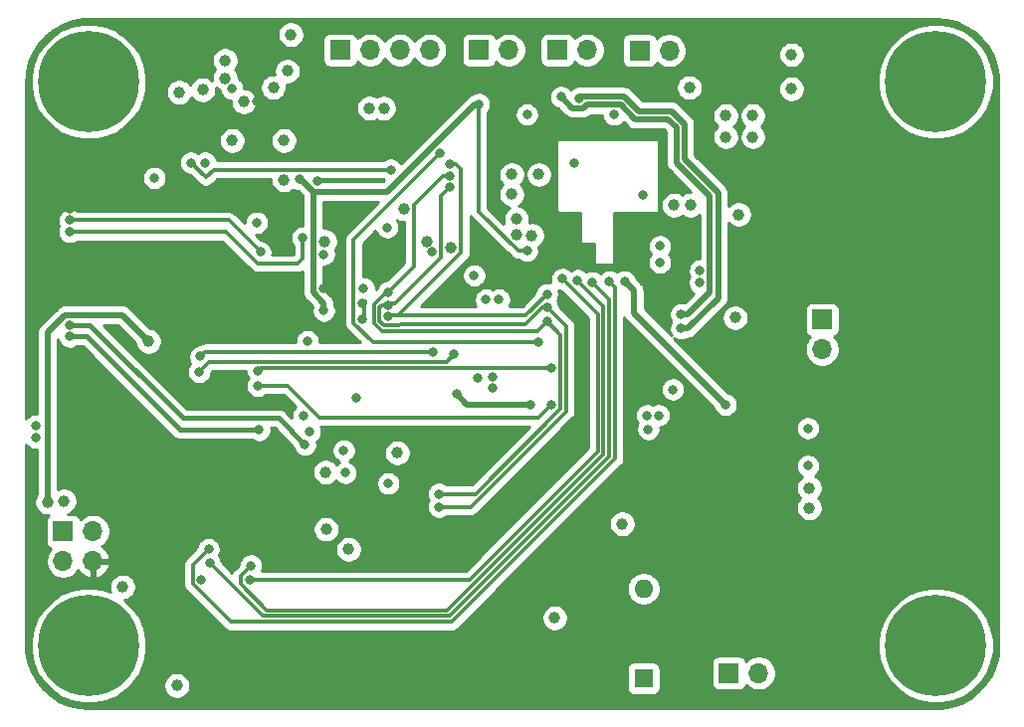
<source format=gbr>
G04 #@! TF.GenerationSoftware,KiCad,Pcbnew,(5.1.6)-1*
G04 #@! TF.CreationDate,2020-06-29T22:16:51+02:00*
G04 #@! TF.ProjectId,SensorArray,53656e73-6f72-4417-9272-61792e6b6963,rev?*
G04 #@! TF.SameCoordinates,Original*
G04 #@! TF.FileFunction,Copper,L4,Bot*
G04 #@! TF.FilePolarity,Positive*
%FSLAX46Y46*%
G04 Gerber Fmt 4.6, Leading zero omitted, Abs format (unit mm)*
G04 Created by KiCad (PCBNEW (5.1.6)-1) date 2020-06-29 22:16:51*
%MOMM*%
%LPD*%
G01*
G04 APERTURE LIST*
G04 #@! TA.AperFunction,ComponentPad*
%ADD10C,0.900000*%
G04 #@! TD*
G04 #@! TA.AperFunction,ComponentPad*
%ADD11C,8.600000*%
G04 #@! TD*
G04 #@! TA.AperFunction,ComponentPad*
%ADD12R,1.700000X1.700000*%
G04 #@! TD*
G04 #@! TA.AperFunction,ComponentPad*
%ADD13O,1.700000X1.700000*%
G04 #@! TD*
G04 #@! TA.AperFunction,ComponentPad*
%ADD14R,1.600000X1.600000*%
G04 #@! TD*
G04 #@! TA.AperFunction,ComponentPad*
%ADD15O,1.600000X1.600000*%
G04 #@! TD*
G04 #@! TA.AperFunction,ViaPad*
%ADD16C,1.000000*%
G04 #@! TD*
G04 #@! TA.AperFunction,ViaPad*
%ADD17C,0.800000*%
G04 #@! TD*
G04 #@! TA.AperFunction,Conductor*
%ADD18C,0.500000*%
G04 #@! TD*
G04 #@! TA.AperFunction,Conductor*
%ADD19C,0.300000*%
G04 #@! TD*
G04 #@! TA.AperFunction,Conductor*
%ADD20C,0.400000*%
G04 #@! TD*
G04 #@! TA.AperFunction,Conductor*
%ADD21C,0.254000*%
G04 #@! TD*
G04 APERTURE END LIST*
D10*
X28280419Y-23719581D03*
X26000000Y-22775000D03*
X23719581Y-23719581D03*
X22775000Y-26000000D03*
X23719581Y-28280419D03*
X26000000Y-29225000D03*
X28280419Y-28280419D03*
X29225000Y-26000000D03*
D11*
X26000000Y-26000000D03*
X98075000Y-26000000D03*
D10*
X101300000Y-26000000D03*
X100355419Y-28280419D03*
X98075000Y-29225000D03*
X95794581Y-28280419D03*
X94850000Y-26000000D03*
X95794581Y-23719581D03*
X98075000Y-22775000D03*
X100355419Y-23719581D03*
X100355419Y-71719581D03*
X98075000Y-70775000D03*
X95794581Y-71719581D03*
X94850000Y-74000000D03*
X95794581Y-76280419D03*
X98075000Y-77225000D03*
X100355419Y-76280419D03*
X101300000Y-74000000D03*
D11*
X98075000Y-74000000D03*
X26000000Y-74000000D03*
D10*
X29225000Y-74000000D03*
X28280419Y-76280419D03*
X26000000Y-77225000D03*
X23719581Y-76280419D03*
X22775000Y-74000000D03*
X23719581Y-71719581D03*
X26000000Y-70775000D03*
X28280419Y-71719581D03*
D12*
X80475000Y-76350000D03*
D13*
X83015000Y-76350000D03*
D12*
X65875000Y-23300000D03*
D13*
X68415000Y-23300000D03*
X88400000Y-48790000D03*
D12*
X88400000Y-46250000D03*
X47400000Y-23300000D03*
D13*
X49940000Y-23300000D03*
X52480000Y-23300000D03*
X55020000Y-23300000D03*
D12*
X72860000Y-23350000D03*
D13*
X75400000Y-23350000D03*
X26365000Y-66825000D03*
X23825000Y-66825000D03*
X26365000Y-64285000D03*
D12*
X23825000Y-64285000D03*
D14*
X73200000Y-76800000D03*
D15*
X73200000Y-69180000D03*
D12*
X59200000Y-23300000D03*
D13*
X61740000Y-23300000D03*
D16*
X46100000Y-39600000D03*
X62400000Y-37700000D03*
X62400000Y-39000000D03*
X63700000Y-39100000D03*
X52250000Y-57600000D03*
D17*
X46000000Y-40700000D03*
D16*
X43200000Y-22000000D03*
X42900000Y-25100000D03*
X41700000Y-26500000D03*
D17*
X49400000Y-43600000D03*
D16*
X42600000Y-34350010D03*
D17*
X73150000Y-35650000D03*
X67350000Y-32900000D03*
D16*
X33700000Y-26900000D03*
X42600000Y-31000000D03*
X52800000Y-36800000D03*
D17*
X58800000Y-42500000D03*
X35600000Y-68400000D03*
D16*
X46200000Y-64100000D03*
X48100000Y-65800000D03*
D17*
X44800000Y-55800000D03*
X51500000Y-60200000D03*
X74600000Y-40000000D03*
X78000000Y-43100000D03*
X75700000Y-52200000D03*
X73600000Y-55600000D03*
X87200000Y-58700000D03*
X87200000Y-55500000D03*
X51400000Y-38400000D03*
X59100000Y-51200000D03*
X31599996Y-34200000D03*
X44600000Y-48100000D03*
D16*
X33500000Y-77400000D03*
X81000000Y-46100000D03*
X64300000Y-33900000D03*
X62000000Y-33900000D03*
X62000000Y-35600000D03*
D17*
X44300000Y-54400000D03*
D16*
X46150000Y-59250000D03*
D17*
X47850000Y-59300000D03*
X47700000Y-57400000D03*
X48750000Y-52900000D03*
X40300000Y-38000000D03*
D16*
X49900000Y-28250000D03*
X65650000Y-71650000D03*
X71400000Y-63650000D03*
D17*
X55200000Y-40500000D03*
D16*
X54750000Y-39650000D03*
X56850000Y-40150000D03*
D17*
X59800000Y-44550000D03*
X60900000Y-44550000D03*
X60400000Y-52050000D03*
D16*
X51100000Y-28250000D03*
D17*
X35900000Y-32900000D03*
D16*
X38200000Y-31000000D03*
X87300000Y-60600000D03*
X87300000Y-62300000D03*
X75800000Y-36500000D03*
X77200000Y-36500000D03*
X82500000Y-28900000D03*
X80200000Y-28900000D03*
X81300000Y-37300000D03*
X80200000Y-30700000D03*
X82500000Y-30700000D03*
X85800000Y-23700000D03*
X77100000Y-26500000D03*
X85800000Y-26600000D03*
D17*
X63300000Y-28800000D03*
X78000000Y-42100000D03*
X74600000Y-41400000D03*
X70700000Y-28800000D03*
X73500000Y-54400000D03*
X74500000Y-54400000D03*
X60400000Y-51150010D03*
X21500000Y-55300000D03*
D16*
X23900000Y-61700000D03*
X39200000Y-27700000D03*
D17*
X38200000Y-26600000D03*
D16*
X37600000Y-25700000D03*
X35700000Y-26700000D03*
D17*
X21500000Y-56300000D03*
D16*
X28900000Y-69000000D03*
X37600000Y-24200000D03*
X81000000Y-50900000D03*
D17*
X49300000Y-46200000D03*
D16*
X54500000Y-65700000D03*
D17*
X33300000Y-36000000D03*
X44500000Y-31400000D03*
X45500000Y-34500000D03*
X46700000Y-30000000D03*
X40600000Y-36000000D03*
D16*
X49800000Y-41600000D03*
D17*
X49300000Y-44900000D03*
X46000000Y-43600000D03*
X67500000Y-38900000D03*
X67500000Y-37800000D03*
X40300000Y-27700000D03*
X44500000Y-24100000D03*
X24400000Y-36800000D03*
D16*
X28800000Y-66900000D03*
D17*
X24400000Y-56800000D03*
D16*
X33500000Y-72600000D03*
D17*
X55600000Y-55800000D03*
X57300000Y-52600000D03*
X63600000Y-53500000D03*
X43900000Y-34300000D03*
X46000000Y-45500000D03*
X59200000Y-27900000D03*
X63300000Y-40400000D03*
X71600000Y-43000000D03*
X80200000Y-53500000D03*
X76400000Y-47000000D03*
X67700000Y-27400000D03*
X76400000Y-45800000D03*
X66200000Y-27300000D03*
X65000000Y-44100000D03*
X51500000Y-46000000D03*
X56700000Y-33000000D03*
X65000000Y-45200000D03*
X51500000Y-45000000D03*
X56700000Y-35000000D03*
X55800000Y-62200000D03*
X65000000Y-46400000D03*
X51500000Y-43900000D03*
X56700000Y-34000000D03*
X55800000Y-61100000D03*
X24400000Y-47700000D03*
X40500000Y-55650000D03*
X24400000Y-46700000D03*
X44400000Y-56900000D03*
X24400000Y-38800000D03*
X44200000Y-39300000D03*
X40600000Y-40500000D03*
X24400000Y-37800000D03*
D16*
X31100000Y-48100000D03*
X22500000Y-61800000D03*
D17*
X51700000Y-33500000D03*
X34700000Y-32900000D03*
X70300000Y-43000000D03*
X36200000Y-65800000D03*
X36300000Y-67000000D03*
X68834346Y-43073671D03*
X39800000Y-67200000D03*
X67600000Y-42900000D03*
X39700000Y-68400000D03*
X66306104Y-42789565D03*
X35500000Y-49400000D03*
X55300000Y-49000000D03*
X57100000Y-49200000D03*
X35400000Y-50700000D03*
X65400000Y-50400000D03*
X40400000Y-50600000D03*
X65400000Y-53500000D03*
X40400000Y-51900000D03*
X64300000Y-48200000D03*
X55900000Y-32100000D03*
D18*
X58200000Y-53500000D02*
X63600000Y-53500000D01*
X57300000Y-52600000D02*
X58200000Y-53500000D01*
X44041998Y-34300000D02*
X45091999Y-35350001D01*
X43900000Y-34300000D02*
X44041998Y-34300000D01*
X46000000Y-44858002D02*
X46000000Y-45500000D01*
X45091999Y-43950001D02*
X46000000Y-44858002D01*
X45091999Y-35350001D02*
X45091999Y-43950001D01*
D19*
X62541998Y-40400000D02*
X59200000Y-37058002D01*
X63300000Y-40400000D02*
X62541998Y-40400000D01*
D18*
X58841998Y-27900000D02*
X59200000Y-27900000D01*
X51391997Y-35350001D02*
X58841998Y-27900000D01*
X45091999Y-35350001D02*
X51391997Y-35350001D01*
D19*
X59200000Y-37058002D02*
X59200000Y-27900000D01*
D18*
X72400032Y-45700032D02*
X72400032Y-43800032D01*
X72400032Y-43800032D02*
X71600000Y-43000000D01*
X80200000Y-53500000D02*
X72400032Y-45700032D01*
X71539952Y-27249989D02*
X67850011Y-27249989D01*
X76700010Y-29610047D02*
X75589953Y-28499990D01*
X75589953Y-28499990D02*
X72789952Y-28499990D01*
X76400000Y-47000000D02*
X76965685Y-47000000D01*
X76965685Y-47000000D02*
X79550011Y-44415674D01*
X67850011Y-27249989D02*
X67700000Y-27400000D01*
X79550011Y-44415674D02*
X79550011Y-35460049D01*
X79550011Y-35460049D02*
X76700010Y-32610048D01*
X72789952Y-28499990D02*
X71539952Y-27249989D01*
X76700010Y-32610048D02*
X76700010Y-29610047D01*
X76400000Y-45800000D02*
X76965685Y-45800000D01*
X78850001Y-43915684D02*
X78850001Y-35750001D01*
X76965685Y-45800000D02*
X78850001Y-43915684D01*
X78850001Y-35750001D02*
X76000000Y-32900000D01*
X76000000Y-32900000D02*
X76000000Y-29900000D01*
X76000000Y-29900000D02*
X75300000Y-29200000D01*
X75300000Y-29200000D02*
X72500000Y-29200000D01*
X67150001Y-28250001D02*
X66200000Y-27300000D01*
X68408003Y-27949999D02*
X68108001Y-28250001D01*
X71249999Y-27949999D02*
X68408003Y-27949999D01*
X68108001Y-28250001D02*
X67150001Y-28250001D01*
X72500000Y-29200000D02*
X71249999Y-27949999D01*
D19*
X57265685Y-33000000D02*
X56700000Y-33000000D01*
X57700001Y-40558001D02*
X57700001Y-33434316D01*
X52358002Y-45900000D02*
X57700001Y-40558001D01*
X57700001Y-33434316D02*
X57265685Y-33000000D01*
X51500000Y-45900000D02*
X52358002Y-45900000D01*
X63200000Y-45900000D02*
X65000000Y-44100000D01*
X51500000Y-45900000D02*
X63200000Y-45900000D01*
X52065685Y-44900000D02*
X55999999Y-40965686D01*
X55999999Y-35700001D02*
X56700000Y-35000000D01*
X55999999Y-40965686D02*
X55999999Y-35700001D01*
X51500000Y-44900000D02*
X52065685Y-44900000D01*
X64607120Y-45200000D02*
X65000000Y-45200000D01*
X63157119Y-46650001D02*
X64607120Y-45200000D01*
X50934315Y-45000000D02*
X51500000Y-45000000D01*
X50749999Y-45184316D02*
X50934315Y-45000000D01*
X50749999Y-46360001D02*
X50749999Y-45184316D01*
X52450001Y-46750001D02*
X51139999Y-46750001D01*
X51139999Y-46750001D02*
X50749999Y-46360001D01*
X52550001Y-46650001D02*
X52450001Y-46750001D01*
X63157119Y-46650001D02*
X52550001Y-46650001D01*
X66650011Y-46850011D02*
X65000000Y-45200000D01*
X66650011Y-54067111D02*
X66650011Y-46850011D01*
X58517122Y-62200000D02*
X66650011Y-54067111D01*
X55800000Y-62200000D02*
X58517122Y-62200000D01*
X56134315Y-34000000D02*
X56700000Y-34000000D01*
X53650001Y-41749999D02*
X53650001Y-36484314D01*
X53650001Y-36484314D02*
X56134315Y-34000000D01*
X51500000Y-43900000D02*
X53650001Y-41749999D01*
X50249989Y-44977206D02*
X51327195Y-43900000D01*
X50249989Y-46567111D02*
X50249989Y-44977206D01*
X51327195Y-43900000D02*
X51500000Y-43900000D01*
X50932889Y-47250011D02*
X50249989Y-46567111D01*
X64149989Y-47250011D02*
X50932889Y-47250011D01*
X65000000Y-46400000D02*
X64149989Y-47250011D01*
X66150001Y-47550001D02*
X65000000Y-46400000D01*
X58910002Y-61100000D02*
X66150001Y-53860001D01*
X66150001Y-53860001D02*
X66150001Y-47550001D01*
X55800000Y-61100000D02*
X58910002Y-61100000D01*
D20*
X24400000Y-47700000D02*
X25800000Y-47700000D01*
X33750000Y-55650000D02*
X40500000Y-55650000D01*
X25800000Y-47700000D02*
X33750000Y-55650000D01*
X42150000Y-54650000D02*
X44400000Y-56900000D01*
X34000000Y-54650000D02*
X42150000Y-54650000D01*
X24400000Y-46700000D02*
X26050000Y-46700000D01*
X26050000Y-46700000D02*
X34000000Y-54650000D01*
D19*
X24400000Y-38800000D02*
X37700000Y-38800000D01*
X37700000Y-38800000D02*
X40400000Y-41500000D01*
X40400000Y-41500000D02*
X43800000Y-41500000D01*
X43800000Y-41500000D02*
X44200000Y-41100000D01*
X44200000Y-41100000D02*
X44200000Y-39300000D01*
X37900000Y-37800000D02*
X40600000Y-40500000D01*
X24400000Y-37800000D02*
X37900000Y-37800000D01*
D18*
X23991999Y-45849999D02*
X22500000Y-47341998D01*
X31100000Y-48100000D02*
X28849999Y-45849999D01*
X22500000Y-47341998D02*
X22500000Y-61800000D01*
X28849999Y-45849999D02*
X23991999Y-45849999D01*
D19*
X35960001Y-34160001D02*
X34700000Y-32900000D01*
X36620002Y-33500000D02*
X35960001Y-34160001D01*
X51700000Y-33500000D02*
X36620002Y-33500000D01*
X34849999Y-67150001D02*
X34849999Y-68760001D01*
X56914214Y-72000030D02*
X70800021Y-58114221D01*
X70800021Y-43500021D02*
X70300000Y-43000000D01*
X38090028Y-72000030D02*
X56914214Y-72000030D01*
X36200000Y-65800000D02*
X34849999Y-67150001D01*
X34849999Y-68760001D02*
X38090028Y-72000030D01*
X70800021Y-58114221D02*
X70800021Y-43500021D01*
X70300011Y-57907111D02*
X70300011Y-44539336D01*
X36300000Y-67000000D02*
X40800020Y-71500020D01*
X56707102Y-71500020D02*
X70300011Y-57907111D01*
X70300011Y-44539336D02*
X68834346Y-43073671D01*
X40800020Y-71500020D02*
X56707102Y-71500020D01*
X69800000Y-45100000D02*
X67600000Y-42900000D01*
X69800000Y-57700000D02*
X69800000Y-45100000D01*
X41190008Y-71000010D02*
X56499990Y-71000010D01*
X38949999Y-68760001D02*
X41190008Y-71000010D01*
X39800000Y-67200000D02*
X38949999Y-68050001D01*
X38949999Y-68050001D02*
X38949999Y-68760001D01*
X56499990Y-71000010D02*
X69800000Y-57700000D01*
X69300000Y-45783461D02*
X66306104Y-42789565D01*
X69300000Y-57492880D02*
X69300000Y-45783461D01*
X39700000Y-68400000D02*
X58392880Y-68400000D01*
X58392880Y-68400000D02*
X69300000Y-57492880D01*
X35500000Y-49400000D02*
X35900000Y-49000000D01*
X35900000Y-49000000D02*
X55300000Y-49000000D01*
X36250001Y-49849999D02*
X35400000Y-50700000D01*
X57100000Y-49200000D02*
X56450001Y-49849999D01*
X56450001Y-49849999D02*
X36250001Y-49849999D01*
X65400000Y-50400000D02*
X40600000Y-50400000D01*
X40600000Y-50400000D02*
X40400000Y-50600000D01*
X45610002Y-54600000D02*
X42910002Y-51900000D01*
X65400000Y-53500000D02*
X64300000Y-54600000D01*
X42910002Y-51900000D02*
X40400000Y-51900000D01*
X64300000Y-54600000D02*
X45610002Y-54600000D01*
X50189998Y-48200000D02*
X64300000Y-48200000D01*
X48549999Y-39450001D02*
X48549999Y-46560001D01*
X48549999Y-46560001D02*
X50189998Y-48200000D01*
X55900000Y-32100000D02*
X48549999Y-39450001D01*
D21*
G36*
X98946797Y-20733902D02*
G01*
X99795182Y-20947001D01*
X100597371Y-21295803D01*
X101331818Y-21770938D01*
X101978798Y-22359646D01*
X102520946Y-23046125D01*
X102943692Y-23811928D01*
X103235684Y-24636491D01*
X103391116Y-25509076D01*
X103415000Y-26015547D01*
X103415001Y-73972899D01*
X103341098Y-74871802D01*
X103127999Y-75720180D01*
X102779197Y-76522371D01*
X102304062Y-77256818D01*
X101715354Y-77903799D01*
X101028875Y-78445946D01*
X100263076Y-78868691D01*
X99438514Y-79160683D01*
X98565925Y-79316116D01*
X98059453Y-79340000D01*
X26027089Y-79340000D01*
X25128198Y-79266098D01*
X24279820Y-79052999D01*
X23477629Y-78704197D01*
X22743182Y-78229062D01*
X22096201Y-77640354D01*
X21554054Y-76953875D01*
X21131309Y-76188076D01*
X20839317Y-75363514D01*
X20683884Y-74490925D01*
X20660000Y-73984453D01*
X20660000Y-73513945D01*
X21065000Y-73513945D01*
X21065000Y-74486055D01*
X21254650Y-75439486D01*
X21626660Y-76337599D01*
X22166735Y-77145879D01*
X22854121Y-77833265D01*
X23662401Y-78373340D01*
X24560514Y-78745350D01*
X25513945Y-78935000D01*
X26486055Y-78935000D01*
X27439486Y-78745350D01*
X28337599Y-78373340D01*
X29145879Y-77833265D01*
X29690932Y-77288212D01*
X32365000Y-77288212D01*
X32365000Y-77511788D01*
X32408617Y-77731067D01*
X32494176Y-77937624D01*
X32618388Y-78123520D01*
X32776480Y-78281612D01*
X32962376Y-78405824D01*
X33168933Y-78491383D01*
X33388212Y-78535000D01*
X33611788Y-78535000D01*
X33831067Y-78491383D01*
X34037624Y-78405824D01*
X34223520Y-78281612D01*
X34381612Y-78123520D01*
X34505824Y-77937624D01*
X34591383Y-77731067D01*
X34635000Y-77511788D01*
X34635000Y-77288212D01*
X34591383Y-77068933D01*
X34505824Y-76862376D01*
X34381612Y-76676480D01*
X34223520Y-76518388D01*
X34037624Y-76394176D01*
X33831067Y-76308617D01*
X33611788Y-76265000D01*
X33388212Y-76265000D01*
X33168933Y-76308617D01*
X32962376Y-76394176D01*
X32776480Y-76518388D01*
X32618388Y-76676480D01*
X32494176Y-76862376D01*
X32408617Y-77068933D01*
X32365000Y-77288212D01*
X29690932Y-77288212D01*
X29833265Y-77145879D01*
X30373340Y-76337599D01*
X30513177Y-76000000D01*
X71761928Y-76000000D01*
X71761928Y-77600000D01*
X71774188Y-77724482D01*
X71810498Y-77844180D01*
X71869463Y-77954494D01*
X71948815Y-78051185D01*
X72045506Y-78130537D01*
X72155820Y-78189502D01*
X72275518Y-78225812D01*
X72400000Y-78238072D01*
X74000000Y-78238072D01*
X74124482Y-78225812D01*
X74244180Y-78189502D01*
X74354494Y-78130537D01*
X74451185Y-78051185D01*
X74530537Y-77954494D01*
X74589502Y-77844180D01*
X74625812Y-77724482D01*
X74638072Y-77600000D01*
X74638072Y-76000000D01*
X74625812Y-75875518D01*
X74589502Y-75755820D01*
X74530537Y-75645506D01*
X74451185Y-75548815D01*
X74391704Y-75500000D01*
X78986928Y-75500000D01*
X78986928Y-77200000D01*
X78999188Y-77324482D01*
X79035498Y-77444180D01*
X79094463Y-77554494D01*
X79173815Y-77651185D01*
X79270506Y-77730537D01*
X79380820Y-77789502D01*
X79500518Y-77825812D01*
X79625000Y-77838072D01*
X81325000Y-77838072D01*
X81449482Y-77825812D01*
X81569180Y-77789502D01*
X81679494Y-77730537D01*
X81776185Y-77651185D01*
X81855537Y-77554494D01*
X81914502Y-77444180D01*
X81936513Y-77371620D01*
X82068368Y-77503475D01*
X82311589Y-77665990D01*
X82581842Y-77777932D01*
X82868740Y-77835000D01*
X83161260Y-77835000D01*
X83448158Y-77777932D01*
X83718411Y-77665990D01*
X83961632Y-77503475D01*
X84168475Y-77296632D01*
X84330990Y-77053411D01*
X84442932Y-76783158D01*
X84500000Y-76496260D01*
X84500000Y-76203740D01*
X84442932Y-75916842D01*
X84330990Y-75646589D01*
X84168475Y-75403368D01*
X83961632Y-75196525D01*
X83718411Y-75034010D01*
X83448158Y-74922068D01*
X83161260Y-74865000D01*
X82868740Y-74865000D01*
X82581842Y-74922068D01*
X82311589Y-75034010D01*
X82068368Y-75196525D01*
X81936513Y-75328380D01*
X81914502Y-75255820D01*
X81855537Y-75145506D01*
X81776185Y-75048815D01*
X81679494Y-74969463D01*
X81569180Y-74910498D01*
X81449482Y-74874188D01*
X81325000Y-74861928D01*
X79625000Y-74861928D01*
X79500518Y-74874188D01*
X79380820Y-74910498D01*
X79270506Y-74969463D01*
X79173815Y-75048815D01*
X79094463Y-75145506D01*
X79035498Y-75255820D01*
X78999188Y-75375518D01*
X78986928Y-75500000D01*
X74391704Y-75500000D01*
X74354494Y-75469463D01*
X74244180Y-75410498D01*
X74124482Y-75374188D01*
X74000000Y-75361928D01*
X72400000Y-75361928D01*
X72275518Y-75374188D01*
X72155820Y-75410498D01*
X72045506Y-75469463D01*
X71948815Y-75548815D01*
X71869463Y-75645506D01*
X71810498Y-75755820D01*
X71774188Y-75875518D01*
X71761928Y-76000000D01*
X30513177Y-76000000D01*
X30745350Y-75439486D01*
X30935000Y-74486055D01*
X30935000Y-73513945D01*
X93140000Y-73513945D01*
X93140000Y-74486055D01*
X93329650Y-75439486D01*
X93701660Y-76337599D01*
X94241735Y-77145879D01*
X94929121Y-77833265D01*
X95737401Y-78373340D01*
X96635514Y-78745350D01*
X97588945Y-78935000D01*
X98561055Y-78935000D01*
X99514486Y-78745350D01*
X100412599Y-78373340D01*
X101220879Y-77833265D01*
X101908265Y-77145879D01*
X102448340Y-76337599D01*
X102820350Y-75439486D01*
X103010000Y-74486055D01*
X103010000Y-73513945D01*
X102820350Y-72560514D01*
X102448340Y-71662401D01*
X101908265Y-70854121D01*
X101220879Y-70166735D01*
X100412599Y-69626660D01*
X99514486Y-69254650D01*
X98561055Y-69065000D01*
X97588945Y-69065000D01*
X96635514Y-69254650D01*
X95737401Y-69626660D01*
X94929121Y-70166735D01*
X94241735Y-70854121D01*
X93701660Y-71662401D01*
X93329650Y-72560514D01*
X93140000Y-73513945D01*
X30935000Y-73513945D01*
X30745350Y-72560514D01*
X30373340Y-71662401D01*
X29833265Y-70854121D01*
X29145879Y-70166735D01*
X29078519Y-70121726D01*
X29231067Y-70091383D01*
X29437624Y-70005824D01*
X29623520Y-69881612D01*
X29781612Y-69723520D01*
X29905824Y-69537624D01*
X29991383Y-69331067D01*
X30035000Y-69111788D01*
X30035000Y-68888212D01*
X29991383Y-68668933D01*
X29905824Y-68462376D01*
X29781612Y-68276480D01*
X29623520Y-68118388D01*
X29437624Y-67994176D01*
X29231067Y-67908617D01*
X29011788Y-67865000D01*
X28788212Y-67865000D01*
X28568933Y-67908617D01*
X28362376Y-67994176D01*
X28176480Y-68118388D01*
X28018388Y-68276480D01*
X27894176Y-68462376D01*
X27808617Y-68668933D01*
X27765000Y-68888212D01*
X27765000Y-69111788D01*
X27808617Y-69331067D01*
X27846858Y-69423389D01*
X27439486Y-69254650D01*
X26486055Y-69065000D01*
X25513945Y-69065000D01*
X24560514Y-69254650D01*
X23662401Y-69626660D01*
X22854121Y-70166735D01*
X22166735Y-70854121D01*
X21626660Y-71662401D01*
X21254650Y-72560514D01*
X21065000Y-73513945D01*
X20660000Y-73513945D01*
X20660000Y-56905802D01*
X20696063Y-56959774D01*
X20840226Y-57103937D01*
X21009744Y-57217205D01*
X21198102Y-57295226D01*
X21398061Y-57335000D01*
X21601939Y-57335000D01*
X21615001Y-57332402D01*
X21615001Y-61081549D01*
X21494176Y-61262376D01*
X21408617Y-61468933D01*
X21365000Y-61688212D01*
X21365000Y-61911788D01*
X21408617Y-62131067D01*
X21494176Y-62337624D01*
X21618388Y-62523520D01*
X21776480Y-62681612D01*
X21962376Y-62805824D01*
X22168933Y-62891383D01*
X22388212Y-62935000D01*
X22583296Y-62935000D01*
X22523815Y-62983815D01*
X22444463Y-63080506D01*
X22385498Y-63190820D01*
X22349188Y-63310518D01*
X22336928Y-63435000D01*
X22336928Y-65135000D01*
X22349188Y-65259482D01*
X22385498Y-65379180D01*
X22444463Y-65489494D01*
X22523815Y-65586185D01*
X22620506Y-65665537D01*
X22730820Y-65724502D01*
X22803380Y-65746513D01*
X22671525Y-65878368D01*
X22509010Y-66121589D01*
X22397068Y-66391842D01*
X22340000Y-66678740D01*
X22340000Y-66971260D01*
X22397068Y-67258158D01*
X22509010Y-67528411D01*
X22671525Y-67771632D01*
X22878368Y-67978475D01*
X23121589Y-68140990D01*
X23391842Y-68252932D01*
X23678740Y-68310000D01*
X23971260Y-68310000D01*
X24258158Y-68252932D01*
X24528411Y-68140990D01*
X24771632Y-67978475D01*
X24978475Y-67771632D01*
X25096100Y-67595594D01*
X25267412Y-67825269D01*
X25483645Y-68020178D01*
X25733748Y-68169157D01*
X26008109Y-68266481D01*
X26238000Y-68145814D01*
X26238000Y-66952000D01*
X26492000Y-66952000D01*
X26492000Y-68145814D01*
X26721891Y-68266481D01*
X26996252Y-68169157D01*
X27246355Y-68020178D01*
X27462588Y-67825269D01*
X27636641Y-67591920D01*
X27761825Y-67329099D01*
X27806476Y-67181890D01*
X27685155Y-66952000D01*
X26492000Y-66952000D01*
X26238000Y-66952000D01*
X26218000Y-66952000D01*
X26218000Y-66698000D01*
X26238000Y-66698000D01*
X26238000Y-66678000D01*
X26492000Y-66678000D01*
X26492000Y-66698000D01*
X27685155Y-66698000D01*
X27806476Y-66468110D01*
X27761825Y-66320901D01*
X27636641Y-66058080D01*
X27462588Y-65824731D01*
X27246355Y-65629822D01*
X27129466Y-65560195D01*
X27311632Y-65438475D01*
X27518475Y-65231632D01*
X27680990Y-64988411D01*
X27792932Y-64718158D01*
X27850000Y-64431260D01*
X27850000Y-64138740D01*
X27820058Y-63988212D01*
X45065000Y-63988212D01*
X45065000Y-64211788D01*
X45108617Y-64431067D01*
X45194176Y-64637624D01*
X45318388Y-64823520D01*
X45476480Y-64981612D01*
X45662376Y-65105824D01*
X45868933Y-65191383D01*
X46088212Y-65235000D01*
X46311788Y-65235000D01*
X46531067Y-65191383D01*
X46737624Y-65105824D01*
X46923520Y-64981612D01*
X47081612Y-64823520D01*
X47205824Y-64637624D01*
X47291383Y-64431067D01*
X47335000Y-64211788D01*
X47335000Y-63988212D01*
X47291383Y-63768933D01*
X47205824Y-63562376D01*
X47081612Y-63376480D01*
X46923520Y-63218388D01*
X46737624Y-63094176D01*
X46531067Y-63008617D01*
X46311788Y-62965000D01*
X46088212Y-62965000D01*
X45868933Y-63008617D01*
X45662376Y-63094176D01*
X45476480Y-63218388D01*
X45318388Y-63376480D01*
X45194176Y-63562376D01*
X45108617Y-63768933D01*
X45065000Y-63988212D01*
X27820058Y-63988212D01*
X27792932Y-63851842D01*
X27680990Y-63581589D01*
X27518475Y-63338368D01*
X27311632Y-63131525D01*
X27068411Y-62969010D01*
X26798158Y-62857068D01*
X26511260Y-62800000D01*
X26218740Y-62800000D01*
X25931842Y-62857068D01*
X25661589Y-62969010D01*
X25418368Y-63131525D01*
X25286513Y-63263380D01*
X25264502Y-63190820D01*
X25205537Y-63080506D01*
X25126185Y-62983815D01*
X25029494Y-62904463D01*
X24919180Y-62845498D01*
X24799482Y-62809188D01*
X24675000Y-62796928D01*
X24203190Y-62796928D01*
X24231067Y-62791383D01*
X24437624Y-62705824D01*
X24623520Y-62581612D01*
X24781612Y-62423520D01*
X24905824Y-62237624D01*
X24991383Y-62031067D01*
X25035000Y-61811788D01*
X25035000Y-61588212D01*
X24991383Y-61368933D01*
X24905824Y-61162376D01*
X24781612Y-60976480D01*
X24623520Y-60818388D01*
X24437624Y-60694176D01*
X24231067Y-60608617D01*
X24011788Y-60565000D01*
X23788212Y-60565000D01*
X23568933Y-60608617D01*
X23385000Y-60684805D01*
X23385000Y-59138212D01*
X45015000Y-59138212D01*
X45015000Y-59361788D01*
X45058617Y-59581067D01*
X45144176Y-59787624D01*
X45268388Y-59973520D01*
X45426480Y-60131612D01*
X45612376Y-60255824D01*
X45818933Y-60341383D01*
X46038212Y-60385000D01*
X46261788Y-60385000D01*
X46481067Y-60341383D01*
X46687624Y-60255824D01*
X46873520Y-60131612D01*
X47031612Y-59973520D01*
X47043430Y-59955833D01*
X47046063Y-59959774D01*
X47190226Y-60103937D01*
X47359744Y-60217205D01*
X47548102Y-60295226D01*
X47748061Y-60335000D01*
X47951939Y-60335000D01*
X48151898Y-60295226D01*
X48340256Y-60217205D01*
X48509774Y-60103937D01*
X48515650Y-60098061D01*
X50465000Y-60098061D01*
X50465000Y-60301939D01*
X50504774Y-60501898D01*
X50582795Y-60690256D01*
X50696063Y-60859774D01*
X50840226Y-61003937D01*
X51009744Y-61117205D01*
X51198102Y-61195226D01*
X51398061Y-61235000D01*
X51601939Y-61235000D01*
X51801898Y-61195226D01*
X51990256Y-61117205D01*
X52159774Y-61003937D01*
X52303937Y-60859774D01*
X52417205Y-60690256D01*
X52495226Y-60501898D01*
X52535000Y-60301939D01*
X52535000Y-60098061D01*
X52495226Y-59898102D01*
X52417205Y-59709744D01*
X52303937Y-59540226D01*
X52159774Y-59396063D01*
X51990256Y-59282795D01*
X51801898Y-59204774D01*
X51601939Y-59165000D01*
X51398061Y-59165000D01*
X51198102Y-59204774D01*
X51009744Y-59282795D01*
X50840226Y-59396063D01*
X50696063Y-59540226D01*
X50582795Y-59709744D01*
X50504774Y-59898102D01*
X50465000Y-60098061D01*
X48515650Y-60098061D01*
X48653937Y-59959774D01*
X48767205Y-59790256D01*
X48845226Y-59601898D01*
X48885000Y-59401939D01*
X48885000Y-59198061D01*
X48845226Y-58998102D01*
X48767205Y-58809744D01*
X48653937Y-58640226D01*
X48509774Y-58496063D01*
X48340256Y-58382795D01*
X48186082Y-58318934D01*
X48190256Y-58317205D01*
X48359774Y-58203937D01*
X48503937Y-58059774D01*
X48617205Y-57890256D01*
X48695226Y-57701898D01*
X48735000Y-57501939D01*
X48735000Y-57488212D01*
X51115000Y-57488212D01*
X51115000Y-57711788D01*
X51158617Y-57931067D01*
X51244176Y-58137624D01*
X51368388Y-58323520D01*
X51526480Y-58481612D01*
X51712376Y-58605824D01*
X51918933Y-58691383D01*
X52138212Y-58735000D01*
X52361788Y-58735000D01*
X52581067Y-58691383D01*
X52787624Y-58605824D01*
X52973520Y-58481612D01*
X53131612Y-58323520D01*
X53255824Y-58137624D01*
X53341383Y-57931067D01*
X53385000Y-57711788D01*
X53385000Y-57488212D01*
X53341383Y-57268933D01*
X53255824Y-57062376D01*
X53131612Y-56876480D01*
X52973520Y-56718388D01*
X52787624Y-56594176D01*
X52581067Y-56508617D01*
X52361788Y-56465000D01*
X52138212Y-56465000D01*
X51918933Y-56508617D01*
X51712376Y-56594176D01*
X51526480Y-56718388D01*
X51368388Y-56876480D01*
X51244176Y-57062376D01*
X51158617Y-57268933D01*
X51115000Y-57488212D01*
X48735000Y-57488212D01*
X48735000Y-57298061D01*
X48695226Y-57098102D01*
X48617205Y-56909744D01*
X48503937Y-56740226D01*
X48359774Y-56596063D01*
X48190256Y-56482795D01*
X48001898Y-56404774D01*
X47801939Y-56365000D01*
X47598061Y-56365000D01*
X47398102Y-56404774D01*
X47209744Y-56482795D01*
X47040226Y-56596063D01*
X46896063Y-56740226D01*
X46782795Y-56909744D01*
X46704774Y-57098102D01*
X46665000Y-57298061D01*
X46665000Y-57501939D01*
X46704774Y-57701898D01*
X46782795Y-57890256D01*
X46896063Y-58059774D01*
X47040226Y-58203937D01*
X47209744Y-58317205D01*
X47363918Y-58381066D01*
X47359744Y-58382795D01*
X47190226Y-58496063D01*
X47082961Y-58603328D01*
X47031612Y-58526480D01*
X46873520Y-58368388D01*
X46687624Y-58244176D01*
X46481067Y-58158617D01*
X46261788Y-58115000D01*
X46038212Y-58115000D01*
X45818933Y-58158617D01*
X45612376Y-58244176D01*
X45426480Y-58368388D01*
X45268388Y-58526480D01*
X45144176Y-58712376D01*
X45058617Y-58918933D01*
X45015000Y-59138212D01*
X23385000Y-59138212D01*
X23385000Y-47902487D01*
X23404774Y-48001898D01*
X23482795Y-48190256D01*
X23596063Y-48359774D01*
X23740226Y-48503937D01*
X23909744Y-48617205D01*
X24098102Y-48695226D01*
X24298061Y-48735000D01*
X24501939Y-48735000D01*
X24701898Y-48695226D01*
X24890256Y-48617205D01*
X25013285Y-48535000D01*
X25454133Y-48535000D01*
X33130563Y-56211432D01*
X33156709Y-56243291D01*
X33188568Y-56269437D01*
X33188570Y-56269439D01*
X33237719Y-56309774D01*
X33283854Y-56347636D01*
X33428913Y-56425172D01*
X33586311Y-56472918D01*
X33686594Y-56482795D01*
X33750000Y-56489040D01*
X33791018Y-56485000D01*
X39886715Y-56485000D01*
X40009744Y-56567205D01*
X40198102Y-56645226D01*
X40398061Y-56685000D01*
X40601939Y-56685000D01*
X40801898Y-56645226D01*
X40990256Y-56567205D01*
X41159774Y-56453937D01*
X41303937Y-56309774D01*
X41417205Y-56140256D01*
X41495226Y-55951898D01*
X41535000Y-55751939D01*
X41535000Y-55548061D01*
X41522456Y-55485000D01*
X41804133Y-55485000D01*
X43375908Y-57056776D01*
X43404774Y-57201898D01*
X43482795Y-57390256D01*
X43596063Y-57559774D01*
X43740226Y-57703937D01*
X43909744Y-57817205D01*
X44098102Y-57895226D01*
X44298061Y-57935000D01*
X44501939Y-57935000D01*
X44701898Y-57895226D01*
X44890256Y-57817205D01*
X45059774Y-57703937D01*
X45203937Y-57559774D01*
X45317205Y-57390256D01*
X45395226Y-57201898D01*
X45435000Y-57001939D01*
X45435000Y-56798061D01*
X45403823Y-56641322D01*
X45459774Y-56603937D01*
X45603937Y-56459774D01*
X45717205Y-56290256D01*
X45795226Y-56101898D01*
X45835000Y-55901939D01*
X45835000Y-55698061D01*
X45795226Y-55498102D01*
X45748377Y-55385000D01*
X63514845Y-55385000D01*
X58584845Y-60315000D01*
X56478711Y-60315000D01*
X56459774Y-60296063D01*
X56290256Y-60182795D01*
X56101898Y-60104774D01*
X55901939Y-60065000D01*
X55698061Y-60065000D01*
X55498102Y-60104774D01*
X55309744Y-60182795D01*
X55140226Y-60296063D01*
X54996063Y-60440226D01*
X54882795Y-60609744D01*
X54804774Y-60798102D01*
X54765000Y-60998061D01*
X54765000Y-61201939D01*
X54804774Y-61401898D01*
X54882795Y-61590256D01*
X54922715Y-61650000D01*
X54882795Y-61709744D01*
X54804774Y-61898102D01*
X54765000Y-62098061D01*
X54765000Y-62301939D01*
X54804774Y-62501898D01*
X54882795Y-62690256D01*
X54996063Y-62859774D01*
X55140226Y-63003937D01*
X55309744Y-63117205D01*
X55498102Y-63195226D01*
X55698061Y-63235000D01*
X55901939Y-63235000D01*
X56101898Y-63195226D01*
X56290256Y-63117205D01*
X56459774Y-63003937D01*
X56478711Y-62985000D01*
X58478569Y-62985000D01*
X58517122Y-62988797D01*
X58555675Y-62985000D01*
X58555683Y-62985000D01*
X58671009Y-62973641D01*
X58818982Y-62928754D01*
X58955355Y-62855862D01*
X59074886Y-62757764D01*
X59099469Y-62727810D01*
X67177828Y-54649452D01*
X67207775Y-54624875D01*
X67237419Y-54588755D01*
X67256914Y-54565000D01*
X67305873Y-54505344D01*
X67378765Y-54368971D01*
X67390916Y-54328914D01*
X67423653Y-54220998D01*
X67432731Y-54128817D01*
X67435011Y-54105672D01*
X67435011Y-54105667D01*
X67438808Y-54067111D01*
X67435011Y-54028556D01*
X67435011Y-46888566D01*
X67438808Y-46850011D01*
X67435011Y-46811455D01*
X67435011Y-46811450D01*
X67428959Y-46750000D01*
X67423653Y-46696124D01*
X67378765Y-46548151D01*
X67371736Y-46535000D01*
X67305873Y-46411778D01*
X67247151Y-46340226D01*
X67232356Y-46322198D01*
X67232353Y-46322195D01*
X67207775Y-46292247D01*
X67177827Y-46267669D01*
X66035000Y-45124843D01*
X66035000Y-45098061D01*
X65995226Y-44898102D01*
X65917205Y-44709744D01*
X65877285Y-44650000D01*
X65917205Y-44590256D01*
X65995226Y-44401898D01*
X66035000Y-44201939D01*
X66035000Y-43998061D01*
X65995226Y-43798102D01*
X65986711Y-43777544D01*
X66004206Y-43784791D01*
X66204165Y-43824565D01*
X66230947Y-43824565D01*
X68515001Y-46108620D01*
X68515000Y-57167722D01*
X58067723Y-67615000D01*
X40748377Y-67615000D01*
X40795226Y-67501898D01*
X40835000Y-67301939D01*
X40835000Y-67098061D01*
X40795226Y-66898102D01*
X40717205Y-66709744D01*
X40603937Y-66540226D01*
X40459774Y-66396063D01*
X40290256Y-66282795D01*
X40101898Y-66204774D01*
X39901939Y-66165000D01*
X39698061Y-66165000D01*
X39498102Y-66204774D01*
X39309744Y-66282795D01*
X39140226Y-66396063D01*
X38996063Y-66540226D01*
X38882795Y-66709744D01*
X38804774Y-66898102D01*
X38765000Y-67098061D01*
X38765000Y-67124843D01*
X38422189Y-67467654D01*
X38392235Y-67492237D01*
X38294137Y-67611769D01*
X38221245Y-67748142D01*
X38206595Y-67796437D01*
X37335000Y-66924843D01*
X37335000Y-66898061D01*
X37295226Y-66698102D01*
X37217205Y-66509744D01*
X37103937Y-66340226D01*
X37091875Y-66328164D01*
X37117205Y-66290256D01*
X37195226Y-66101898D01*
X37235000Y-65901939D01*
X37235000Y-65698061D01*
X37233041Y-65688212D01*
X46965000Y-65688212D01*
X46965000Y-65911788D01*
X47008617Y-66131067D01*
X47094176Y-66337624D01*
X47218388Y-66523520D01*
X47376480Y-66681612D01*
X47562376Y-66805824D01*
X47768933Y-66891383D01*
X47988212Y-66935000D01*
X48211788Y-66935000D01*
X48431067Y-66891383D01*
X48637624Y-66805824D01*
X48823520Y-66681612D01*
X48981612Y-66523520D01*
X49105824Y-66337624D01*
X49191383Y-66131067D01*
X49235000Y-65911788D01*
X49235000Y-65688212D01*
X49191383Y-65468933D01*
X49105824Y-65262376D01*
X48981612Y-65076480D01*
X48823520Y-64918388D01*
X48637624Y-64794176D01*
X48431067Y-64708617D01*
X48211788Y-64665000D01*
X47988212Y-64665000D01*
X47768933Y-64708617D01*
X47562376Y-64794176D01*
X47376480Y-64918388D01*
X47218388Y-65076480D01*
X47094176Y-65262376D01*
X47008617Y-65468933D01*
X46965000Y-65688212D01*
X37233041Y-65688212D01*
X37195226Y-65498102D01*
X37117205Y-65309744D01*
X37003937Y-65140226D01*
X36859774Y-64996063D01*
X36690256Y-64882795D01*
X36501898Y-64804774D01*
X36301939Y-64765000D01*
X36098061Y-64765000D01*
X35898102Y-64804774D01*
X35709744Y-64882795D01*
X35540226Y-64996063D01*
X35396063Y-65140226D01*
X35282795Y-65309744D01*
X35204774Y-65498102D01*
X35165000Y-65698061D01*
X35165000Y-65724843D01*
X34322189Y-66567654D01*
X34292235Y-66592237D01*
X34194137Y-66711769D01*
X34121245Y-66848142D01*
X34076358Y-66996115D01*
X34064999Y-67111441D01*
X34064999Y-67111448D01*
X34061202Y-67150001D01*
X34064999Y-67188554D01*
X34065000Y-68721439D01*
X34061202Y-68760001D01*
X34076358Y-68913887D01*
X34121245Y-69061860D01*
X34147932Y-69111788D01*
X34194138Y-69198234D01*
X34234689Y-69247645D01*
X34267654Y-69287813D01*
X34267658Y-69287817D01*
X34292236Y-69317765D01*
X34322184Y-69342343D01*
X37507686Y-72527846D01*
X37532264Y-72557794D01*
X37562212Y-72582372D01*
X37562215Y-72582375D01*
X37591587Y-72606480D01*
X37651795Y-72655892D01*
X37788168Y-72728784D01*
X37936141Y-72773672D01*
X38011054Y-72781050D01*
X38051467Y-72785030D01*
X38051472Y-72785030D01*
X38090028Y-72788827D01*
X38128583Y-72785030D01*
X56875659Y-72785030D01*
X56914214Y-72788827D01*
X56952767Y-72785030D01*
X56952775Y-72785030D01*
X57068101Y-72773671D01*
X57216074Y-72728784D01*
X57352447Y-72655892D01*
X57471978Y-72557794D01*
X57496561Y-72527840D01*
X58486188Y-71538212D01*
X64515000Y-71538212D01*
X64515000Y-71761788D01*
X64558617Y-71981067D01*
X64644176Y-72187624D01*
X64768388Y-72373520D01*
X64926480Y-72531612D01*
X65112376Y-72655824D01*
X65318933Y-72741383D01*
X65538212Y-72785000D01*
X65761788Y-72785000D01*
X65981067Y-72741383D01*
X66187624Y-72655824D01*
X66373520Y-72531612D01*
X66531612Y-72373520D01*
X66655824Y-72187624D01*
X66741383Y-71981067D01*
X66785000Y-71761788D01*
X66785000Y-71538212D01*
X66741383Y-71318933D01*
X66655824Y-71112376D01*
X66531612Y-70926480D01*
X66373520Y-70768388D01*
X66187624Y-70644176D01*
X65981067Y-70558617D01*
X65761788Y-70515000D01*
X65538212Y-70515000D01*
X65318933Y-70558617D01*
X65112376Y-70644176D01*
X64926480Y-70768388D01*
X64768388Y-70926480D01*
X64644176Y-71112376D01*
X64558617Y-71318933D01*
X64515000Y-71538212D01*
X58486188Y-71538212D01*
X60985735Y-69038665D01*
X71765000Y-69038665D01*
X71765000Y-69321335D01*
X71820147Y-69598574D01*
X71928320Y-69859727D01*
X72085363Y-70094759D01*
X72285241Y-70294637D01*
X72520273Y-70451680D01*
X72781426Y-70559853D01*
X73058665Y-70615000D01*
X73341335Y-70615000D01*
X73618574Y-70559853D01*
X73879727Y-70451680D01*
X74114759Y-70294637D01*
X74314637Y-70094759D01*
X74471680Y-69859727D01*
X74579853Y-69598574D01*
X74635000Y-69321335D01*
X74635000Y-69038665D01*
X74579853Y-68761426D01*
X74471680Y-68500273D01*
X74314637Y-68265241D01*
X74114759Y-68065363D01*
X73879727Y-67908320D01*
X73618574Y-67800147D01*
X73341335Y-67745000D01*
X73058665Y-67745000D01*
X72781426Y-67800147D01*
X72520273Y-67908320D01*
X72285241Y-68065363D01*
X72085363Y-68265241D01*
X71928320Y-68500273D01*
X71820147Y-68761426D01*
X71765000Y-69038665D01*
X60985735Y-69038665D01*
X66486188Y-63538212D01*
X70265000Y-63538212D01*
X70265000Y-63761788D01*
X70308617Y-63981067D01*
X70394176Y-64187624D01*
X70518388Y-64373520D01*
X70676480Y-64531612D01*
X70862376Y-64655824D01*
X71068933Y-64741383D01*
X71288212Y-64785000D01*
X71511788Y-64785000D01*
X71731067Y-64741383D01*
X71937624Y-64655824D01*
X72123520Y-64531612D01*
X72281612Y-64373520D01*
X72405824Y-64187624D01*
X72491383Y-63981067D01*
X72535000Y-63761788D01*
X72535000Y-63538212D01*
X72491383Y-63318933D01*
X72405824Y-63112376D01*
X72281612Y-62926480D01*
X72123520Y-62768388D01*
X71937624Y-62644176D01*
X71731067Y-62558617D01*
X71511788Y-62515000D01*
X71288212Y-62515000D01*
X71068933Y-62558617D01*
X70862376Y-62644176D01*
X70676480Y-62768388D01*
X70518388Y-62926480D01*
X70394176Y-63112376D01*
X70308617Y-63318933D01*
X70265000Y-63538212D01*
X66486188Y-63538212D01*
X71327838Y-58696562D01*
X71357785Y-58671985D01*
X71383850Y-58640226D01*
X71418454Y-58598061D01*
X86165000Y-58598061D01*
X86165000Y-58801939D01*
X86204774Y-59001898D01*
X86282795Y-59190256D01*
X86396063Y-59359774D01*
X86540226Y-59503937D01*
X86709744Y-59617205D01*
X86720959Y-59621850D01*
X86576480Y-59718388D01*
X86418388Y-59876480D01*
X86294176Y-60062376D01*
X86208617Y-60268933D01*
X86165000Y-60488212D01*
X86165000Y-60711788D01*
X86208617Y-60931067D01*
X86294176Y-61137624D01*
X86418388Y-61323520D01*
X86544868Y-61450000D01*
X86418388Y-61576480D01*
X86294176Y-61762376D01*
X86208617Y-61968933D01*
X86165000Y-62188212D01*
X86165000Y-62411788D01*
X86208617Y-62631067D01*
X86294176Y-62837624D01*
X86418388Y-63023520D01*
X86576480Y-63181612D01*
X86762376Y-63305824D01*
X86968933Y-63391383D01*
X87188212Y-63435000D01*
X87411788Y-63435000D01*
X87631067Y-63391383D01*
X87837624Y-63305824D01*
X88023520Y-63181612D01*
X88181612Y-63023520D01*
X88305824Y-62837624D01*
X88391383Y-62631067D01*
X88435000Y-62411788D01*
X88435000Y-62188212D01*
X88391383Y-61968933D01*
X88305824Y-61762376D01*
X88181612Y-61576480D01*
X88055132Y-61450000D01*
X88181612Y-61323520D01*
X88305824Y-61137624D01*
X88391383Y-60931067D01*
X88435000Y-60711788D01*
X88435000Y-60488212D01*
X88391383Y-60268933D01*
X88305824Y-60062376D01*
X88181612Y-59876480D01*
X88023520Y-59718388D01*
X87837624Y-59594176D01*
X87767928Y-59565307D01*
X87859774Y-59503937D01*
X88003937Y-59359774D01*
X88117205Y-59190256D01*
X88195226Y-59001898D01*
X88235000Y-58801939D01*
X88235000Y-58598061D01*
X88195226Y-58398102D01*
X88117205Y-58209744D01*
X88003937Y-58040226D01*
X87859774Y-57896063D01*
X87690256Y-57782795D01*
X87501898Y-57704774D01*
X87301939Y-57665000D01*
X87098061Y-57665000D01*
X86898102Y-57704774D01*
X86709744Y-57782795D01*
X86540226Y-57896063D01*
X86396063Y-58040226D01*
X86282795Y-58209744D01*
X86204774Y-58398102D01*
X86165000Y-58598061D01*
X71418454Y-58598061D01*
X71455883Y-58552454D01*
X71528775Y-58416081D01*
X71538872Y-58382795D01*
X71573663Y-58268108D01*
X71584446Y-58158617D01*
X71585021Y-58152782D01*
X71585021Y-58152777D01*
X71588818Y-58114221D01*
X71585021Y-58075668D01*
X71585021Y-54298061D01*
X72465000Y-54298061D01*
X72465000Y-54501939D01*
X72504774Y-54701898D01*
X72582795Y-54890256D01*
X72696063Y-55059774D01*
X72708125Y-55071836D01*
X72682795Y-55109744D01*
X72604774Y-55298102D01*
X72565000Y-55498061D01*
X72565000Y-55701939D01*
X72604774Y-55901898D01*
X72682795Y-56090256D01*
X72796063Y-56259774D01*
X72940226Y-56403937D01*
X73109744Y-56517205D01*
X73298102Y-56595226D01*
X73498061Y-56635000D01*
X73701939Y-56635000D01*
X73901898Y-56595226D01*
X74090256Y-56517205D01*
X74259774Y-56403937D01*
X74403937Y-56259774D01*
X74517205Y-56090256D01*
X74595226Y-55901898D01*
X74635000Y-55701939D01*
X74635000Y-55498061D01*
X74621676Y-55431074D01*
X74787645Y-55398061D01*
X86165000Y-55398061D01*
X86165000Y-55601939D01*
X86204774Y-55801898D01*
X86282795Y-55990256D01*
X86396063Y-56159774D01*
X86540226Y-56303937D01*
X86709744Y-56417205D01*
X86898102Y-56495226D01*
X87098061Y-56535000D01*
X87301939Y-56535000D01*
X87501898Y-56495226D01*
X87690256Y-56417205D01*
X87859774Y-56303937D01*
X88003937Y-56159774D01*
X88117205Y-55990256D01*
X88195226Y-55801898D01*
X88235000Y-55601939D01*
X88235000Y-55398061D01*
X88195226Y-55198102D01*
X88117205Y-55009744D01*
X88003937Y-54840226D01*
X87859774Y-54696063D01*
X87690256Y-54582795D01*
X87501898Y-54504774D01*
X87301939Y-54465000D01*
X87098061Y-54465000D01*
X86898102Y-54504774D01*
X86709744Y-54582795D01*
X86540226Y-54696063D01*
X86396063Y-54840226D01*
X86282795Y-55009744D01*
X86204774Y-55198102D01*
X86165000Y-55398061D01*
X74787645Y-55398061D01*
X74801898Y-55395226D01*
X74990256Y-55317205D01*
X75159774Y-55203937D01*
X75303937Y-55059774D01*
X75417205Y-54890256D01*
X75495226Y-54701898D01*
X75535000Y-54501939D01*
X75535000Y-54298061D01*
X75495226Y-54098102D01*
X75417205Y-53909744D01*
X75303937Y-53740226D01*
X75159774Y-53596063D01*
X74990256Y-53482795D01*
X74801898Y-53404774D01*
X74601939Y-53365000D01*
X74398061Y-53365000D01*
X74198102Y-53404774D01*
X74009744Y-53482795D01*
X74000000Y-53489306D01*
X73990256Y-53482795D01*
X73801898Y-53404774D01*
X73601939Y-53365000D01*
X73398061Y-53365000D01*
X73198102Y-53404774D01*
X73009744Y-53482795D01*
X72840226Y-53596063D01*
X72696063Y-53740226D01*
X72582795Y-53909744D01*
X72504774Y-54098102D01*
X72465000Y-54298061D01*
X71585021Y-54298061D01*
X71585021Y-52098061D01*
X74665000Y-52098061D01*
X74665000Y-52301939D01*
X74704774Y-52501898D01*
X74782795Y-52690256D01*
X74896063Y-52859774D01*
X75040226Y-53003937D01*
X75209744Y-53117205D01*
X75398102Y-53195226D01*
X75598061Y-53235000D01*
X75801939Y-53235000D01*
X76001898Y-53195226D01*
X76190256Y-53117205D01*
X76359774Y-53003937D01*
X76503937Y-52859774D01*
X76617205Y-52690256D01*
X76695226Y-52501898D01*
X76735000Y-52301939D01*
X76735000Y-52098061D01*
X76695226Y-51898102D01*
X76617205Y-51709744D01*
X76503937Y-51540226D01*
X76359774Y-51396063D01*
X76190256Y-51282795D01*
X76001898Y-51204774D01*
X75801939Y-51165000D01*
X75598061Y-51165000D01*
X75398102Y-51204774D01*
X75209744Y-51282795D01*
X75040226Y-51396063D01*
X74896063Y-51540226D01*
X74782795Y-51709744D01*
X74704774Y-51898102D01*
X74665000Y-52098061D01*
X71585021Y-52098061D01*
X71585021Y-46052651D01*
X71660621Y-46194090D01*
X71771215Y-46328849D01*
X71804988Y-46356566D01*
X79193465Y-53745044D01*
X79204774Y-53801898D01*
X79282795Y-53990256D01*
X79396063Y-54159774D01*
X79540226Y-54303937D01*
X79709744Y-54417205D01*
X79898102Y-54495226D01*
X80098061Y-54535000D01*
X80301939Y-54535000D01*
X80501898Y-54495226D01*
X80690256Y-54417205D01*
X80859774Y-54303937D01*
X81003937Y-54159774D01*
X81117205Y-53990256D01*
X81195226Y-53801898D01*
X81235000Y-53601939D01*
X81235000Y-53398061D01*
X81195226Y-53198102D01*
X81117205Y-53009744D01*
X81003937Y-52840226D01*
X80859774Y-52696063D01*
X80690256Y-52582795D01*
X80501898Y-52504774D01*
X80445044Y-52493465D01*
X75786303Y-47834724D01*
X75909744Y-47917205D01*
X76098102Y-47995226D01*
X76298061Y-48035000D01*
X76501939Y-48035000D01*
X76701898Y-47995226D01*
X76890256Y-47917205D01*
X76936368Y-47886394D01*
X76965685Y-47889281D01*
X77009154Y-47885000D01*
X77009162Y-47885000D01*
X77139175Y-47872195D01*
X77305998Y-47821589D01*
X77459744Y-47739411D01*
X77594502Y-47628817D01*
X77622219Y-47595044D01*
X79229051Y-45988212D01*
X79865000Y-45988212D01*
X79865000Y-46211788D01*
X79908617Y-46431067D01*
X79994176Y-46637624D01*
X80118388Y-46823520D01*
X80276480Y-46981612D01*
X80462376Y-47105824D01*
X80668933Y-47191383D01*
X80888212Y-47235000D01*
X81111788Y-47235000D01*
X81331067Y-47191383D01*
X81537624Y-47105824D01*
X81723520Y-46981612D01*
X81881612Y-46823520D01*
X82005824Y-46637624D01*
X82091383Y-46431067D01*
X82135000Y-46211788D01*
X82135000Y-45988212D01*
X82091383Y-45768933D01*
X82005824Y-45562376D01*
X81897328Y-45400000D01*
X86911928Y-45400000D01*
X86911928Y-47100000D01*
X86924188Y-47224482D01*
X86960498Y-47344180D01*
X87019463Y-47454494D01*
X87098815Y-47551185D01*
X87195506Y-47630537D01*
X87305820Y-47689502D01*
X87378380Y-47711513D01*
X87246525Y-47843368D01*
X87084010Y-48086589D01*
X86972068Y-48356842D01*
X86915000Y-48643740D01*
X86915000Y-48936260D01*
X86972068Y-49223158D01*
X87084010Y-49493411D01*
X87246525Y-49736632D01*
X87453368Y-49943475D01*
X87696589Y-50105990D01*
X87966842Y-50217932D01*
X88253740Y-50275000D01*
X88546260Y-50275000D01*
X88833158Y-50217932D01*
X89103411Y-50105990D01*
X89346632Y-49943475D01*
X89553475Y-49736632D01*
X89715990Y-49493411D01*
X89827932Y-49223158D01*
X89885000Y-48936260D01*
X89885000Y-48643740D01*
X89827932Y-48356842D01*
X89715990Y-48086589D01*
X89553475Y-47843368D01*
X89421620Y-47711513D01*
X89494180Y-47689502D01*
X89604494Y-47630537D01*
X89701185Y-47551185D01*
X89780537Y-47454494D01*
X89839502Y-47344180D01*
X89875812Y-47224482D01*
X89888072Y-47100000D01*
X89888072Y-45400000D01*
X89875812Y-45275518D01*
X89839502Y-45155820D01*
X89780537Y-45045506D01*
X89701185Y-44948815D01*
X89604494Y-44869463D01*
X89494180Y-44810498D01*
X89374482Y-44774188D01*
X89250000Y-44761928D01*
X87550000Y-44761928D01*
X87425518Y-44774188D01*
X87305820Y-44810498D01*
X87195506Y-44869463D01*
X87098815Y-44948815D01*
X87019463Y-45045506D01*
X86960498Y-45155820D01*
X86924188Y-45275518D01*
X86911928Y-45400000D01*
X81897328Y-45400000D01*
X81881612Y-45376480D01*
X81723520Y-45218388D01*
X81537624Y-45094176D01*
X81331067Y-45008617D01*
X81111788Y-44965000D01*
X80888212Y-44965000D01*
X80668933Y-45008617D01*
X80462376Y-45094176D01*
X80276480Y-45218388D01*
X80118388Y-45376480D01*
X79994176Y-45562376D01*
X79908617Y-45768933D01*
X79865000Y-45988212D01*
X79229051Y-45988212D01*
X80145061Y-45072203D01*
X80178828Y-45044491D01*
X80207345Y-45009744D01*
X80289422Y-44909733D01*
X80295618Y-44898141D01*
X80371600Y-44755987D01*
X80422206Y-44589164D01*
X80435011Y-44459151D01*
X80435011Y-44459143D01*
X80439292Y-44415674D01*
X80435011Y-44372205D01*
X80435011Y-38040143D01*
X80576480Y-38181612D01*
X80762376Y-38305824D01*
X80968933Y-38391383D01*
X81188212Y-38435000D01*
X81411788Y-38435000D01*
X81631067Y-38391383D01*
X81837624Y-38305824D01*
X82023520Y-38181612D01*
X82181612Y-38023520D01*
X82305824Y-37837624D01*
X82391383Y-37631067D01*
X82435000Y-37411788D01*
X82435000Y-37188212D01*
X82391383Y-36968933D01*
X82305824Y-36762376D01*
X82181612Y-36576480D01*
X82023520Y-36418388D01*
X81837624Y-36294176D01*
X81631067Y-36208617D01*
X81411788Y-36165000D01*
X81188212Y-36165000D01*
X80968933Y-36208617D01*
X80762376Y-36294176D01*
X80576480Y-36418388D01*
X80435011Y-36559857D01*
X80435011Y-35503515D01*
X80439292Y-35460048D01*
X80435011Y-35416582D01*
X80435011Y-35416572D01*
X80422206Y-35286559D01*
X80371600Y-35119736D01*
X80289422Y-34965990D01*
X80233674Y-34898061D01*
X80206543Y-34865002D01*
X80206541Y-34865000D01*
X80178828Y-34831232D01*
X80145060Y-34803519D01*
X77585010Y-32243470D01*
X77585010Y-29653516D01*
X77589291Y-29610047D01*
X77585010Y-29566578D01*
X77585010Y-29566570D01*
X77572205Y-29436557D01*
X77532283Y-29304953D01*
X77521599Y-29269733D01*
X77439421Y-29115988D01*
X77356542Y-29015000D01*
X77356540Y-29014998D01*
X77328827Y-28981230D01*
X77295059Y-28953517D01*
X77129754Y-28788212D01*
X79065000Y-28788212D01*
X79065000Y-29011788D01*
X79108617Y-29231067D01*
X79194176Y-29437624D01*
X79318388Y-29623520D01*
X79476480Y-29781612D01*
X79504000Y-29800000D01*
X79476480Y-29818388D01*
X79318388Y-29976480D01*
X79194176Y-30162376D01*
X79108617Y-30368933D01*
X79065000Y-30588212D01*
X79065000Y-30811788D01*
X79108617Y-31031067D01*
X79194176Y-31237624D01*
X79318388Y-31423520D01*
X79476480Y-31581612D01*
X79662376Y-31705824D01*
X79868933Y-31791383D01*
X80088212Y-31835000D01*
X80311788Y-31835000D01*
X80531067Y-31791383D01*
X80737624Y-31705824D01*
X80923520Y-31581612D01*
X81081612Y-31423520D01*
X81205824Y-31237624D01*
X81291383Y-31031067D01*
X81335000Y-30811788D01*
X81335000Y-30588212D01*
X81291383Y-30368933D01*
X81205824Y-30162376D01*
X81081612Y-29976480D01*
X80923520Y-29818388D01*
X80896000Y-29800000D01*
X80923520Y-29781612D01*
X81081612Y-29623520D01*
X81205824Y-29437624D01*
X81291383Y-29231067D01*
X81335000Y-29011788D01*
X81335000Y-28788212D01*
X81365000Y-28788212D01*
X81365000Y-29011788D01*
X81408617Y-29231067D01*
X81494176Y-29437624D01*
X81618388Y-29623520D01*
X81776480Y-29781612D01*
X81804000Y-29800000D01*
X81776480Y-29818388D01*
X81618388Y-29976480D01*
X81494176Y-30162376D01*
X81408617Y-30368933D01*
X81365000Y-30588212D01*
X81365000Y-30811788D01*
X81408617Y-31031067D01*
X81494176Y-31237624D01*
X81618388Y-31423520D01*
X81776480Y-31581612D01*
X81962376Y-31705824D01*
X82168933Y-31791383D01*
X82388212Y-31835000D01*
X82611788Y-31835000D01*
X82831067Y-31791383D01*
X83037624Y-31705824D01*
X83223520Y-31581612D01*
X83381612Y-31423520D01*
X83505824Y-31237624D01*
X83591383Y-31031067D01*
X83635000Y-30811788D01*
X83635000Y-30588212D01*
X83591383Y-30368933D01*
X83505824Y-30162376D01*
X83381612Y-29976480D01*
X83223520Y-29818388D01*
X83196000Y-29800000D01*
X83223520Y-29781612D01*
X83381612Y-29623520D01*
X83505824Y-29437624D01*
X83591383Y-29231067D01*
X83635000Y-29011788D01*
X83635000Y-28788212D01*
X83591383Y-28568933D01*
X83505824Y-28362376D01*
X83381612Y-28176480D01*
X83223520Y-28018388D01*
X83037624Y-27894176D01*
X82831067Y-27808617D01*
X82611788Y-27765000D01*
X82388212Y-27765000D01*
X82168933Y-27808617D01*
X81962376Y-27894176D01*
X81776480Y-28018388D01*
X81618388Y-28176480D01*
X81494176Y-28362376D01*
X81408617Y-28568933D01*
X81365000Y-28788212D01*
X81335000Y-28788212D01*
X81291383Y-28568933D01*
X81205824Y-28362376D01*
X81081612Y-28176480D01*
X80923520Y-28018388D01*
X80737624Y-27894176D01*
X80531067Y-27808617D01*
X80311788Y-27765000D01*
X80088212Y-27765000D01*
X79868933Y-27808617D01*
X79662376Y-27894176D01*
X79476480Y-28018388D01*
X79318388Y-28176480D01*
X79194176Y-28362376D01*
X79108617Y-28568933D01*
X79065000Y-28788212D01*
X77129754Y-28788212D01*
X76246487Y-27904946D01*
X76218770Y-27871173D01*
X76084012Y-27760579D01*
X75930266Y-27678401D01*
X75763443Y-27627795D01*
X75633430Y-27614990D01*
X75633422Y-27614990D01*
X75589953Y-27610709D01*
X75546484Y-27614990D01*
X73156531Y-27614990D01*
X72196486Y-26654945D01*
X72168769Y-26621172D01*
X72034011Y-26510578D01*
X71880265Y-26428400D01*
X71747786Y-26388212D01*
X75965000Y-26388212D01*
X75965000Y-26611788D01*
X76008617Y-26831067D01*
X76094176Y-27037624D01*
X76218388Y-27223520D01*
X76376480Y-27381612D01*
X76562376Y-27505824D01*
X76768933Y-27591383D01*
X76988212Y-27635000D01*
X77211788Y-27635000D01*
X77431067Y-27591383D01*
X77637624Y-27505824D01*
X77823520Y-27381612D01*
X77981612Y-27223520D01*
X78105824Y-27037624D01*
X78191383Y-26831067D01*
X78235000Y-26611788D01*
X78235000Y-26488212D01*
X84665000Y-26488212D01*
X84665000Y-26711788D01*
X84708617Y-26931067D01*
X84794176Y-27137624D01*
X84918388Y-27323520D01*
X85076480Y-27481612D01*
X85262376Y-27605824D01*
X85468933Y-27691383D01*
X85688212Y-27735000D01*
X85911788Y-27735000D01*
X86131067Y-27691383D01*
X86337624Y-27605824D01*
X86523520Y-27481612D01*
X86681612Y-27323520D01*
X86805824Y-27137624D01*
X86891383Y-26931067D01*
X86935000Y-26711788D01*
X86935000Y-26488212D01*
X86891383Y-26268933D01*
X86805824Y-26062376D01*
X86681612Y-25876480D01*
X86523520Y-25718388D01*
X86337624Y-25594176D01*
X86143930Y-25513945D01*
X93140000Y-25513945D01*
X93140000Y-26486055D01*
X93329650Y-27439486D01*
X93701660Y-28337599D01*
X94241735Y-29145879D01*
X94929121Y-29833265D01*
X95737401Y-30373340D01*
X96635514Y-30745350D01*
X97588945Y-30935000D01*
X98561055Y-30935000D01*
X99514486Y-30745350D01*
X100412599Y-30373340D01*
X101220879Y-29833265D01*
X101908265Y-29145879D01*
X102448340Y-28337599D01*
X102820350Y-27439486D01*
X103010000Y-26486055D01*
X103010000Y-25513945D01*
X102820350Y-24560514D01*
X102448340Y-23662401D01*
X101908265Y-22854121D01*
X101220879Y-22166735D01*
X100412599Y-21626660D01*
X99514486Y-21254650D01*
X98561055Y-21065000D01*
X97588945Y-21065000D01*
X96635514Y-21254650D01*
X95737401Y-21626660D01*
X94929121Y-22166735D01*
X94241735Y-22854121D01*
X93701660Y-23662401D01*
X93329650Y-24560514D01*
X93140000Y-25513945D01*
X86143930Y-25513945D01*
X86131067Y-25508617D01*
X85911788Y-25465000D01*
X85688212Y-25465000D01*
X85468933Y-25508617D01*
X85262376Y-25594176D01*
X85076480Y-25718388D01*
X84918388Y-25876480D01*
X84794176Y-26062376D01*
X84708617Y-26268933D01*
X84665000Y-26488212D01*
X78235000Y-26488212D01*
X78235000Y-26388212D01*
X78191383Y-26168933D01*
X78105824Y-25962376D01*
X77981612Y-25776480D01*
X77823520Y-25618388D01*
X77637624Y-25494176D01*
X77431067Y-25408617D01*
X77211788Y-25365000D01*
X76988212Y-25365000D01*
X76768933Y-25408617D01*
X76562376Y-25494176D01*
X76376480Y-25618388D01*
X76218388Y-25776480D01*
X76094176Y-25962376D01*
X76008617Y-26168933D01*
X75965000Y-26388212D01*
X71747786Y-26388212D01*
X71713442Y-26377794D01*
X71583429Y-26364989D01*
X71583418Y-26364989D01*
X71539952Y-26360708D01*
X71496483Y-26364989D01*
X67893480Y-26364989D01*
X67850011Y-26360708D01*
X67806542Y-26364989D01*
X67806534Y-26364989D01*
X67803424Y-26365295D01*
X67801939Y-26365000D01*
X67598061Y-26365000D01*
X67398102Y-26404774D01*
X67209744Y-26482795D01*
X67040226Y-26596063D01*
X67000000Y-26636289D01*
X66859774Y-26496063D01*
X66690256Y-26382795D01*
X66501898Y-26304774D01*
X66301939Y-26265000D01*
X66098061Y-26265000D01*
X65898102Y-26304774D01*
X65709744Y-26382795D01*
X65540226Y-26496063D01*
X65396063Y-26640226D01*
X65282795Y-26809744D01*
X65204774Y-26998102D01*
X65165000Y-27198061D01*
X65165000Y-27401939D01*
X65204774Y-27601898D01*
X65282795Y-27790256D01*
X65396063Y-27959774D01*
X65540226Y-28103937D01*
X65709744Y-28217205D01*
X65898102Y-28295226D01*
X65954957Y-28306535D01*
X66493471Y-28845050D01*
X66521184Y-28878818D01*
X66554952Y-28906531D01*
X66554954Y-28906533D01*
X66557372Y-28908517D01*
X66655942Y-28989412D01*
X66809688Y-29071590D01*
X66976511Y-29122196D01*
X67106524Y-29135001D01*
X67106534Y-29135001D01*
X67150000Y-29139282D01*
X67193466Y-29135001D01*
X68064532Y-29135001D01*
X68108001Y-29139282D01*
X68151470Y-29135001D01*
X68151478Y-29135001D01*
X68281491Y-29122196D01*
X68448314Y-29071590D01*
X68602060Y-28989412D01*
X68736818Y-28878818D01*
X68764535Y-28845045D01*
X68774581Y-28834999D01*
X69665000Y-28834999D01*
X69665000Y-28901939D01*
X69704774Y-29101898D01*
X69782795Y-29290256D01*
X69896063Y-29459774D01*
X70040226Y-29603937D01*
X70209744Y-29717205D01*
X70398102Y-29795226D01*
X70598061Y-29835000D01*
X70801939Y-29835000D01*
X71001898Y-29795226D01*
X71190256Y-29717205D01*
X71359774Y-29603937D01*
X71503937Y-29459774D01*
X71505643Y-29457221D01*
X71843470Y-29795049D01*
X71871183Y-29828817D01*
X71904951Y-29856530D01*
X71904953Y-29856532D01*
X71957918Y-29899999D01*
X72005941Y-29939411D01*
X72159687Y-30021589D01*
X72326510Y-30072195D01*
X72456523Y-30085000D01*
X72456533Y-30085000D01*
X72499999Y-30089281D01*
X72543465Y-30085000D01*
X74933422Y-30085000D01*
X75115001Y-30266579D01*
X75115000Y-32856531D01*
X75110719Y-32900000D01*
X75115000Y-32943469D01*
X75115000Y-32943476D01*
X75127805Y-33073489D01*
X75178411Y-33240312D01*
X75260589Y-33394058D01*
X75371183Y-33528817D01*
X75404956Y-33556534D01*
X77213421Y-35365000D01*
X77088212Y-35365000D01*
X76868933Y-35408617D01*
X76662376Y-35494176D01*
X76500000Y-35602672D01*
X76337624Y-35494176D01*
X76131067Y-35408617D01*
X75911788Y-35365000D01*
X75688212Y-35365000D01*
X75468933Y-35408617D01*
X75262376Y-35494176D01*
X75076480Y-35618388D01*
X74918388Y-35776480D01*
X74794176Y-35962376D01*
X74708617Y-36168933D01*
X74665000Y-36388212D01*
X74665000Y-36611788D01*
X74708617Y-36831067D01*
X74794176Y-37037624D01*
X74918388Y-37223520D01*
X75076480Y-37381612D01*
X75262376Y-37505824D01*
X75468933Y-37591383D01*
X75688212Y-37635000D01*
X75911788Y-37635000D01*
X76131067Y-37591383D01*
X76337624Y-37505824D01*
X76500000Y-37397328D01*
X76662376Y-37505824D01*
X76868933Y-37591383D01*
X77088212Y-37635000D01*
X77311788Y-37635000D01*
X77531067Y-37591383D01*
X77737624Y-37505824D01*
X77923520Y-37381612D01*
X77965002Y-37340130D01*
X77965001Y-41065000D01*
X77898061Y-41065000D01*
X77698102Y-41104774D01*
X77509744Y-41182795D01*
X77340226Y-41296063D01*
X77196063Y-41440226D01*
X77082795Y-41609744D01*
X77004774Y-41798102D01*
X76965000Y-41998061D01*
X76965000Y-42201939D01*
X77004774Y-42401898D01*
X77082795Y-42590256D01*
X77089306Y-42600000D01*
X77082795Y-42609744D01*
X77004774Y-42798102D01*
X76965000Y-42998061D01*
X76965000Y-43201939D01*
X77004774Y-43401898D01*
X77082795Y-43590256D01*
X77196063Y-43759774D01*
X77340226Y-43903937D01*
X77502045Y-44012061D01*
X76707155Y-44806952D01*
X76701898Y-44804774D01*
X76501939Y-44765000D01*
X76298061Y-44765000D01*
X76098102Y-44804774D01*
X75909744Y-44882795D01*
X75740226Y-44996063D01*
X75596063Y-45140226D01*
X75482795Y-45309744D01*
X75404774Y-45498102D01*
X75365000Y-45698061D01*
X75365000Y-45901939D01*
X75404774Y-46101898D01*
X75482795Y-46290256D01*
X75556123Y-46400000D01*
X75482795Y-46509744D01*
X75404774Y-46698102D01*
X75365000Y-46898061D01*
X75365000Y-47101939D01*
X75404774Y-47301898D01*
X75482795Y-47490256D01*
X75565276Y-47613697D01*
X73285032Y-45333454D01*
X73285032Y-43843497D01*
X73289313Y-43800031D01*
X73285032Y-43756565D01*
X73285032Y-43756555D01*
X73272227Y-43626542D01*
X73221621Y-43459719D01*
X73139443Y-43305973D01*
X73088696Y-43244138D01*
X73056564Y-43204985D01*
X73056562Y-43204983D01*
X73028849Y-43171215D01*
X72995081Y-43143502D01*
X72606535Y-42754956D01*
X72595226Y-42698102D01*
X72517205Y-42509744D01*
X72403937Y-42340226D01*
X72259774Y-42196063D01*
X72090256Y-42082795D01*
X71901898Y-42004774D01*
X71701939Y-41965000D01*
X71498061Y-41965000D01*
X71298102Y-42004774D01*
X71109744Y-42082795D01*
X70950000Y-42189532D01*
X70790256Y-42082795D01*
X70601898Y-42004774D01*
X70401939Y-41965000D01*
X70198061Y-41965000D01*
X69998102Y-42004774D01*
X69809744Y-42082795D01*
X69640226Y-42196063D01*
X69530338Y-42305952D01*
X69494120Y-42269734D01*
X69324602Y-42156466D01*
X69136244Y-42078445D01*
X68936285Y-42038671D01*
X68732407Y-42038671D01*
X68532448Y-42078445D01*
X68344090Y-42156466D01*
X68329755Y-42166044D01*
X68259774Y-42096063D01*
X68090256Y-41982795D01*
X67901898Y-41904774D01*
X67701939Y-41865000D01*
X67498061Y-41865000D01*
X67298102Y-41904774D01*
X67109744Y-41982795D01*
X67021804Y-42041554D01*
X66965878Y-41985628D01*
X66796360Y-41872360D01*
X66608002Y-41794339D01*
X66408043Y-41754565D01*
X66204165Y-41754565D01*
X66004206Y-41794339D01*
X65815848Y-41872360D01*
X65646330Y-41985628D01*
X65502167Y-42129791D01*
X65388899Y-42299309D01*
X65310878Y-42487667D01*
X65271104Y-42687626D01*
X65271104Y-42891504D01*
X65310878Y-43091463D01*
X65319393Y-43112021D01*
X65301898Y-43104774D01*
X65101939Y-43065000D01*
X64898061Y-43065000D01*
X64698102Y-43104774D01*
X64509744Y-43182795D01*
X64340226Y-43296063D01*
X64196063Y-43440226D01*
X64082795Y-43609744D01*
X64004774Y-43798102D01*
X63965000Y-43998061D01*
X63965000Y-44024842D01*
X62874843Y-45115000D01*
X61767263Y-45115000D01*
X61817205Y-45040256D01*
X61895226Y-44851898D01*
X61935000Y-44651939D01*
X61935000Y-44448061D01*
X61895226Y-44248102D01*
X61817205Y-44059744D01*
X61703937Y-43890226D01*
X61559774Y-43746063D01*
X61390256Y-43632795D01*
X61201898Y-43554774D01*
X61001939Y-43515000D01*
X60798061Y-43515000D01*
X60598102Y-43554774D01*
X60409744Y-43632795D01*
X60350000Y-43672715D01*
X60290256Y-43632795D01*
X60101898Y-43554774D01*
X59901939Y-43515000D01*
X59698061Y-43515000D01*
X59498102Y-43554774D01*
X59309744Y-43632795D01*
X59140226Y-43746063D01*
X58996063Y-43890226D01*
X58882795Y-44059744D01*
X58804774Y-44248102D01*
X58765000Y-44448061D01*
X58765000Y-44651939D01*
X58804774Y-44851898D01*
X58882795Y-45040256D01*
X58932737Y-45115000D01*
X54253159Y-45115000D01*
X56970098Y-42398061D01*
X57765000Y-42398061D01*
X57765000Y-42601939D01*
X57804774Y-42801898D01*
X57882795Y-42990256D01*
X57996063Y-43159774D01*
X58140226Y-43303937D01*
X58309744Y-43417205D01*
X58498102Y-43495226D01*
X58698061Y-43535000D01*
X58901939Y-43535000D01*
X59101898Y-43495226D01*
X59290256Y-43417205D01*
X59459774Y-43303937D01*
X59603937Y-43159774D01*
X59717205Y-42990256D01*
X59795226Y-42801898D01*
X59835000Y-42601939D01*
X59835000Y-42398061D01*
X59795226Y-42198102D01*
X59717205Y-42009744D01*
X59603937Y-41840226D01*
X59459774Y-41696063D01*
X59290256Y-41582795D01*
X59101898Y-41504774D01*
X58901939Y-41465000D01*
X58698061Y-41465000D01*
X58498102Y-41504774D01*
X58309744Y-41582795D01*
X58140226Y-41696063D01*
X57996063Y-41840226D01*
X57882795Y-42009744D01*
X57804774Y-42198102D01*
X57765000Y-42398061D01*
X56970098Y-42398061D01*
X58227818Y-41140342D01*
X58257765Y-41115765D01*
X58285193Y-41082345D01*
X58324048Y-41035000D01*
X58355863Y-40996234D01*
X58428755Y-40859861D01*
X58473642Y-40711888D01*
X58485001Y-40596562D01*
X58485001Y-40596555D01*
X58488798Y-40558002D01*
X58485001Y-40519449D01*
X58485001Y-37385595D01*
X58544138Y-37496234D01*
X58642236Y-37615766D01*
X58672190Y-37640349D01*
X61959656Y-40927816D01*
X61984234Y-40957764D01*
X62014182Y-40982342D01*
X62014185Y-40982345D01*
X62023825Y-40990256D01*
X62103765Y-41055862D01*
X62222963Y-41119574D01*
X62240138Y-41128754D01*
X62388111Y-41173642D01*
X62463024Y-41181020D01*
X62503437Y-41185000D01*
X62503442Y-41185000D01*
X62541998Y-41188797D01*
X62580554Y-41185000D01*
X62621289Y-41185000D01*
X62640226Y-41203937D01*
X62809744Y-41317205D01*
X62998102Y-41395226D01*
X63198061Y-41435000D01*
X63401939Y-41435000D01*
X63601898Y-41395226D01*
X63790256Y-41317205D01*
X63959774Y-41203937D01*
X64103937Y-41059774D01*
X64217205Y-40890256D01*
X64295226Y-40701898D01*
X64335000Y-40501939D01*
X64335000Y-40298061D01*
X64295226Y-40098102D01*
X64285245Y-40074005D01*
X64423520Y-39981612D01*
X64581612Y-39823520D01*
X64705824Y-39637624D01*
X64791383Y-39431067D01*
X64835000Y-39211788D01*
X64835000Y-38988212D01*
X64791383Y-38768933D01*
X64705824Y-38562376D01*
X64581612Y-38376480D01*
X64423520Y-38218388D01*
X64237624Y-38094176D01*
X64031067Y-38008617D01*
X63811788Y-37965000D01*
X63588212Y-37965000D01*
X63501077Y-37982332D01*
X63535000Y-37811788D01*
X63535000Y-37588212D01*
X63491383Y-37368933D01*
X63405824Y-37162376D01*
X63281612Y-36976480D01*
X63123520Y-36818388D01*
X62937624Y-36694176D01*
X62731067Y-36608617D01*
X62578779Y-36578325D01*
X62723520Y-36481612D01*
X62881612Y-36323520D01*
X63005824Y-36137624D01*
X63091383Y-35931067D01*
X63135000Y-35711788D01*
X63135000Y-35488212D01*
X63091383Y-35268933D01*
X63005824Y-35062376D01*
X62881612Y-34876480D01*
X62755132Y-34750000D01*
X62881612Y-34623520D01*
X63005824Y-34437624D01*
X63091383Y-34231067D01*
X63135000Y-34011788D01*
X63135000Y-33788212D01*
X63165000Y-33788212D01*
X63165000Y-34011788D01*
X63208617Y-34231067D01*
X63294176Y-34437624D01*
X63418388Y-34623520D01*
X63576480Y-34781612D01*
X63762376Y-34905824D01*
X63968933Y-34991383D01*
X64188212Y-35035000D01*
X64411788Y-35035000D01*
X64631067Y-34991383D01*
X64837624Y-34905824D01*
X65023520Y-34781612D01*
X65181612Y-34623520D01*
X65305824Y-34437624D01*
X65391383Y-34231067D01*
X65435000Y-34011788D01*
X65435000Y-33788212D01*
X65391383Y-33568933D01*
X65305824Y-33362376D01*
X65181612Y-33176480D01*
X65023520Y-33018388D01*
X64837624Y-32894176D01*
X64631067Y-32808617D01*
X64411788Y-32765000D01*
X64188212Y-32765000D01*
X63968933Y-32808617D01*
X63762376Y-32894176D01*
X63576480Y-33018388D01*
X63418388Y-33176480D01*
X63294176Y-33362376D01*
X63208617Y-33568933D01*
X63165000Y-33788212D01*
X63135000Y-33788212D01*
X63091383Y-33568933D01*
X63005824Y-33362376D01*
X62881612Y-33176480D01*
X62723520Y-33018388D01*
X62537624Y-32894176D01*
X62331067Y-32808617D01*
X62111788Y-32765000D01*
X61888212Y-32765000D01*
X61668933Y-32808617D01*
X61462376Y-32894176D01*
X61276480Y-33018388D01*
X61118388Y-33176480D01*
X60994176Y-33362376D01*
X60908617Y-33568933D01*
X60865000Y-33788212D01*
X60865000Y-34011788D01*
X60908617Y-34231067D01*
X60994176Y-34437624D01*
X61118388Y-34623520D01*
X61244868Y-34750000D01*
X61118388Y-34876480D01*
X60994176Y-35062376D01*
X60908617Y-35268933D01*
X60865000Y-35488212D01*
X60865000Y-35711788D01*
X60908617Y-35931067D01*
X60994176Y-36137624D01*
X61118388Y-36323520D01*
X61276480Y-36481612D01*
X61462376Y-36605824D01*
X61668933Y-36691383D01*
X61821221Y-36721675D01*
X61676480Y-36818388D01*
X61518388Y-36976480D01*
X61394176Y-37162376D01*
X61308617Y-37368933D01*
X61265000Y-37588212D01*
X61265000Y-37811788D01*
X61308617Y-38031067D01*
X61326574Y-38074418D01*
X59985000Y-36732845D01*
X59985000Y-31000000D01*
X65823000Y-31000000D01*
X65823000Y-37000000D01*
X65825440Y-37024776D01*
X65832667Y-37048601D01*
X65844403Y-37070557D01*
X65860197Y-37089803D01*
X65879443Y-37105597D01*
X65901399Y-37117333D01*
X65925224Y-37124560D01*
X65950000Y-37127000D01*
X67823000Y-37127000D01*
X67823000Y-39700000D01*
X67825440Y-39724776D01*
X67832667Y-39748601D01*
X67844403Y-39770557D01*
X67860197Y-39789803D01*
X67879443Y-39805597D01*
X67901399Y-39817333D01*
X67925224Y-39824560D01*
X67950000Y-39827000D01*
X69023000Y-39827000D01*
X69023000Y-41450000D01*
X69025440Y-41474776D01*
X69032667Y-41498601D01*
X69044403Y-41520557D01*
X69060197Y-41539803D01*
X69079443Y-41555597D01*
X69101399Y-41567333D01*
X69125224Y-41574560D01*
X69150000Y-41577000D01*
X70600000Y-41577000D01*
X70624776Y-41574560D01*
X70648601Y-41567333D01*
X70670557Y-41555597D01*
X70689803Y-41539803D01*
X70705597Y-41520557D01*
X70717333Y-41498601D01*
X70724560Y-41474776D01*
X70727000Y-41450000D01*
X70727000Y-39898061D01*
X73565000Y-39898061D01*
X73565000Y-40101939D01*
X73604774Y-40301898D01*
X73682795Y-40490256D01*
X73796063Y-40659774D01*
X73836289Y-40700000D01*
X73796063Y-40740226D01*
X73682795Y-40909744D01*
X73604774Y-41098102D01*
X73565000Y-41298061D01*
X73565000Y-41501939D01*
X73604774Y-41701898D01*
X73682795Y-41890256D01*
X73796063Y-42059774D01*
X73940226Y-42203937D01*
X74109744Y-42317205D01*
X74298102Y-42395226D01*
X74498061Y-42435000D01*
X74701939Y-42435000D01*
X74901898Y-42395226D01*
X75090256Y-42317205D01*
X75259774Y-42203937D01*
X75403937Y-42059774D01*
X75517205Y-41890256D01*
X75595226Y-41701898D01*
X75635000Y-41501939D01*
X75635000Y-41298061D01*
X75595226Y-41098102D01*
X75517205Y-40909744D01*
X75403937Y-40740226D01*
X75363711Y-40700000D01*
X75403937Y-40659774D01*
X75517205Y-40490256D01*
X75595226Y-40301898D01*
X75635000Y-40101939D01*
X75635000Y-39898061D01*
X75595226Y-39698102D01*
X75517205Y-39509744D01*
X75403937Y-39340226D01*
X75259774Y-39196063D01*
X75090256Y-39082795D01*
X74901898Y-39004774D01*
X74701939Y-38965000D01*
X74498061Y-38965000D01*
X74298102Y-39004774D01*
X74109744Y-39082795D01*
X73940226Y-39196063D01*
X73796063Y-39340226D01*
X73682795Y-39509744D01*
X73604774Y-39698102D01*
X73565000Y-39898061D01*
X70727000Y-39898061D01*
X70727000Y-37127000D01*
X74400000Y-37127000D01*
X74424776Y-37124560D01*
X74448601Y-37117333D01*
X74470557Y-37105597D01*
X74489803Y-37089803D01*
X74505597Y-37070557D01*
X74517333Y-37048601D01*
X74524560Y-37024776D01*
X74527000Y-37000000D01*
X74527000Y-31000000D01*
X74524560Y-30975224D01*
X74517333Y-30951399D01*
X74505597Y-30929443D01*
X74489803Y-30910197D01*
X74470557Y-30894403D01*
X74448601Y-30882667D01*
X74424776Y-30875440D01*
X74400000Y-30873000D01*
X65950000Y-30873000D01*
X65925224Y-30875440D01*
X65901399Y-30882667D01*
X65879443Y-30894403D01*
X65860197Y-30910197D01*
X65844403Y-30929443D01*
X65832667Y-30951399D01*
X65825440Y-30975224D01*
X65823000Y-31000000D01*
X59985000Y-31000000D01*
X59985000Y-28698061D01*
X62265000Y-28698061D01*
X62265000Y-28901939D01*
X62304774Y-29101898D01*
X62382795Y-29290256D01*
X62496063Y-29459774D01*
X62640226Y-29603937D01*
X62809744Y-29717205D01*
X62998102Y-29795226D01*
X63198061Y-29835000D01*
X63401939Y-29835000D01*
X63601898Y-29795226D01*
X63790256Y-29717205D01*
X63959774Y-29603937D01*
X64103937Y-29459774D01*
X64217205Y-29290256D01*
X64295226Y-29101898D01*
X64335000Y-28901939D01*
X64335000Y-28698061D01*
X64295226Y-28498102D01*
X64217205Y-28309744D01*
X64103937Y-28140226D01*
X63959774Y-27996063D01*
X63790256Y-27882795D01*
X63601898Y-27804774D01*
X63401939Y-27765000D01*
X63198061Y-27765000D01*
X62998102Y-27804774D01*
X62809744Y-27882795D01*
X62640226Y-27996063D01*
X62496063Y-28140226D01*
X62382795Y-28309744D01*
X62304774Y-28498102D01*
X62265000Y-28698061D01*
X59985000Y-28698061D01*
X59985000Y-28578711D01*
X60003937Y-28559774D01*
X60117205Y-28390256D01*
X60195226Y-28201898D01*
X60235000Y-28001939D01*
X60235000Y-27798061D01*
X60195226Y-27598102D01*
X60117205Y-27409744D01*
X60003937Y-27240226D01*
X59859774Y-27096063D01*
X59690256Y-26982795D01*
X59501898Y-26904774D01*
X59301939Y-26865000D01*
X59098061Y-26865000D01*
X58898102Y-26904774D01*
X58709744Y-26982795D01*
X58620658Y-27042321D01*
X58501685Y-27078411D01*
X58347939Y-27160589D01*
X58347937Y-27160590D01*
X58347938Y-27160590D01*
X58246951Y-27243468D01*
X58246949Y-27243470D01*
X58213181Y-27271183D01*
X58185468Y-27304951D01*
X52562519Y-32927901D01*
X52503937Y-32840226D01*
X52359774Y-32696063D01*
X52190256Y-32582795D01*
X52001898Y-32504774D01*
X51801939Y-32465000D01*
X51598061Y-32465000D01*
X51398102Y-32504774D01*
X51209744Y-32582795D01*
X51040226Y-32696063D01*
X51021289Y-32715000D01*
X36918478Y-32715000D01*
X36895226Y-32598102D01*
X36817205Y-32409744D01*
X36703937Y-32240226D01*
X36559774Y-32096063D01*
X36390256Y-31982795D01*
X36201898Y-31904774D01*
X36001939Y-31865000D01*
X35798061Y-31865000D01*
X35598102Y-31904774D01*
X35409744Y-31982795D01*
X35300000Y-32056123D01*
X35190256Y-31982795D01*
X35001898Y-31904774D01*
X34801939Y-31865000D01*
X34598061Y-31865000D01*
X34398102Y-31904774D01*
X34209744Y-31982795D01*
X34040226Y-32096063D01*
X33896063Y-32240226D01*
X33782795Y-32409744D01*
X33704774Y-32598102D01*
X33665000Y-32798061D01*
X33665000Y-33001939D01*
X33704774Y-33201898D01*
X33782795Y-33390256D01*
X33896063Y-33559774D01*
X34040226Y-33703937D01*
X34209744Y-33817205D01*
X34398102Y-33895226D01*
X34598061Y-33935000D01*
X34624843Y-33935000D01*
X35377657Y-34687814D01*
X35402237Y-34717765D01*
X35432188Y-34742345D01*
X35432189Y-34742346D01*
X35521769Y-34815862D01*
X35658141Y-34888755D01*
X35806114Y-34933643D01*
X35960001Y-34948798D01*
X36113888Y-34933643D01*
X36261860Y-34888755D01*
X36398233Y-34815862D01*
X36517765Y-34717765D01*
X36542345Y-34687814D01*
X36945160Y-34285000D01*
X41465000Y-34285000D01*
X41465000Y-34461798D01*
X41508617Y-34681077D01*
X41594176Y-34887634D01*
X41718388Y-35073530D01*
X41876480Y-35231622D01*
X42062376Y-35355834D01*
X42268933Y-35441393D01*
X42488212Y-35485010D01*
X42711788Y-35485010D01*
X42931067Y-35441393D01*
X43137624Y-35355834D01*
X43323520Y-35231622D01*
X43366699Y-35188443D01*
X43409744Y-35217205D01*
X43598102Y-35295226D01*
X43798061Y-35335000D01*
X43825420Y-35335000D01*
X44206999Y-35716580D01*
X44206999Y-38265000D01*
X44098061Y-38265000D01*
X43898102Y-38304774D01*
X43709744Y-38382795D01*
X43540226Y-38496063D01*
X43396063Y-38640226D01*
X43282795Y-38809744D01*
X43204774Y-38998102D01*
X43165000Y-39198061D01*
X43165000Y-39401939D01*
X43204774Y-39601898D01*
X43282795Y-39790256D01*
X43396063Y-39959774D01*
X43415001Y-39978712D01*
X43415000Y-40715000D01*
X41612511Y-40715000D01*
X41635000Y-40601939D01*
X41635000Y-40398061D01*
X41595226Y-40198102D01*
X41517205Y-40009744D01*
X41403937Y-39840226D01*
X41259774Y-39696063D01*
X41090256Y-39582795D01*
X40901898Y-39504774D01*
X40701939Y-39465000D01*
X40675157Y-39465000D01*
X40245157Y-39035000D01*
X40401939Y-39035000D01*
X40601898Y-38995226D01*
X40790256Y-38917205D01*
X40959774Y-38803937D01*
X41103937Y-38659774D01*
X41217205Y-38490256D01*
X41295226Y-38301898D01*
X41335000Y-38101939D01*
X41335000Y-37898061D01*
X41295226Y-37698102D01*
X41217205Y-37509744D01*
X41103937Y-37340226D01*
X40959774Y-37196063D01*
X40790256Y-37082795D01*
X40601898Y-37004774D01*
X40401939Y-36965000D01*
X40198061Y-36965000D01*
X39998102Y-37004774D01*
X39809744Y-37082795D01*
X39640226Y-37196063D01*
X39496063Y-37340226D01*
X39382795Y-37509744D01*
X39304774Y-37698102D01*
X39265000Y-37898061D01*
X39265000Y-38054843D01*
X38482347Y-37272190D01*
X38457764Y-37242236D01*
X38338233Y-37144138D01*
X38201860Y-37071246D01*
X38053887Y-37026359D01*
X37938561Y-37015000D01*
X37938553Y-37015000D01*
X37900000Y-37011203D01*
X37861447Y-37015000D01*
X25078711Y-37015000D01*
X25059774Y-36996063D01*
X24890256Y-36882795D01*
X24701898Y-36804774D01*
X24501939Y-36765000D01*
X24298061Y-36765000D01*
X24098102Y-36804774D01*
X23909744Y-36882795D01*
X23740226Y-36996063D01*
X23596063Y-37140226D01*
X23482795Y-37309744D01*
X23404774Y-37498102D01*
X23365000Y-37698061D01*
X23365000Y-37901939D01*
X23404774Y-38101898D01*
X23482795Y-38290256D01*
X23489306Y-38300000D01*
X23482795Y-38309744D01*
X23404774Y-38498102D01*
X23365000Y-38698061D01*
X23365000Y-38901939D01*
X23404774Y-39101898D01*
X23482795Y-39290256D01*
X23596063Y-39459774D01*
X23740226Y-39603937D01*
X23909744Y-39717205D01*
X24098102Y-39795226D01*
X24298061Y-39835000D01*
X24501939Y-39835000D01*
X24701898Y-39795226D01*
X24890256Y-39717205D01*
X25059774Y-39603937D01*
X25078711Y-39585000D01*
X37374843Y-39585000D01*
X39817653Y-42027810D01*
X39842236Y-42057764D01*
X39961767Y-42155862D01*
X40093659Y-42226359D01*
X40098140Y-42228754D01*
X40246113Y-42273642D01*
X40321026Y-42281020D01*
X40361439Y-42285000D01*
X40361444Y-42285000D01*
X40400000Y-42288797D01*
X40438556Y-42285000D01*
X43761447Y-42285000D01*
X43800000Y-42288797D01*
X43838553Y-42285000D01*
X43838561Y-42285000D01*
X43953887Y-42273641D01*
X44101860Y-42228754D01*
X44207000Y-42172556D01*
X44207000Y-43906522D01*
X44202718Y-43950001D01*
X44219804Y-44123491D01*
X44270411Y-44290314D01*
X44352589Y-44444060D01*
X44435467Y-44545047D01*
X44435470Y-44545050D01*
X44463183Y-44578818D01*
X44496950Y-44606530D01*
X45029303Y-45138884D01*
X45004774Y-45198102D01*
X44965000Y-45398061D01*
X44965000Y-45601939D01*
X45004774Y-45801898D01*
X45082795Y-45990256D01*
X45196063Y-46159774D01*
X45340226Y-46303937D01*
X45509744Y-46417205D01*
X45698102Y-46495226D01*
X45898061Y-46535000D01*
X46101939Y-46535000D01*
X46301898Y-46495226D01*
X46490256Y-46417205D01*
X46659774Y-46303937D01*
X46803937Y-46159774D01*
X46917205Y-45990256D01*
X46995226Y-45801898D01*
X47035000Y-45601939D01*
X47035000Y-45398061D01*
X46995226Y-45198102D01*
X46917205Y-45009744D01*
X46885000Y-44961546D01*
X46885000Y-44901467D01*
X46889281Y-44858001D01*
X46885000Y-44814535D01*
X46885000Y-44814525D01*
X46872195Y-44684512D01*
X46821589Y-44517689D01*
X46739411Y-44363943D01*
X46628817Y-44229185D01*
X46595050Y-44201473D01*
X45976999Y-43583423D01*
X45976999Y-41735000D01*
X46101939Y-41735000D01*
X46301898Y-41695226D01*
X46490256Y-41617205D01*
X46659774Y-41503937D01*
X46803937Y-41359774D01*
X46917205Y-41190256D01*
X46995226Y-41001898D01*
X47035000Y-40801939D01*
X47035000Y-40598061D01*
X46995226Y-40398102D01*
X46969394Y-40335738D01*
X46981612Y-40323520D01*
X47105824Y-40137624D01*
X47191383Y-39931067D01*
X47235000Y-39711788D01*
X47235000Y-39488212D01*
X47191383Y-39268933D01*
X47105824Y-39062376D01*
X46981612Y-38876480D01*
X46823520Y-38718388D01*
X46637624Y-38594176D01*
X46431067Y-38508617D01*
X46211788Y-38465000D01*
X45988212Y-38465000D01*
X45976999Y-38467230D01*
X45976999Y-36235001D01*
X50654842Y-36235001D01*
X48022189Y-38867654D01*
X47992235Y-38892237D01*
X47894137Y-39011769D01*
X47821245Y-39148142D01*
X47776358Y-39296115D01*
X47764999Y-39411441D01*
X47764999Y-39411448D01*
X47761202Y-39450001D01*
X47764999Y-39488554D01*
X47765000Y-46521438D01*
X47761202Y-46560001D01*
X47776358Y-46713887D01*
X47821245Y-46861860D01*
X47850828Y-46917205D01*
X47894138Y-46998234D01*
X47934689Y-47047645D01*
X47967654Y-47087813D01*
X47967658Y-47087817D01*
X47992236Y-47117765D01*
X48022184Y-47142343D01*
X49094841Y-48215000D01*
X45632402Y-48215000D01*
X45635000Y-48201939D01*
X45635000Y-47998061D01*
X45595226Y-47798102D01*
X45517205Y-47609744D01*
X45403937Y-47440226D01*
X45259774Y-47296063D01*
X45090256Y-47182795D01*
X44901898Y-47104774D01*
X44701939Y-47065000D01*
X44498061Y-47065000D01*
X44298102Y-47104774D01*
X44109744Y-47182795D01*
X43940226Y-47296063D01*
X43796063Y-47440226D01*
X43682795Y-47609744D01*
X43604774Y-47798102D01*
X43565000Y-47998061D01*
X43565000Y-48201939D01*
X43567598Y-48215000D01*
X35938552Y-48215000D01*
X35899999Y-48211203D01*
X35861446Y-48215000D01*
X35861439Y-48215000D01*
X35760490Y-48224943D01*
X35746112Y-48226359D01*
X35711672Y-48236806D01*
X35598140Y-48271246D01*
X35461767Y-48344138D01*
X35436347Y-48365000D01*
X35398061Y-48365000D01*
X35198102Y-48404774D01*
X35009744Y-48482795D01*
X34840226Y-48596063D01*
X34696063Y-48740226D01*
X34582795Y-48909744D01*
X34504774Y-49098102D01*
X34465000Y-49298061D01*
X34465000Y-49501939D01*
X34504774Y-49701898D01*
X34582795Y-49890256D01*
X34648179Y-49988110D01*
X34596063Y-50040226D01*
X34482795Y-50209744D01*
X34404774Y-50398102D01*
X34365000Y-50598061D01*
X34365000Y-50801939D01*
X34404774Y-51001898D01*
X34482795Y-51190256D01*
X34596063Y-51359774D01*
X34740226Y-51503937D01*
X34909744Y-51617205D01*
X35098102Y-51695226D01*
X35298061Y-51735000D01*
X35501939Y-51735000D01*
X35701898Y-51695226D01*
X35890256Y-51617205D01*
X36059774Y-51503937D01*
X36203937Y-51359774D01*
X36317205Y-51190256D01*
X36395226Y-51001898D01*
X36435000Y-50801939D01*
X36435000Y-50775158D01*
X36575159Y-50634999D01*
X39365000Y-50634999D01*
X39365000Y-50701939D01*
X39404774Y-50901898D01*
X39482795Y-51090256D01*
X39589532Y-51250000D01*
X39482795Y-51409744D01*
X39404774Y-51598102D01*
X39365000Y-51798061D01*
X39365000Y-52001939D01*
X39404774Y-52201898D01*
X39482795Y-52390256D01*
X39596063Y-52559774D01*
X39740226Y-52703937D01*
X39909744Y-52817205D01*
X40098102Y-52895226D01*
X40298061Y-52935000D01*
X40501939Y-52935000D01*
X40701898Y-52895226D01*
X40890256Y-52817205D01*
X41059774Y-52703937D01*
X41078711Y-52685000D01*
X42584845Y-52685000D01*
X43568067Y-53668222D01*
X43496063Y-53740226D01*
X43382795Y-53909744D01*
X43304774Y-54098102D01*
X43265000Y-54298061D01*
X43265000Y-54501939D01*
X43285409Y-54604541D01*
X42769446Y-54088579D01*
X42743291Y-54056709D01*
X42616146Y-53952364D01*
X42471087Y-53874828D01*
X42313689Y-53827082D01*
X42191019Y-53815000D01*
X42191018Y-53815000D01*
X42150000Y-53810960D01*
X42108982Y-53815000D01*
X34345869Y-53815000D01*
X27265866Y-46734999D01*
X28483421Y-46734999D01*
X29966190Y-48217768D01*
X30008617Y-48431067D01*
X30094176Y-48637624D01*
X30218388Y-48823520D01*
X30376480Y-48981612D01*
X30562376Y-49105824D01*
X30768933Y-49191383D01*
X30988212Y-49235000D01*
X31211788Y-49235000D01*
X31431067Y-49191383D01*
X31637624Y-49105824D01*
X31823520Y-48981612D01*
X31981612Y-48823520D01*
X32105824Y-48637624D01*
X32191383Y-48431067D01*
X32235000Y-48211788D01*
X32235000Y-47988212D01*
X32191383Y-47768933D01*
X32105824Y-47562376D01*
X31981612Y-47376480D01*
X31823520Y-47218388D01*
X31637624Y-47094176D01*
X31431067Y-47008617D01*
X31217768Y-46966190D01*
X29506533Y-45254955D01*
X29478816Y-45221182D01*
X29344058Y-45110588D01*
X29190312Y-45028410D01*
X29023489Y-44977804D01*
X28893476Y-44964999D01*
X28893468Y-44964999D01*
X28849999Y-44960718D01*
X28806530Y-44964999D01*
X24035464Y-44964999D01*
X23991998Y-44960718D01*
X23948532Y-44964999D01*
X23948522Y-44964999D01*
X23818509Y-44977804D01*
X23651686Y-45028410D01*
X23497940Y-45110588D01*
X23497938Y-45110589D01*
X23497939Y-45110589D01*
X23396952Y-45193467D01*
X23396950Y-45193469D01*
X23363182Y-45221182D01*
X23335469Y-45254950D01*
X21904956Y-46685464D01*
X21871183Y-46713181D01*
X21760589Y-46847940D01*
X21678411Y-47001686D01*
X21627805Y-47168509D01*
X21615000Y-47298522D01*
X21615000Y-47298529D01*
X21610719Y-47341998D01*
X21615000Y-47385467D01*
X21615000Y-54267598D01*
X21601939Y-54265000D01*
X21398061Y-54265000D01*
X21198102Y-54304774D01*
X21009744Y-54382795D01*
X20840226Y-54496063D01*
X20696063Y-54640226D01*
X20660000Y-54694198D01*
X20660000Y-34098061D01*
X30564996Y-34098061D01*
X30564996Y-34301939D01*
X30604770Y-34501898D01*
X30682791Y-34690256D01*
X30796059Y-34859774D01*
X30940222Y-35003937D01*
X31109740Y-35117205D01*
X31298098Y-35195226D01*
X31498057Y-35235000D01*
X31701935Y-35235000D01*
X31901894Y-35195226D01*
X32090252Y-35117205D01*
X32259770Y-35003937D01*
X32403933Y-34859774D01*
X32517201Y-34690256D01*
X32595222Y-34501898D01*
X32634996Y-34301939D01*
X32634996Y-34098061D01*
X32595222Y-33898102D01*
X32517201Y-33709744D01*
X32403933Y-33540226D01*
X32259770Y-33396063D01*
X32090252Y-33282795D01*
X31901894Y-33204774D01*
X31701935Y-33165000D01*
X31498057Y-33165000D01*
X31298098Y-33204774D01*
X31109740Y-33282795D01*
X30940222Y-33396063D01*
X30796059Y-33540226D01*
X30682791Y-33709744D01*
X30604770Y-33898102D01*
X30564996Y-34098061D01*
X20660000Y-34098061D01*
X20660000Y-26027089D01*
X20702188Y-25513945D01*
X21065000Y-25513945D01*
X21065000Y-26486055D01*
X21254650Y-27439486D01*
X21626660Y-28337599D01*
X22166735Y-29145879D01*
X22854121Y-29833265D01*
X23662401Y-30373340D01*
X24560514Y-30745350D01*
X25513945Y-30935000D01*
X26486055Y-30935000D01*
X26721273Y-30888212D01*
X37065000Y-30888212D01*
X37065000Y-31111788D01*
X37108617Y-31331067D01*
X37194176Y-31537624D01*
X37318388Y-31723520D01*
X37476480Y-31881612D01*
X37662376Y-32005824D01*
X37868933Y-32091383D01*
X38088212Y-32135000D01*
X38311788Y-32135000D01*
X38531067Y-32091383D01*
X38737624Y-32005824D01*
X38923520Y-31881612D01*
X39081612Y-31723520D01*
X39205824Y-31537624D01*
X39291383Y-31331067D01*
X39335000Y-31111788D01*
X39335000Y-30888212D01*
X41465000Y-30888212D01*
X41465000Y-31111788D01*
X41508617Y-31331067D01*
X41594176Y-31537624D01*
X41718388Y-31723520D01*
X41876480Y-31881612D01*
X42062376Y-32005824D01*
X42268933Y-32091383D01*
X42488212Y-32135000D01*
X42711788Y-32135000D01*
X42931067Y-32091383D01*
X43137624Y-32005824D01*
X43323520Y-31881612D01*
X43481612Y-31723520D01*
X43605824Y-31537624D01*
X43691383Y-31331067D01*
X43735000Y-31111788D01*
X43735000Y-30888212D01*
X43691383Y-30668933D01*
X43605824Y-30462376D01*
X43481612Y-30276480D01*
X43323520Y-30118388D01*
X43137624Y-29994176D01*
X42931067Y-29908617D01*
X42711788Y-29865000D01*
X42488212Y-29865000D01*
X42268933Y-29908617D01*
X42062376Y-29994176D01*
X41876480Y-30118388D01*
X41718388Y-30276480D01*
X41594176Y-30462376D01*
X41508617Y-30668933D01*
X41465000Y-30888212D01*
X39335000Y-30888212D01*
X39291383Y-30668933D01*
X39205824Y-30462376D01*
X39081612Y-30276480D01*
X38923520Y-30118388D01*
X38737624Y-29994176D01*
X38531067Y-29908617D01*
X38311788Y-29865000D01*
X38088212Y-29865000D01*
X37868933Y-29908617D01*
X37662376Y-29994176D01*
X37476480Y-30118388D01*
X37318388Y-30276480D01*
X37194176Y-30462376D01*
X37108617Y-30668933D01*
X37065000Y-30888212D01*
X26721273Y-30888212D01*
X27439486Y-30745350D01*
X28337599Y-30373340D01*
X29145879Y-29833265D01*
X29833265Y-29145879D01*
X30373340Y-28337599D01*
X30745350Y-27439486D01*
X30874896Y-26788212D01*
X32565000Y-26788212D01*
X32565000Y-27011788D01*
X32608617Y-27231067D01*
X32694176Y-27437624D01*
X32818388Y-27623520D01*
X32976480Y-27781612D01*
X33162376Y-27905824D01*
X33368933Y-27991383D01*
X33588212Y-28035000D01*
X33811788Y-28035000D01*
X34031067Y-27991383D01*
X34237624Y-27905824D01*
X34423520Y-27781612D01*
X34581612Y-27623520D01*
X34705824Y-27437624D01*
X34752507Y-27324922D01*
X34818388Y-27423520D01*
X34976480Y-27581612D01*
X35162376Y-27705824D01*
X35368933Y-27791383D01*
X35588212Y-27835000D01*
X35811788Y-27835000D01*
X36031067Y-27791383D01*
X36237624Y-27705824D01*
X36423520Y-27581612D01*
X36581612Y-27423520D01*
X36705824Y-27237624D01*
X36791383Y-27031067D01*
X36835000Y-26811788D01*
X36835000Y-26588212D01*
X36823062Y-26528194D01*
X36876480Y-26581612D01*
X37062376Y-26705824D01*
X37175057Y-26752498D01*
X37204774Y-26901898D01*
X37282795Y-27090256D01*
X37396063Y-27259774D01*
X37540226Y-27403937D01*
X37709744Y-27517205D01*
X37898102Y-27595226D01*
X38065000Y-27628424D01*
X38065000Y-27811788D01*
X38108617Y-28031067D01*
X38194176Y-28237624D01*
X38318388Y-28423520D01*
X38476480Y-28581612D01*
X38662376Y-28705824D01*
X38868933Y-28791383D01*
X39088212Y-28835000D01*
X39311788Y-28835000D01*
X39531067Y-28791383D01*
X39737624Y-28705824D01*
X39923520Y-28581612D01*
X40081612Y-28423520D01*
X40205824Y-28237624D01*
X40247001Y-28138212D01*
X48765000Y-28138212D01*
X48765000Y-28361788D01*
X48808617Y-28581067D01*
X48894176Y-28787624D01*
X49018388Y-28973520D01*
X49176480Y-29131612D01*
X49362376Y-29255824D01*
X49568933Y-29341383D01*
X49788212Y-29385000D01*
X50011788Y-29385000D01*
X50231067Y-29341383D01*
X50437624Y-29255824D01*
X50500000Y-29214146D01*
X50562376Y-29255824D01*
X50768933Y-29341383D01*
X50988212Y-29385000D01*
X51211788Y-29385000D01*
X51431067Y-29341383D01*
X51637624Y-29255824D01*
X51823520Y-29131612D01*
X51981612Y-28973520D01*
X52105824Y-28787624D01*
X52191383Y-28581067D01*
X52235000Y-28361788D01*
X52235000Y-28138212D01*
X52191383Y-27918933D01*
X52105824Y-27712376D01*
X51981612Y-27526480D01*
X51823520Y-27368388D01*
X51637624Y-27244176D01*
X51431067Y-27158617D01*
X51211788Y-27115000D01*
X50988212Y-27115000D01*
X50768933Y-27158617D01*
X50562376Y-27244176D01*
X50500000Y-27285854D01*
X50437624Y-27244176D01*
X50231067Y-27158617D01*
X50011788Y-27115000D01*
X49788212Y-27115000D01*
X49568933Y-27158617D01*
X49362376Y-27244176D01*
X49176480Y-27368388D01*
X49018388Y-27526480D01*
X48894176Y-27712376D01*
X48808617Y-27918933D01*
X48765000Y-28138212D01*
X40247001Y-28138212D01*
X40291383Y-28031067D01*
X40335000Y-27811788D01*
X40335000Y-27588212D01*
X40291383Y-27368933D01*
X40205824Y-27162376D01*
X40081612Y-26976480D01*
X39923520Y-26818388D01*
X39737624Y-26694176D01*
X39531067Y-26608617D01*
X39311788Y-26565000D01*
X39235000Y-26565000D01*
X39235000Y-26498061D01*
X39213150Y-26388212D01*
X40565000Y-26388212D01*
X40565000Y-26611788D01*
X40608617Y-26831067D01*
X40694176Y-27037624D01*
X40818388Y-27223520D01*
X40976480Y-27381612D01*
X41162376Y-27505824D01*
X41368933Y-27591383D01*
X41588212Y-27635000D01*
X41811788Y-27635000D01*
X42031067Y-27591383D01*
X42237624Y-27505824D01*
X42423520Y-27381612D01*
X42581612Y-27223520D01*
X42705824Y-27037624D01*
X42791383Y-26831067D01*
X42835000Y-26611788D01*
X42835000Y-26388212D01*
X42804524Y-26235000D01*
X43011788Y-26235000D01*
X43231067Y-26191383D01*
X43437624Y-26105824D01*
X43623520Y-25981612D01*
X43781612Y-25823520D01*
X43905824Y-25637624D01*
X43991383Y-25431067D01*
X44035000Y-25211788D01*
X44035000Y-24988212D01*
X43991383Y-24768933D01*
X43905824Y-24562376D01*
X43781612Y-24376480D01*
X43623520Y-24218388D01*
X43437624Y-24094176D01*
X43231067Y-24008617D01*
X43011788Y-23965000D01*
X42788212Y-23965000D01*
X42568933Y-24008617D01*
X42362376Y-24094176D01*
X42176480Y-24218388D01*
X42018388Y-24376480D01*
X41894176Y-24562376D01*
X41808617Y-24768933D01*
X41765000Y-24988212D01*
X41765000Y-25211788D01*
X41795476Y-25365000D01*
X41588212Y-25365000D01*
X41368933Y-25408617D01*
X41162376Y-25494176D01*
X40976480Y-25618388D01*
X40818388Y-25776480D01*
X40694176Y-25962376D01*
X40608617Y-26168933D01*
X40565000Y-26388212D01*
X39213150Y-26388212D01*
X39195226Y-26298102D01*
X39117205Y-26109744D01*
X39003937Y-25940226D01*
X38859774Y-25796063D01*
X38735000Y-25712692D01*
X38735000Y-25588212D01*
X38691383Y-25368933D01*
X38605824Y-25162376D01*
X38481612Y-24976480D01*
X38455132Y-24950000D01*
X38481612Y-24923520D01*
X38605824Y-24737624D01*
X38691383Y-24531067D01*
X38735000Y-24311788D01*
X38735000Y-24088212D01*
X38691383Y-23868933D01*
X38605824Y-23662376D01*
X38481612Y-23476480D01*
X38323520Y-23318388D01*
X38137624Y-23194176D01*
X37931067Y-23108617D01*
X37711788Y-23065000D01*
X37488212Y-23065000D01*
X37268933Y-23108617D01*
X37062376Y-23194176D01*
X36876480Y-23318388D01*
X36718388Y-23476480D01*
X36594176Y-23662376D01*
X36508617Y-23868933D01*
X36465000Y-24088212D01*
X36465000Y-24311788D01*
X36508617Y-24531067D01*
X36594176Y-24737624D01*
X36718388Y-24923520D01*
X36744868Y-24950000D01*
X36718388Y-24976480D01*
X36594176Y-25162376D01*
X36508617Y-25368933D01*
X36465000Y-25588212D01*
X36465000Y-25811788D01*
X36476938Y-25871806D01*
X36423520Y-25818388D01*
X36237624Y-25694176D01*
X36031067Y-25608617D01*
X35811788Y-25565000D01*
X35588212Y-25565000D01*
X35368933Y-25608617D01*
X35162376Y-25694176D01*
X34976480Y-25818388D01*
X34818388Y-25976480D01*
X34694176Y-26162376D01*
X34647493Y-26275078D01*
X34581612Y-26176480D01*
X34423520Y-26018388D01*
X34237624Y-25894176D01*
X34031067Y-25808617D01*
X33811788Y-25765000D01*
X33588212Y-25765000D01*
X33368933Y-25808617D01*
X33162376Y-25894176D01*
X32976480Y-26018388D01*
X32818388Y-26176480D01*
X32694176Y-26362376D01*
X32608617Y-26568933D01*
X32565000Y-26788212D01*
X30874896Y-26788212D01*
X30935000Y-26486055D01*
X30935000Y-25513945D01*
X30745350Y-24560514D01*
X30373340Y-23662401D01*
X29833265Y-22854121D01*
X29145879Y-22166735D01*
X28729040Y-21888212D01*
X42065000Y-21888212D01*
X42065000Y-22111788D01*
X42108617Y-22331067D01*
X42194176Y-22537624D01*
X42318388Y-22723520D01*
X42476480Y-22881612D01*
X42662376Y-23005824D01*
X42868933Y-23091383D01*
X43088212Y-23135000D01*
X43311788Y-23135000D01*
X43531067Y-23091383D01*
X43737624Y-23005824D01*
X43923520Y-22881612D01*
X44081612Y-22723520D01*
X44205824Y-22537624D01*
X44242119Y-22450000D01*
X45911928Y-22450000D01*
X45911928Y-24150000D01*
X45924188Y-24274482D01*
X45960498Y-24394180D01*
X46019463Y-24504494D01*
X46098815Y-24601185D01*
X46195506Y-24680537D01*
X46305820Y-24739502D01*
X46425518Y-24775812D01*
X46550000Y-24788072D01*
X48250000Y-24788072D01*
X48374482Y-24775812D01*
X48494180Y-24739502D01*
X48604494Y-24680537D01*
X48701185Y-24601185D01*
X48780537Y-24504494D01*
X48839502Y-24394180D01*
X48861513Y-24321620D01*
X48993368Y-24453475D01*
X49236589Y-24615990D01*
X49506842Y-24727932D01*
X49793740Y-24785000D01*
X50086260Y-24785000D01*
X50373158Y-24727932D01*
X50643411Y-24615990D01*
X50886632Y-24453475D01*
X51093475Y-24246632D01*
X51210000Y-24072240D01*
X51326525Y-24246632D01*
X51533368Y-24453475D01*
X51776589Y-24615990D01*
X52046842Y-24727932D01*
X52333740Y-24785000D01*
X52626260Y-24785000D01*
X52913158Y-24727932D01*
X53183411Y-24615990D01*
X53426632Y-24453475D01*
X53633475Y-24246632D01*
X53750000Y-24072240D01*
X53866525Y-24246632D01*
X54073368Y-24453475D01*
X54316589Y-24615990D01*
X54586842Y-24727932D01*
X54873740Y-24785000D01*
X55166260Y-24785000D01*
X55453158Y-24727932D01*
X55723411Y-24615990D01*
X55966632Y-24453475D01*
X56173475Y-24246632D01*
X56335990Y-24003411D01*
X56447932Y-23733158D01*
X56505000Y-23446260D01*
X56505000Y-23153740D01*
X56447932Y-22866842D01*
X56335990Y-22596589D01*
X56238043Y-22450000D01*
X57711928Y-22450000D01*
X57711928Y-24150000D01*
X57724188Y-24274482D01*
X57760498Y-24394180D01*
X57819463Y-24504494D01*
X57898815Y-24601185D01*
X57995506Y-24680537D01*
X58105820Y-24739502D01*
X58225518Y-24775812D01*
X58350000Y-24788072D01*
X60050000Y-24788072D01*
X60174482Y-24775812D01*
X60294180Y-24739502D01*
X60404494Y-24680537D01*
X60501185Y-24601185D01*
X60580537Y-24504494D01*
X60639502Y-24394180D01*
X60661513Y-24321620D01*
X60793368Y-24453475D01*
X61036589Y-24615990D01*
X61306842Y-24727932D01*
X61593740Y-24785000D01*
X61886260Y-24785000D01*
X62173158Y-24727932D01*
X62443411Y-24615990D01*
X62686632Y-24453475D01*
X62893475Y-24246632D01*
X63055990Y-24003411D01*
X63167932Y-23733158D01*
X63225000Y-23446260D01*
X63225000Y-23153740D01*
X63167932Y-22866842D01*
X63055990Y-22596589D01*
X62958043Y-22450000D01*
X64386928Y-22450000D01*
X64386928Y-24150000D01*
X64399188Y-24274482D01*
X64435498Y-24394180D01*
X64494463Y-24504494D01*
X64573815Y-24601185D01*
X64670506Y-24680537D01*
X64780820Y-24739502D01*
X64900518Y-24775812D01*
X65025000Y-24788072D01*
X66725000Y-24788072D01*
X66849482Y-24775812D01*
X66969180Y-24739502D01*
X67079494Y-24680537D01*
X67176185Y-24601185D01*
X67255537Y-24504494D01*
X67314502Y-24394180D01*
X67336513Y-24321620D01*
X67468368Y-24453475D01*
X67711589Y-24615990D01*
X67981842Y-24727932D01*
X68268740Y-24785000D01*
X68561260Y-24785000D01*
X68848158Y-24727932D01*
X69118411Y-24615990D01*
X69361632Y-24453475D01*
X69568475Y-24246632D01*
X69730990Y-24003411D01*
X69842932Y-23733158D01*
X69900000Y-23446260D01*
X69900000Y-23153740D01*
X69842932Y-22866842D01*
X69730990Y-22596589D01*
X69666452Y-22500000D01*
X71371928Y-22500000D01*
X71371928Y-24200000D01*
X71384188Y-24324482D01*
X71420498Y-24444180D01*
X71479463Y-24554494D01*
X71558815Y-24651185D01*
X71655506Y-24730537D01*
X71765820Y-24789502D01*
X71885518Y-24825812D01*
X72010000Y-24838072D01*
X73710000Y-24838072D01*
X73834482Y-24825812D01*
X73954180Y-24789502D01*
X74064494Y-24730537D01*
X74161185Y-24651185D01*
X74240537Y-24554494D01*
X74299502Y-24444180D01*
X74321513Y-24371620D01*
X74453368Y-24503475D01*
X74696589Y-24665990D01*
X74966842Y-24777932D01*
X75253740Y-24835000D01*
X75546260Y-24835000D01*
X75833158Y-24777932D01*
X76103411Y-24665990D01*
X76346632Y-24503475D01*
X76553475Y-24296632D01*
X76715990Y-24053411D01*
X76827932Y-23783158D01*
X76866709Y-23588212D01*
X84665000Y-23588212D01*
X84665000Y-23811788D01*
X84708617Y-24031067D01*
X84794176Y-24237624D01*
X84918388Y-24423520D01*
X85076480Y-24581612D01*
X85262376Y-24705824D01*
X85468933Y-24791383D01*
X85688212Y-24835000D01*
X85911788Y-24835000D01*
X86131067Y-24791383D01*
X86337624Y-24705824D01*
X86523520Y-24581612D01*
X86681612Y-24423520D01*
X86805824Y-24237624D01*
X86891383Y-24031067D01*
X86935000Y-23811788D01*
X86935000Y-23588212D01*
X86891383Y-23368933D01*
X86805824Y-23162376D01*
X86681612Y-22976480D01*
X86523520Y-22818388D01*
X86337624Y-22694176D01*
X86131067Y-22608617D01*
X85911788Y-22565000D01*
X85688212Y-22565000D01*
X85468933Y-22608617D01*
X85262376Y-22694176D01*
X85076480Y-22818388D01*
X84918388Y-22976480D01*
X84794176Y-23162376D01*
X84708617Y-23368933D01*
X84665000Y-23588212D01*
X76866709Y-23588212D01*
X76885000Y-23496260D01*
X76885000Y-23203740D01*
X76827932Y-22916842D01*
X76715990Y-22646589D01*
X76553475Y-22403368D01*
X76346632Y-22196525D01*
X76103411Y-22034010D01*
X75833158Y-21922068D01*
X75546260Y-21865000D01*
X75253740Y-21865000D01*
X74966842Y-21922068D01*
X74696589Y-22034010D01*
X74453368Y-22196525D01*
X74321513Y-22328380D01*
X74299502Y-22255820D01*
X74240537Y-22145506D01*
X74161185Y-22048815D01*
X74064494Y-21969463D01*
X73954180Y-21910498D01*
X73834482Y-21874188D01*
X73710000Y-21861928D01*
X72010000Y-21861928D01*
X71885518Y-21874188D01*
X71765820Y-21910498D01*
X71655506Y-21969463D01*
X71558815Y-22048815D01*
X71479463Y-22145506D01*
X71420498Y-22255820D01*
X71384188Y-22375518D01*
X71371928Y-22500000D01*
X69666452Y-22500000D01*
X69568475Y-22353368D01*
X69361632Y-22146525D01*
X69118411Y-21984010D01*
X68848158Y-21872068D01*
X68561260Y-21815000D01*
X68268740Y-21815000D01*
X67981842Y-21872068D01*
X67711589Y-21984010D01*
X67468368Y-22146525D01*
X67336513Y-22278380D01*
X67314502Y-22205820D01*
X67255537Y-22095506D01*
X67176185Y-21998815D01*
X67079494Y-21919463D01*
X66969180Y-21860498D01*
X66849482Y-21824188D01*
X66725000Y-21811928D01*
X65025000Y-21811928D01*
X64900518Y-21824188D01*
X64780820Y-21860498D01*
X64670506Y-21919463D01*
X64573815Y-21998815D01*
X64494463Y-22095506D01*
X64435498Y-22205820D01*
X64399188Y-22325518D01*
X64386928Y-22450000D01*
X62958043Y-22450000D01*
X62893475Y-22353368D01*
X62686632Y-22146525D01*
X62443411Y-21984010D01*
X62173158Y-21872068D01*
X61886260Y-21815000D01*
X61593740Y-21815000D01*
X61306842Y-21872068D01*
X61036589Y-21984010D01*
X60793368Y-22146525D01*
X60661513Y-22278380D01*
X60639502Y-22205820D01*
X60580537Y-22095506D01*
X60501185Y-21998815D01*
X60404494Y-21919463D01*
X60294180Y-21860498D01*
X60174482Y-21824188D01*
X60050000Y-21811928D01*
X58350000Y-21811928D01*
X58225518Y-21824188D01*
X58105820Y-21860498D01*
X57995506Y-21919463D01*
X57898815Y-21998815D01*
X57819463Y-22095506D01*
X57760498Y-22205820D01*
X57724188Y-22325518D01*
X57711928Y-22450000D01*
X56238043Y-22450000D01*
X56173475Y-22353368D01*
X55966632Y-22146525D01*
X55723411Y-21984010D01*
X55453158Y-21872068D01*
X55166260Y-21815000D01*
X54873740Y-21815000D01*
X54586842Y-21872068D01*
X54316589Y-21984010D01*
X54073368Y-22146525D01*
X53866525Y-22353368D01*
X53750000Y-22527760D01*
X53633475Y-22353368D01*
X53426632Y-22146525D01*
X53183411Y-21984010D01*
X52913158Y-21872068D01*
X52626260Y-21815000D01*
X52333740Y-21815000D01*
X52046842Y-21872068D01*
X51776589Y-21984010D01*
X51533368Y-22146525D01*
X51326525Y-22353368D01*
X51210000Y-22527760D01*
X51093475Y-22353368D01*
X50886632Y-22146525D01*
X50643411Y-21984010D01*
X50373158Y-21872068D01*
X50086260Y-21815000D01*
X49793740Y-21815000D01*
X49506842Y-21872068D01*
X49236589Y-21984010D01*
X48993368Y-22146525D01*
X48861513Y-22278380D01*
X48839502Y-22205820D01*
X48780537Y-22095506D01*
X48701185Y-21998815D01*
X48604494Y-21919463D01*
X48494180Y-21860498D01*
X48374482Y-21824188D01*
X48250000Y-21811928D01*
X46550000Y-21811928D01*
X46425518Y-21824188D01*
X46305820Y-21860498D01*
X46195506Y-21919463D01*
X46098815Y-21998815D01*
X46019463Y-22095506D01*
X45960498Y-22205820D01*
X45924188Y-22325518D01*
X45911928Y-22450000D01*
X44242119Y-22450000D01*
X44291383Y-22331067D01*
X44335000Y-22111788D01*
X44335000Y-21888212D01*
X44291383Y-21668933D01*
X44205824Y-21462376D01*
X44081612Y-21276480D01*
X43923520Y-21118388D01*
X43737624Y-20994176D01*
X43531067Y-20908617D01*
X43311788Y-20865000D01*
X43088212Y-20865000D01*
X42868933Y-20908617D01*
X42662376Y-20994176D01*
X42476480Y-21118388D01*
X42318388Y-21276480D01*
X42194176Y-21462376D01*
X42108617Y-21668933D01*
X42065000Y-21888212D01*
X28729040Y-21888212D01*
X28337599Y-21626660D01*
X27439486Y-21254650D01*
X26486055Y-21065000D01*
X25513945Y-21065000D01*
X24560514Y-21254650D01*
X23662401Y-21626660D01*
X22854121Y-22166735D01*
X22166735Y-22854121D01*
X21626660Y-23662401D01*
X21254650Y-24560514D01*
X21065000Y-25513945D01*
X20702188Y-25513945D01*
X20733902Y-25128203D01*
X20947001Y-24279818D01*
X21295803Y-23477629D01*
X21770938Y-22743182D01*
X22359646Y-22096202D01*
X23046125Y-21554054D01*
X23811928Y-21131308D01*
X24636491Y-20839316D01*
X25509076Y-20683884D01*
X26015547Y-20660000D01*
X98047911Y-20660000D01*
X98946797Y-20733902D01*
G37*
X98946797Y-20733902D02*
X99795182Y-20947001D01*
X100597371Y-21295803D01*
X101331818Y-21770938D01*
X101978798Y-22359646D01*
X102520946Y-23046125D01*
X102943692Y-23811928D01*
X103235684Y-24636491D01*
X103391116Y-25509076D01*
X103415000Y-26015547D01*
X103415001Y-73972899D01*
X103341098Y-74871802D01*
X103127999Y-75720180D01*
X102779197Y-76522371D01*
X102304062Y-77256818D01*
X101715354Y-77903799D01*
X101028875Y-78445946D01*
X100263076Y-78868691D01*
X99438514Y-79160683D01*
X98565925Y-79316116D01*
X98059453Y-79340000D01*
X26027089Y-79340000D01*
X25128198Y-79266098D01*
X24279820Y-79052999D01*
X23477629Y-78704197D01*
X22743182Y-78229062D01*
X22096201Y-77640354D01*
X21554054Y-76953875D01*
X21131309Y-76188076D01*
X20839317Y-75363514D01*
X20683884Y-74490925D01*
X20660000Y-73984453D01*
X20660000Y-73513945D01*
X21065000Y-73513945D01*
X21065000Y-74486055D01*
X21254650Y-75439486D01*
X21626660Y-76337599D01*
X22166735Y-77145879D01*
X22854121Y-77833265D01*
X23662401Y-78373340D01*
X24560514Y-78745350D01*
X25513945Y-78935000D01*
X26486055Y-78935000D01*
X27439486Y-78745350D01*
X28337599Y-78373340D01*
X29145879Y-77833265D01*
X29690932Y-77288212D01*
X32365000Y-77288212D01*
X32365000Y-77511788D01*
X32408617Y-77731067D01*
X32494176Y-77937624D01*
X32618388Y-78123520D01*
X32776480Y-78281612D01*
X32962376Y-78405824D01*
X33168933Y-78491383D01*
X33388212Y-78535000D01*
X33611788Y-78535000D01*
X33831067Y-78491383D01*
X34037624Y-78405824D01*
X34223520Y-78281612D01*
X34381612Y-78123520D01*
X34505824Y-77937624D01*
X34591383Y-77731067D01*
X34635000Y-77511788D01*
X34635000Y-77288212D01*
X34591383Y-77068933D01*
X34505824Y-76862376D01*
X34381612Y-76676480D01*
X34223520Y-76518388D01*
X34037624Y-76394176D01*
X33831067Y-76308617D01*
X33611788Y-76265000D01*
X33388212Y-76265000D01*
X33168933Y-76308617D01*
X32962376Y-76394176D01*
X32776480Y-76518388D01*
X32618388Y-76676480D01*
X32494176Y-76862376D01*
X32408617Y-77068933D01*
X32365000Y-77288212D01*
X29690932Y-77288212D01*
X29833265Y-77145879D01*
X30373340Y-76337599D01*
X30513177Y-76000000D01*
X71761928Y-76000000D01*
X71761928Y-77600000D01*
X71774188Y-77724482D01*
X71810498Y-77844180D01*
X71869463Y-77954494D01*
X71948815Y-78051185D01*
X72045506Y-78130537D01*
X72155820Y-78189502D01*
X72275518Y-78225812D01*
X72400000Y-78238072D01*
X74000000Y-78238072D01*
X74124482Y-78225812D01*
X74244180Y-78189502D01*
X74354494Y-78130537D01*
X74451185Y-78051185D01*
X74530537Y-77954494D01*
X74589502Y-77844180D01*
X74625812Y-77724482D01*
X74638072Y-77600000D01*
X74638072Y-76000000D01*
X74625812Y-75875518D01*
X74589502Y-75755820D01*
X74530537Y-75645506D01*
X74451185Y-75548815D01*
X74391704Y-75500000D01*
X78986928Y-75500000D01*
X78986928Y-77200000D01*
X78999188Y-77324482D01*
X79035498Y-77444180D01*
X79094463Y-77554494D01*
X79173815Y-77651185D01*
X79270506Y-77730537D01*
X79380820Y-77789502D01*
X79500518Y-77825812D01*
X79625000Y-77838072D01*
X81325000Y-77838072D01*
X81449482Y-77825812D01*
X81569180Y-77789502D01*
X81679494Y-77730537D01*
X81776185Y-77651185D01*
X81855537Y-77554494D01*
X81914502Y-77444180D01*
X81936513Y-77371620D01*
X82068368Y-77503475D01*
X82311589Y-77665990D01*
X82581842Y-77777932D01*
X82868740Y-77835000D01*
X83161260Y-77835000D01*
X83448158Y-77777932D01*
X83718411Y-77665990D01*
X83961632Y-77503475D01*
X84168475Y-77296632D01*
X84330990Y-77053411D01*
X84442932Y-76783158D01*
X84500000Y-76496260D01*
X84500000Y-76203740D01*
X84442932Y-75916842D01*
X84330990Y-75646589D01*
X84168475Y-75403368D01*
X83961632Y-75196525D01*
X83718411Y-75034010D01*
X83448158Y-74922068D01*
X83161260Y-74865000D01*
X82868740Y-74865000D01*
X82581842Y-74922068D01*
X82311589Y-75034010D01*
X82068368Y-75196525D01*
X81936513Y-75328380D01*
X81914502Y-75255820D01*
X81855537Y-75145506D01*
X81776185Y-75048815D01*
X81679494Y-74969463D01*
X81569180Y-74910498D01*
X81449482Y-74874188D01*
X81325000Y-74861928D01*
X79625000Y-74861928D01*
X79500518Y-74874188D01*
X79380820Y-74910498D01*
X79270506Y-74969463D01*
X79173815Y-75048815D01*
X79094463Y-75145506D01*
X79035498Y-75255820D01*
X78999188Y-75375518D01*
X78986928Y-75500000D01*
X74391704Y-75500000D01*
X74354494Y-75469463D01*
X74244180Y-75410498D01*
X74124482Y-75374188D01*
X74000000Y-75361928D01*
X72400000Y-75361928D01*
X72275518Y-75374188D01*
X72155820Y-75410498D01*
X72045506Y-75469463D01*
X71948815Y-75548815D01*
X71869463Y-75645506D01*
X71810498Y-75755820D01*
X71774188Y-75875518D01*
X71761928Y-76000000D01*
X30513177Y-76000000D01*
X30745350Y-75439486D01*
X30935000Y-74486055D01*
X30935000Y-73513945D01*
X93140000Y-73513945D01*
X93140000Y-74486055D01*
X93329650Y-75439486D01*
X93701660Y-76337599D01*
X94241735Y-77145879D01*
X94929121Y-77833265D01*
X95737401Y-78373340D01*
X96635514Y-78745350D01*
X97588945Y-78935000D01*
X98561055Y-78935000D01*
X99514486Y-78745350D01*
X100412599Y-78373340D01*
X101220879Y-77833265D01*
X101908265Y-77145879D01*
X102448340Y-76337599D01*
X102820350Y-75439486D01*
X103010000Y-74486055D01*
X103010000Y-73513945D01*
X102820350Y-72560514D01*
X102448340Y-71662401D01*
X101908265Y-70854121D01*
X101220879Y-70166735D01*
X100412599Y-69626660D01*
X99514486Y-69254650D01*
X98561055Y-69065000D01*
X97588945Y-69065000D01*
X96635514Y-69254650D01*
X95737401Y-69626660D01*
X94929121Y-70166735D01*
X94241735Y-70854121D01*
X93701660Y-71662401D01*
X93329650Y-72560514D01*
X93140000Y-73513945D01*
X30935000Y-73513945D01*
X30745350Y-72560514D01*
X30373340Y-71662401D01*
X29833265Y-70854121D01*
X29145879Y-70166735D01*
X29078519Y-70121726D01*
X29231067Y-70091383D01*
X29437624Y-70005824D01*
X29623520Y-69881612D01*
X29781612Y-69723520D01*
X29905824Y-69537624D01*
X29991383Y-69331067D01*
X30035000Y-69111788D01*
X30035000Y-68888212D01*
X29991383Y-68668933D01*
X29905824Y-68462376D01*
X29781612Y-68276480D01*
X29623520Y-68118388D01*
X29437624Y-67994176D01*
X29231067Y-67908617D01*
X29011788Y-67865000D01*
X28788212Y-67865000D01*
X28568933Y-67908617D01*
X28362376Y-67994176D01*
X28176480Y-68118388D01*
X28018388Y-68276480D01*
X27894176Y-68462376D01*
X27808617Y-68668933D01*
X27765000Y-68888212D01*
X27765000Y-69111788D01*
X27808617Y-69331067D01*
X27846858Y-69423389D01*
X27439486Y-69254650D01*
X26486055Y-69065000D01*
X25513945Y-69065000D01*
X24560514Y-69254650D01*
X23662401Y-69626660D01*
X22854121Y-70166735D01*
X22166735Y-70854121D01*
X21626660Y-71662401D01*
X21254650Y-72560514D01*
X21065000Y-73513945D01*
X20660000Y-73513945D01*
X20660000Y-56905802D01*
X20696063Y-56959774D01*
X20840226Y-57103937D01*
X21009744Y-57217205D01*
X21198102Y-57295226D01*
X21398061Y-57335000D01*
X21601939Y-57335000D01*
X21615001Y-57332402D01*
X21615001Y-61081549D01*
X21494176Y-61262376D01*
X21408617Y-61468933D01*
X21365000Y-61688212D01*
X21365000Y-61911788D01*
X21408617Y-62131067D01*
X21494176Y-62337624D01*
X21618388Y-62523520D01*
X21776480Y-62681612D01*
X21962376Y-62805824D01*
X22168933Y-62891383D01*
X22388212Y-62935000D01*
X22583296Y-62935000D01*
X22523815Y-62983815D01*
X22444463Y-63080506D01*
X22385498Y-63190820D01*
X22349188Y-63310518D01*
X22336928Y-63435000D01*
X22336928Y-65135000D01*
X22349188Y-65259482D01*
X22385498Y-65379180D01*
X22444463Y-65489494D01*
X22523815Y-65586185D01*
X22620506Y-65665537D01*
X22730820Y-65724502D01*
X22803380Y-65746513D01*
X22671525Y-65878368D01*
X22509010Y-66121589D01*
X22397068Y-66391842D01*
X22340000Y-66678740D01*
X22340000Y-66971260D01*
X22397068Y-67258158D01*
X22509010Y-67528411D01*
X22671525Y-67771632D01*
X22878368Y-67978475D01*
X23121589Y-68140990D01*
X23391842Y-68252932D01*
X23678740Y-68310000D01*
X23971260Y-68310000D01*
X24258158Y-68252932D01*
X24528411Y-68140990D01*
X24771632Y-67978475D01*
X24978475Y-67771632D01*
X25096100Y-67595594D01*
X25267412Y-67825269D01*
X25483645Y-68020178D01*
X25733748Y-68169157D01*
X26008109Y-68266481D01*
X26238000Y-68145814D01*
X26238000Y-66952000D01*
X26492000Y-66952000D01*
X26492000Y-68145814D01*
X26721891Y-68266481D01*
X26996252Y-68169157D01*
X27246355Y-68020178D01*
X27462588Y-67825269D01*
X27636641Y-67591920D01*
X27761825Y-67329099D01*
X27806476Y-67181890D01*
X27685155Y-66952000D01*
X26492000Y-66952000D01*
X26238000Y-66952000D01*
X26218000Y-66952000D01*
X26218000Y-66698000D01*
X26238000Y-66698000D01*
X26238000Y-66678000D01*
X26492000Y-66678000D01*
X26492000Y-66698000D01*
X27685155Y-66698000D01*
X27806476Y-66468110D01*
X27761825Y-66320901D01*
X27636641Y-66058080D01*
X27462588Y-65824731D01*
X27246355Y-65629822D01*
X27129466Y-65560195D01*
X27311632Y-65438475D01*
X27518475Y-65231632D01*
X27680990Y-64988411D01*
X27792932Y-64718158D01*
X27850000Y-64431260D01*
X27850000Y-64138740D01*
X27820058Y-63988212D01*
X45065000Y-63988212D01*
X45065000Y-64211788D01*
X45108617Y-64431067D01*
X45194176Y-64637624D01*
X45318388Y-64823520D01*
X45476480Y-64981612D01*
X45662376Y-65105824D01*
X45868933Y-65191383D01*
X46088212Y-65235000D01*
X46311788Y-65235000D01*
X46531067Y-65191383D01*
X46737624Y-65105824D01*
X46923520Y-64981612D01*
X47081612Y-64823520D01*
X47205824Y-64637624D01*
X47291383Y-64431067D01*
X47335000Y-64211788D01*
X47335000Y-63988212D01*
X47291383Y-63768933D01*
X47205824Y-63562376D01*
X47081612Y-63376480D01*
X46923520Y-63218388D01*
X46737624Y-63094176D01*
X46531067Y-63008617D01*
X46311788Y-62965000D01*
X46088212Y-62965000D01*
X45868933Y-63008617D01*
X45662376Y-63094176D01*
X45476480Y-63218388D01*
X45318388Y-63376480D01*
X45194176Y-63562376D01*
X45108617Y-63768933D01*
X45065000Y-63988212D01*
X27820058Y-63988212D01*
X27792932Y-63851842D01*
X27680990Y-63581589D01*
X27518475Y-63338368D01*
X27311632Y-63131525D01*
X27068411Y-62969010D01*
X26798158Y-62857068D01*
X26511260Y-62800000D01*
X26218740Y-62800000D01*
X25931842Y-62857068D01*
X25661589Y-62969010D01*
X25418368Y-63131525D01*
X25286513Y-63263380D01*
X25264502Y-63190820D01*
X25205537Y-63080506D01*
X25126185Y-62983815D01*
X25029494Y-62904463D01*
X24919180Y-62845498D01*
X24799482Y-62809188D01*
X24675000Y-62796928D01*
X24203190Y-62796928D01*
X24231067Y-62791383D01*
X24437624Y-62705824D01*
X24623520Y-62581612D01*
X24781612Y-62423520D01*
X24905824Y-62237624D01*
X24991383Y-62031067D01*
X25035000Y-61811788D01*
X25035000Y-61588212D01*
X24991383Y-61368933D01*
X24905824Y-61162376D01*
X24781612Y-60976480D01*
X24623520Y-60818388D01*
X24437624Y-60694176D01*
X24231067Y-60608617D01*
X24011788Y-60565000D01*
X23788212Y-60565000D01*
X23568933Y-60608617D01*
X23385000Y-60684805D01*
X23385000Y-59138212D01*
X45015000Y-59138212D01*
X45015000Y-59361788D01*
X45058617Y-59581067D01*
X45144176Y-59787624D01*
X45268388Y-59973520D01*
X45426480Y-60131612D01*
X45612376Y-60255824D01*
X45818933Y-60341383D01*
X46038212Y-60385000D01*
X46261788Y-60385000D01*
X46481067Y-60341383D01*
X46687624Y-60255824D01*
X46873520Y-60131612D01*
X47031612Y-59973520D01*
X47043430Y-59955833D01*
X47046063Y-59959774D01*
X47190226Y-60103937D01*
X47359744Y-60217205D01*
X47548102Y-60295226D01*
X47748061Y-60335000D01*
X47951939Y-60335000D01*
X48151898Y-60295226D01*
X48340256Y-60217205D01*
X48509774Y-60103937D01*
X48515650Y-60098061D01*
X50465000Y-60098061D01*
X50465000Y-60301939D01*
X50504774Y-60501898D01*
X50582795Y-60690256D01*
X50696063Y-60859774D01*
X50840226Y-61003937D01*
X51009744Y-61117205D01*
X51198102Y-61195226D01*
X51398061Y-61235000D01*
X51601939Y-61235000D01*
X51801898Y-61195226D01*
X51990256Y-61117205D01*
X52159774Y-61003937D01*
X52303937Y-60859774D01*
X52417205Y-60690256D01*
X52495226Y-60501898D01*
X52535000Y-60301939D01*
X52535000Y-60098061D01*
X52495226Y-59898102D01*
X52417205Y-59709744D01*
X52303937Y-59540226D01*
X52159774Y-59396063D01*
X51990256Y-59282795D01*
X51801898Y-59204774D01*
X51601939Y-59165000D01*
X51398061Y-59165000D01*
X51198102Y-59204774D01*
X51009744Y-59282795D01*
X50840226Y-59396063D01*
X50696063Y-59540226D01*
X50582795Y-59709744D01*
X50504774Y-59898102D01*
X50465000Y-60098061D01*
X48515650Y-60098061D01*
X48653937Y-59959774D01*
X48767205Y-59790256D01*
X48845226Y-59601898D01*
X48885000Y-59401939D01*
X48885000Y-59198061D01*
X48845226Y-58998102D01*
X48767205Y-58809744D01*
X48653937Y-58640226D01*
X48509774Y-58496063D01*
X48340256Y-58382795D01*
X48186082Y-58318934D01*
X48190256Y-58317205D01*
X48359774Y-58203937D01*
X48503937Y-58059774D01*
X48617205Y-57890256D01*
X48695226Y-57701898D01*
X48735000Y-57501939D01*
X48735000Y-57488212D01*
X51115000Y-57488212D01*
X51115000Y-57711788D01*
X51158617Y-57931067D01*
X51244176Y-58137624D01*
X51368388Y-58323520D01*
X51526480Y-58481612D01*
X51712376Y-58605824D01*
X51918933Y-58691383D01*
X52138212Y-58735000D01*
X52361788Y-58735000D01*
X52581067Y-58691383D01*
X52787624Y-58605824D01*
X52973520Y-58481612D01*
X53131612Y-58323520D01*
X53255824Y-58137624D01*
X53341383Y-57931067D01*
X53385000Y-57711788D01*
X53385000Y-57488212D01*
X53341383Y-57268933D01*
X53255824Y-57062376D01*
X53131612Y-56876480D01*
X52973520Y-56718388D01*
X52787624Y-56594176D01*
X52581067Y-56508617D01*
X52361788Y-56465000D01*
X52138212Y-56465000D01*
X51918933Y-56508617D01*
X51712376Y-56594176D01*
X51526480Y-56718388D01*
X51368388Y-56876480D01*
X51244176Y-57062376D01*
X51158617Y-57268933D01*
X51115000Y-57488212D01*
X48735000Y-57488212D01*
X48735000Y-57298061D01*
X48695226Y-57098102D01*
X48617205Y-56909744D01*
X48503937Y-56740226D01*
X48359774Y-56596063D01*
X48190256Y-56482795D01*
X48001898Y-56404774D01*
X47801939Y-56365000D01*
X47598061Y-56365000D01*
X47398102Y-56404774D01*
X47209744Y-56482795D01*
X47040226Y-56596063D01*
X46896063Y-56740226D01*
X46782795Y-56909744D01*
X46704774Y-57098102D01*
X46665000Y-57298061D01*
X46665000Y-57501939D01*
X46704774Y-57701898D01*
X46782795Y-57890256D01*
X46896063Y-58059774D01*
X47040226Y-58203937D01*
X47209744Y-58317205D01*
X47363918Y-58381066D01*
X47359744Y-58382795D01*
X47190226Y-58496063D01*
X47082961Y-58603328D01*
X47031612Y-58526480D01*
X46873520Y-58368388D01*
X46687624Y-58244176D01*
X46481067Y-58158617D01*
X46261788Y-58115000D01*
X46038212Y-58115000D01*
X45818933Y-58158617D01*
X45612376Y-58244176D01*
X45426480Y-58368388D01*
X45268388Y-58526480D01*
X45144176Y-58712376D01*
X45058617Y-58918933D01*
X45015000Y-59138212D01*
X23385000Y-59138212D01*
X23385000Y-47902487D01*
X23404774Y-48001898D01*
X23482795Y-48190256D01*
X23596063Y-48359774D01*
X23740226Y-48503937D01*
X23909744Y-48617205D01*
X24098102Y-48695226D01*
X24298061Y-48735000D01*
X24501939Y-48735000D01*
X24701898Y-48695226D01*
X24890256Y-48617205D01*
X25013285Y-48535000D01*
X25454133Y-48535000D01*
X33130563Y-56211432D01*
X33156709Y-56243291D01*
X33188568Y-56269437D01*
X33188570Y-56269439D01*
X33237719Y-56309774D01*
X33283854Y-56347636D01*
X33428913Y-56425172D01*
X33586311Y-56472918D01*
X33686594Y-56482795D01*
X33750000Y-56489040D01*
X33791018Y-56485000D01*
X39886715Y-56485000D01*
X40009744Y-56567205D01*
X40198102Y-56645226D01*
X40398061Y-56685000D01*
X40601939Y-56685000D01*
X40801898Y-56645226D01*
X40990256Y-56567205D01*
X41159774Y-56453937D01*
X41303937Y-56309774D01*
X41417205Y-56140256D01*
X41495226Y-55951898D01*
X41535000Y-55751939D01*
X41535000Y-55548061D01*
X41522456Y-55485000D01*
X41804133Y-55485000D01*
X43375908Y-57056776D01*
X43404774Y-57201898D01*
X43482795Y-57390256D01*
X43596063Y-57559774D01*
X43740226Y-57703937D01*
X43909744Y-57817205D01*
X44098102Y-57895226D01*
X44298061Y-57935000D01*
X44501939Y-57935000D01*
X44701898Y-57895226D01*
X44890256Y-57817205D01*
X45059774Y-57703937D01*
X45203937Y-57559774D01*
X45317205Y-57390256D01*
X45395226Y-57201898D01*
X45435000Y-57001939D01*
X45435000Y-56798061D01*
X45403823Y-56641322D01*
X45459774Y-56603937D01*
X45603937Y-56459774D01*
X45717205Y-56290256D01*
X45795226Y-56101898D01*
X45835000Y-55901939D01*
X45835000Y-55698061D01*
X45795226Y-55498102D01*
X45748377Y-55385000D01*
X63514845Y-55385000D01*
X58584845Y-60315000D01*
X56478711Y-60315000D01*
X56459774Y-60296063D01*
X56290256Y-60182795D01*
X56101898Y-60104774D01*
X55901939Y-60065000D01*
X55698061Y-60065000D01*
X55498102Y-60104774D01*
X55309744Y-60182795D01*
X55140226Y-60296063D01*
X54996063Y-60440226D01*
X54882795Y-60609744D01*
X54804774Y-60798102D01*
X54765000Y-60998061D01*
X54765000Y-61201939D01*
X54804774Y-61401898D01*
X54882795Y-61590256D01*
X54922715Y-61650000D01*
X54882795Y-61709744D01*
X54804774Y-61898102D01*
X54765000Y-62098061D01*
X54765000Y-62301939D01*
X54804774Y-62501898D01*
X54882795Y-62690256D01*
X54996063Y-62859774D01*
X55140226Y-63003937D01*
X55309744Y-63117205D01*
X55498102Y-63195226D01*
X55698061Y-63235000D01*
X55901939Y-63235000D01*
X56101898Y-63195226D01*
X56290256Y-63117205D01*
X56459774Y-63003937D01*
X56478711Y-62985000D01*
X58478569Y-62985000D01*
X58517122Y-62988797D01*
X58555675Y-62985000D01*
X58555683Y-62985000D01*
X58671009Y-62973641D01*
X58818982Y-62928754D01*
X58955355Y-62855862D01*
X59074886Y-62757764D01*
X59099469Y-62727810D01*
X67177828Y-54649452D01*
X67207775Y-54624875D01*
X67237419Y-54588755D01*
X67256914Y-54565000D01*
X67305873Y-54505344D01*
X67378765Y-54368971D01*
X67390916Y-54328914D01*
X67423653Y-54220998D01*
X67432731Y-54128817D01*
X67435011Y-54105672D01*
X67435011Y-54105667D01*
X67438808Y-54067111D01*
X67435011Y-54028556D01*
X67435011Y-46888566D01*
X67438808Y-46850011D01*
X67435011Y-46811455D01*
X67435011Y-46811450D01*
X67428959Y-46750000D01*
X67423653Y-46696124D01*
X67378765Y-46548151D01*
X67371736Y-46535000D01*
X67305873Y-46411778D01*
X67247151Y-46340226D01*
X67232356Y-46322198D01*
X67232353Y-46322195D01*
X67207775Y-46292247D01*
X67177827Y-46267669D01*
X66035000Y-45124843D01*
X66035000Y-45098061D01*
X65995226Y-44898102D01*
X65917205Y-44709744D01*
X65877285Y-44650000D01*
X65917205Y-44590256D01*
X65995226Y-44401898D01*
X66035000Y-44201939D01*
X66035000Y-43998061D01*
X65995226Y-43798102D01*
X65986711Y-43777544D01*
X66004206Y-43784791D01*
X66204165Y-43824565D01*
X66230947Y-43824565D01*
X68515001Y-46108620D01*
X68515000Y-57167722D01*
X58067723Y-67615000D01*
X40748377Y-67615000D01*
X40795226Y-67501898D01*
X40835000Y-67301939D01*
X40835000Y-67098061D01*
X40795226Y-66898102D01*
X40717205Y-66709744D01*
X40603937Y-66540226D01*
X40459774Y-66396063D01*
X40290256Y-66282795D01*
X40101898Y-66204774D01*
X39901939Y-66165000D01*
X39698061Y-66165000D01*
X39498102Y-66204774D01*
X39309744Y-66282795D01*
X39140226Y-66396063D01*
X38996063Y-66540226D01*
X38882795Y-66709744D01*
X38804774Y-66898102D01*
X38765000Y-67098061D01*
X38765000Y-67124843D01*
X38422189Y-67467654D01*
X38392235Y-67492237D01*
X38294137Y-67611769D01*
X38221245Y-67748142D01*
X38206595Y-67796437D01*
X37335000Y-66924843D01*
X37335000Y-66898061D01*
X37295226Y-66698102D01*
X37217205Y-66509744D01*
X37103937Y-66340226D01*
X37091875Y-66328164D01*
X37117205Y-66290256D01*
X37195226Y-66101898D01*
X37235000Y-65901939D01*
X37235000Y-65698061D01*
X37233041Y-65688212D01*
X46965000Y-65688212D01*
X46965000Y-65911788D01*
X47008617Y-66131067D01*
X47094176Y-66337624D01*
X47218388Y-66523520D01*
X47376480Y-66681612D01*
X47562376Y-66805824D01*
X47768933Y-66891383D01*
X47988212Y-66935000D01*
X48211788Y-66935000D01*
X48431067Y-66891383D01*
X48637624Y-66805824D01*
X48823520Y-66681612D01*
X48981612Y-66523520D01*
X49105824Y-66337624D01*
X49191383Y-66131067D01*
X49235000Y-65911788D01*
X49235000Y-65688212D01*
X49191383Y-65468933D01*
X49105824Y-65262376D01*
X48981612Y-65076480D01*
X48823520Y-64918388D01*
X48637624Y-64794176D01*
X48431067Y-64708617D01*
X48211788Y-64665000D01*
X47988212Y-64665000D01*
X47768933Y-64708617D01*
X47562376Y-64794176D01*
X47376480Y-64918388D01*
X47218388Y-65076480D01*
X47094176Y-65262376D01*
X47008617Y-65468933D01*
X46965000Y-65688212D01*
X37233041Y-65688212D01*
X37195226Y-65498102D01*
X37117205Y-65309744D01*
X37003937Y-65140226D01*
X36859774Y-64996063D01*
X36690256Y-64882795D01*
X36501898Y-64804774D01*
X36301939Y-64765000D01*
X36098061Y-64765000D01*
X35898102Y-64804774D01*
X35709744Y-64882795D01*
X35540226Y-64996063D01*
X35396063Y-65140226D01*
X35282795Y-65309744D01*
X35204774Y-65498102D01*
X35165000Y-65698061D01*
X35165000Y-65724843D01*
X34322189Y-66567654D01*
X34292235Y-66592237D01*
X34194137Y-66711769D01*
X34121245Y-66848142D01*
X34076358Y-66996115D01*
X34064999Y-67111441D01*
X34064999Y-67111448D01*
X34061202Y-67150001D01*
X34064999Y-67188554D01*
X34065000Y-68721439D01*
X34061202Y-68760001D01*
X34076358Y-68913887D01*
X34121245Y-69061860D01*
X34147932Y-69111788D01*
X34194138Y-69198234D01*
X34234689Y-69247645D01*
X34267654Y-69287813D01*
X34267658Y-69287817D01*
X34292236Y-69317765D01*
X34322184Y-69342343D01*
X37507686Y-72527846D01*
X37532264Y-72557794D01*
X37562212Y-72582372D01*
X37562215Y-72582375D01*
X37591587Y-72606480D01*
X37651795Y-72655892D01*
X37788168Y-72728784D01*
X37936141Y-72773672D01*
X38011054Y-72781050D01*
X38051467Y-72785030D01*
X38051472Y-72785030D01*
X38090028Y-72788827D01*
X38128583Y-72785030D01*
X56875659Y-72785030D01*
X56914214Y-72788827D01*
X56952767Y-72785030D01*
X56952775Y-72785030D01*
X57068101Y-72773671D01*
X57216074Y-72728784D01*
X57352447Y-72655892D01*
X57471978Y-72557794D01*
X57496561Y-72527840D01*
X58486188Y-71538212D01*
X64515000Y-71538212D01*
X64515000Y-71761788D01*
X64558617Y-71981067D01*
X64644176Y-72187624D01*
X64768388Y-72373520D01*
X64926480Y-72531612D01*
X65112376Y-72655824D01*
X65318933Y-72741383D01*
X65538212Y-72785000D01*
X65761788Y-72785000D01*
X65981067Y-72741383D01*
X66187624Y-72655824D01*
X66373520Y-72531612D01*
X66531612Y-72373520D01*
X66655824Y-72187624D01*
X66741383Y-71981067D01*
X66785000Y-71761788D01*
X66785000Y-71538212D01*
X66741383Y-71318933D01*
X66655824Y-71112376D01*
X66531612Y-70926480D01*
X66373520Y-70768388D01*
X66187624Y-70644176D01*
X65981067Y-70558617D01*
X65761788Y-70515000D01*
X65538212Y-70515000D01*
X65318933Y-70558617D01*
X65112376Y-70644176D01*
X64926480Y-70768388D01*
X64768388Y-70926480D01*
X64644176Y-71112376D01*
X64558617Y-71318933D01*
X64515000Y-71538212D01*
X58486188Y-71538212D01*
X60985735Y-69038665D01*
X71765000Y-69038665D01*
X71765000Y-69321335D01*
X71820147Y-69598574D01*
X71928320Y-69859727D01*
X72085363Y-70094759D01*
X72285241Y-70294637D01*
X72520273Y-70451680D01*
X72781426Y-70559853D01*
X73058665Y-70615000D01*
X73341335Y-70615000D01*
X73618574Y-70559853D01*
X73879727Y-70451680D01*
X74114759Y-70294637D01*
X74314637Y-70094759D01*
X74471680Y-69859727D01*
X74579853Y-69598574D01*
X74635000Y-69321335D01*
X74635000Y-69038665D01*
X74579853Y-68761426D01*
X74471680Y-68500273D01*
X74314637Y-68265241D01*
X74114759Y-68065363D01*
X73879727Y-67908320D01*
X73618574Y-67800147D01*
X73341335Y-67745000D01*
X73058665Y-67745000D01*
X72781426Y-67800147D01*
X72520273Y-67908320D01*
X72285241Y-68065363D01*
X72085363Y-68265241D01*
X71928320Y-68500273D01*
X71820147Y-68761426D01*
X71765000Y-69038665D01*
X60985735Y-69038665D01*
X66486188Y-63538212D01*
X70265000Y-63538212D01*
X70265000Y-63761788D01*
X70308617Y-63981067D01*
X70394176Y-64187624D01*
X70518388Y-64373520D01*
X70676480Y-64531612D01*
X70862376Y-64655824D01*
X71068933Y-64741383D01*
X71288212Y-64785000D01*
X71511788Y-64785000D01*
X71731067Y-64741383D01*
X71937624Y-64655824D01*
X72123520Y-64531612D01*
X72281612Y-64373520D01*
X72405824Y-64187624D01*
X72491383Y-63981067D01*
X72535000Y-63761788D01*
X72535000Y-63538212D01*
X72491383Y-63318933D01*
X72405824Y-63112376D01*
X72281612Y-62926480D01*
X72123520Y-62768388D01*
X71937624Y-62644176D01*
X71731067Y-62558617D01*
X71511788Y-62515000D01*
X71288212Y-62515000D01*
X71068933Y-62558617D01*
X70862376Y-62644176D01*
X70676480Y-62768388D01*
X70518388Y-62926480D01*
X70394176Y-63112376D01*
X70308617Y-63318933D01*
X70265000Y-63538212D01*
X66486188Y-63538212D01*
X71327838Y-58696562D01*
X71357785Y-58671985D01*
X71383850Y-58640226D01*
X71418454Y-58598061D01*
X86165000Y-58598061D01*
X86165000Y-58801939D01*
X86204774Y-59001898D01*
X86282795Y-59190256D01*
X86396063Y-59359774D01*
X86540226Y-59503937D01*
X86709744Y-59617205D01*
X86720959Y-59621850D01*
X86576480Y-59718388D01*
X86418388Y-59876480D01*
X86294176Y-60062376D01*
X86208617Y-60268933D01*
X86165000Y-60488212D01*
X86165000Y-60711788D01*
X86208617Y-60931067D01*
X86294176Y-61137624D01*
X86418388Y-61323520D01*
X86544868Y-61450000D01*
X86418388Y-61576480D01*
X86294176Y-61762376D01*
X86208617Y-61968933D01*
X86165000Y-62188212D01*
X86165000Y-62411788D01*
X86208617Y-62631067D01*
X86294176Y-62837624D01*
X86418388Y-63023520D01*
X86576480Y-63181612D01*
X86762376Y-63305824D01*
X86968933Y-63391383D01*
X87188212Y-63435000D01*
X87411788Y-63435000D01*
X87631067Y-63391383D01*
X87837624Y-63305824D01*
X88023520Y-63181612D01*
X88181612Y-63023520D01*
X88305824Y-62837624D01*
X88391383Y-62631067D01*
X88435000Y-62411788D01*
X88435000Y-62188212D01*
X88391383Y-61968933D01*
X88305824Y-61762376D01*
X88181612Y-61576480D01*
X88055132Y-61450000D01*
X88181612Y-61323520D01*
X88305824Y-61137624D01*
X88391383Y-60931067D01*
X88435000Y-60711788D01*
X88435000Y-60488212D01*
X88391383Y-60268933D01*
X88305824Y-60062376D01*
X88181612Y-59876480D01*
X88023520Y-59718388D01*
X87837624Y-59594176D01*
X87767928Y-59565307D01*
X87859774Y-59503937D01*
X88003937Y-59359774D01*
X88117205Y-59190256D01*
X88195226Y-59001898D01*
X88235000Y-58801939D01*
X88235000Y-58598061D01*
X88195226Y-58398102D01*
X88117205Y-58209744D01*
X88003937Y-58040226D01*
X87859774Y-57896063D01*
X87690256Y-57782795D01*
X87501898Y-57704774D01*
X87301939Y-57665000D01*
X87098061Y-57665000D01*
X86898102Y-57704774D01*
X86709744Y-57782795D01*
X86540226Y-57896063D01*
X86396063Y-58040226D01*
X86282795Y-58209744D01*
X86204774Y-58398102D01*
X86165000Y-58598061D01*
X71418454Y-58598061D01*
X71455883Y-58552454D01*
X71528775Y-58416081D01*
X71538872Y-58382795D01*
X71573663Y-58268108D01*
X71584446Y-58158617D01*
X71585021Y-58152782D01*
X71585021Y-58152777D01*
X71588818Y-58114221D01*
X71585021Y-58075668D01*
X71585021Y-54298061D01*
X72465000Y-54298061D01*
X72465000Y-54501939D01*
X72504774Y-54701898D01*
X72582795Y-54890256D01*
X72696063Y-55059774D01*
X72708125Y-55071836D01*
X72682795Y-55109744D01*
X72604774Y-55298102D01*
X72565000Y-55498061D01*
X72565000Y-55701939D01*
X72604774Y-55901898D01*
X72682795Y-56090256D01*
X72796063Y-56259774D01*
X72940226Y-56403937D01*
X73109744Y-56517205D01*
X73298102Y-56595226D01*
X73498061Y-56635000D01*
X73701939Y-56635000D01*
X73901898Y-56595226D01*
X74090256Y-56517205D01*
X74259774Y-56403937D01*
X74403937Y-56259774D01*
X74517205Y-56090256D01*
X74595226Y-55901898D01*
X74635000Y-55701939D01*
X74635000Y-55498061D01*
X74621676Y-55431074D01*
X74787645Y-55398061D01*
X86165000Y-55398061D01*
X86165000Y-55601939D01*
X86204774Y-55801898D01*
X86282795Y-55990256D01*
X86396063Y-56159774D01*
X86540226Y-56303937D01*
X86709744Y-56417205D01*
X86898102Y-56495226D01*
X87098061Y-56535000D01*
X87301939Y-56535000D01*
X87501898Y-56495226D01*
X87690256Y-56417205D01*
X87859774Y-56303937D01*
X88003937Y-56159774D01*
X88117205Y-55990256D01*
X88195226Y-55801898D01*
X88235000Y-55601939D01*
X88235000Y-55398061D01*
X88195226Y-55198102D01*
X88117205Y-55009744D01*
X88003937Y-54840226D01*
X87859774Y-54696063D01*
X87690256Y-54582795D01*
X87501898Y-54504774D01*
X87301939Y-54465000D01*
X87098061Y-54465000D01*
X86898102Y-54504774D01*
X86709744Y-54582795D01*
X86540226Y-54696063D01*
X86396063Y-54840226D01*
X86282795Y-55009744D01*
X86204774Y-55198102D01*
X86165000Y-55398061D01*
X74787645Y-55398061D01*
X74801898Y-55395226D01*
X74990256Y-55317205D01*
X75159774Y-55203937D01*
X75303937Y-55059774D01*
X75417205Y-54890256D01*
X75495226Y-54701898D01*
X75535000Y-54501939D01*
X75535000Y-54298061D01*
X75495226Y-54098102D01*
X75417205Y-53909744D01*
X75303937Y-53740226D01*
X75159774Y-53596063D01*
X74990256Y-53482795D01*
X74801898Y-53404774D01*
X74601939Y-53365000D01*
X74398061Y-53365000D01*
X74198102Y-53404774D01*
X74009744Y-53482795D01*
X74000000Y-53489306D01*
X73990256Y-53482795D01*
X73801898Y-53404774D01*
X73601939Y-53365000D01*
X73398061Y-53365000D01*
X73198102Y-53404774D01*
X73009744Y-53482795D01*
X72840226Y-53596063D01*
X72696063Y-53740226D01*
X72582795Y-53909744D01*
X72504774Y-54098102D01*
X72465000Y-54298061D01*
X71585021Y-54298061D01*
X71585021Y-52098061D01*
X74665000Y-52098061D01*
X74665000Y-52301939D01*
X74704774Y-52501898D01*
X74782795Y-52690256D01*
X74896063Y-52859774D01*
X75040226Y-53003937D01*
X75209744Y-53117205D01*
X75398102Y-53195226D01*
X75598061Y-53235000D01*
X75801939Y-53235000D01*
X76001898Y-53195226D01*
X76190256Y-53117205D01*
X76359774Y-53003937D01*
X76503937Y-52859774D01*
X76617205Y-52690256D01*
X76695226Y-52501898D01*
X76735000Y-52301939D01*
X76735000Y-52098061D01*
X76695226Y-51898102D01*
X76617205Y-51709744D01*
X76503937Y-51540226D01*
X76359774Y-51396063D01*
X76190256Y-51282795D01*
X76001898Y-51204774D01*
X75801939Y-51165000D01*
X75598061Y-51165000D01*
X75398102Y-51204774D01*
X75209744Y-51282795D01*
X75040226Y-51396063D01*
X74896063Y-51540226D01*
X74782795Y-51709744D01*
X74704774Y-51898102D01*
X74665000Y-52098061D01*
X71585021Y-52098061D01*
X71585021Y-46052651D01*
X71660621Y-46194090D01*
X71771215Y-46328849D01*
X71804988Y-46356566D01*
X79193465Y-53745044D01*
X79204774Y-53801898D01*
X79282795Y-53990256D01*
X79396063Y-54159774D01*
X79540226Y-54303937D01*
X79709744Y-54417205D01*
X79898102Y-54495226D01*
X80098061Y-54535000D01*
X80301939Y-54535000D01*
X80501898Y-54495226D01*
X80690256Y-54417205D01*
X80859774Y-54303937D01*
X81003937Y-54159774D01*
X81117205Y-53990256D01*
X81195226Y-53801898D01*
X81235000Y-53601939D01*
X81235000Y-53398061D01*
X81195226Y-53198102D01*
X81117205Y-53009744D01*
X81003937Y-52840226D01*
X80859774Y-52696063D01*
X80690256Y-52582795D01*
X80501898Y-52504774D01*
X80445044Y-52493465D01*
X75786303Y-47834724D01*
X75909744Y-47917205D01*
X76098102Y-47995226D01*
X76298061Y-48035000D01*
X76501939Y-48035000D01*
X76701898Y-47995226D01*
X76890256Y-47917205D01*
X76936368Y-47886394D01*
X76965685Y-47889281D01*
X77009154Y-47885000D01*
X77009162Y-47885000D01*
X77139175Y-47872195D01*
X77305998Y-47821589D01*
X77459744Y-47739411D01*
X77594502Y-47628817D01*
X77622219Y-47595044D01*
X79229051Y-45988212D01*
X79865000Y-45988212D01*
X79865000Y-46211788D01*
X79908617Y-46431067D01*
X79994176Y-46637624D01*
X80118388Y-46823520D01*
X80276480Y-46981612D01*
X80462376Y-47105824D01*
X80668933Y-47191383D01*
X80888212Y-47235000D01*
X81111788Y-47235000D01*
X81331067Y-47191383D01*
X81537624Y-47105824D01*
X81723520Y-46981612D01*
X81881612Y-46823520D01*
X82005824Y-46637624D01*
X82091383Y-46431067D01*
X82135000Y-46211788D01*
X82135000Y-45988212D01*
X82091383Y-45768933D01*
X82005824Y-45562376D01*
X81897328Y-45400000D01*
X86911928Y-45400000D01*
X86911928Y-47100000D01*
X86924188Y-47224482D01*
X86960498Y-47344180D01*
X87019463Y-47454494D01*
X87098815Y-47551185D01*
X87195506Y-47630537D01*
X87305820Y-47689502D01*
X87378380Y-47711513D01*
X87246525Y-47843368D01*
X87084010Y-48086589D01*
X86972068Y-48356842D01*
X86915000Y-48643740D01*
X86915000Y-48936260D01*
X86972068Y-49223158D01*
X87084010Y-49493411D01*
X87246525Y-49736632D01*
X87453368Y-49943475D01*
X87696589Y-50105990D01*
X87966842Y-50217932D01*
X88253740Y-50275000D01*
X88546260Y-50275000D01*
X88833158Y-50217932D01*
X89103411Y-50105990D01*
X89346632Y-49943475D01*
X89553475Y-49736632D01*
X89715990Y-49493411D01*
X89827932Y-49223158D01*
X89885000Y-48936260D01*
X89885000Y-48643740D01*
X89827932Y-48356842D01*
X89715990Y-48086589D01*
X89553475Y-47843368D01*
X89421620Y-47711513D01*
X89494180Y-47689502D01*
X89604494Y-47630537D01*
X89701185Y-47551185D01*
X89780537Y-47454494D01*
X89839502Y-47344180D01*
X89875812Y-47224482D01*
X89888072Y-47100000D01*
X89888072Y-45400000D01*
X89875812Y-45275518D01*
X89839502Y-45155820D01*
X89780537Y-45045506D01*
X89701185Y-44948815D01*
X89604494Y-44869463D01*
X89494180Y-44810498D01*
X89374482Y-44774188D01*
X89250000Y-44761928D01*
X87550000Y-44761928D01*
X87425518Y-44774188D01*
X87305820Y-44810498D01*
X87195506Y-44869463D01*
X87098815Y-44948815D01*
X87019463Y-45045506D01*
X86960498Y-45155820D01*
X86924188Y-45275518D01*
X86911928Y-45400000D01*
X81897328Y-45400000D01*
X81881612Y-45376480D01*
X81723520Y-45218388D01*
X81537624Y-45094176D01*
X81331067Y-45008617D01*
X81111788Y-44965000D01*
X80888212Y-44965000D01*
X80668933Y-45008617D01*
X80462376Y-45094176D01*
X80276480Y-45218388D01*
X80118388Y-45376480D01*
X79994176Y-45562376D01*
X79908617Y-45768933D01*
X79865000Y-45988212D01*
X79229051Y-45988212D01*
X80145061Y-45072203D01*
X80178828Y-45044491D01*
X80207345Y-45009744D01*
X80289422Y-44909733D01*
X80295618Y-44898141D01*
X80371600Y-44755987D01*
X80422206Y-44589164D01*
X80435011Y-44459151D01*
X80435011Y-44459143D01*
X80439292Y-44415674D01*
X80435011Y-44372205D01*
X80435011Y-38040143D01*
X80576480Y-38181612D01*
X80762376Y-38305824D01*
X80968933Y-38391383D01*
X81188212Y-38435000D01*
X81411788Y-38435000D01*
X81631067Y-38391383D01*
X81837624Y-38305824D01*
X82023520Y-38181612D01*
X82181612Y-38023520D01*
X82305824Y-37837624D01*
X82391383Y-37631067D01*
X82435000Y-37411788D01*
X82435000Y-37188212D01*
X82391383Y-36968933D01*
X82305824Y-36762376D01*
X82181612Y-36576480D01*
X82023520Y-36418388D01*
X81837624Y-36294176D01*
X81631067Y-36208617D01*
X81411788Y-36165000D01*
X81188212Y-36165000D01*
X80968933Y-36208617D01*
X80762376Y-36294176D01*
X80576480Y-36418388D01*
X80435011Y-36559857D01*
X80435011Y-35503515D01*
X80439292Y-35460048D01*
X80435011Y-35416582D01*
X80435011Y-35416572D01*
X80422206Y-35286559D01*
X80371600Y-35119736D01*
X80289422Y-34965990D01*
X80233674Y-34898061D01*
X80206543Y-34865002D01*
X80206541Y-34865000D01*
X80178828Y-34831232D01*
X80145060Y-34803519D01*
X77585010Y-32243470D01*
X77585010Y-29653516D01*
X77589291Y-29610047D01*
X77585010Y-29566578D01*
X77585010Y-29566570D01*
X77572205Y-29436557D01*
X77532283Y-29304953D01*
X77521599Y-29269733D01*
X77439421Y-29115988D01*
X77356542Y-29015000D01*
X77356540Y-29014998D01*
X77328827Y-28981230D01*
X77295059Y-28953517D01*
X77129754Y-28788212D01*
X79065000Y-28788212D01*
X79065000Y-29011788D01*
X79108617Y-29231067D01*
X79194176Y-29437624D01*
X79318388Y-29623520D01*
X79476480Y-29781612D01*
X79504000Y-29800000D01*
X79476480Y-29818388D01*
X79318388Y-29976480D01*
X79194176Y-30162376D01*
X79108617Y-30368933D01*
X79065000Y-30588212D01*
X79065000Y-30811788D01*
X79108617Y-31031067D01*
X79194176Y-31237624D01*
X79318388Y-31423520D01*
X79476480Y-31581612D01*
X79662376Y-31705824D01*
X79868933Y-31791383D01*
X80088212Y-31835000D01*
X80311788Y-31835000D01*
X80531067Y-31791383D01*
X80737624Y-31705824D01*
X80923520Y-31581612D01*
X81081612Y-31423520D01*
X81205824Y-31237624D01*
X81291383Y-31031067D01*
X81335000Y-30811788D01*
X81335000Y-30588212D01*
X81291383Y-30368933D01*
X81205824Y-30162376D01*
X81081612Y-29976480D01*
X80923520Y-29818388D01*
X80896000Y-29800000D01*
X80923520Y-29781612D01*
X81081612Y-29623520D01*
X81205824Y-29437624D01*
X81291383Y-29231067D01*
X81335000Y-29011788D01*
X81335000Y-28788212D01*
X81365000Y-28788212D01*
X81365000Y-29011788D01*
X81408617Y-29231067D01*
X81494176Y-29437624D01*
X81618388Y-29623520D01*
X81776480Y-29781612D01*
X81804000Y-29800000D01*
X81776480Y-29818388D01*
X81618388Y-29976480D01*
X81494176Y-30162376D01*
X81408617Y-30368933D01*
X81365000Y-30588212D01*
X81365000Y-30811788D01*
X81408617Y-31031067D01*
X81494176Y-31237624D01*
X81618388Y-31423520D01*
X81776480Y-31581612D01*
X81962376Y-31705824D01*
X82168933Y-31791383D01*
X82388212Y-31835000D01*
X82611788Y-31835000D01*
X82831067Y-31791383D01*
X83037624Y-31705824D01*
X83223520Y-31581612D01*
X83381612Y-31423520D01*
X83505824Y-31237624D01*
X83591383Y-31031067D01*
X83635000Y-30811788D01*
X83635000Y-30588212D01*
X83591383Y-30368933D01*
X83505824Y-30162376D01*
X83381612Y-29976480D01*
X83223520Y-29818388D01*
X83196000Y-29800000D01*
X83223520Y-29781612D01*
X83381612Y-29623520D01*
X83505824Y-29437624D01*
X83591383Y-29231067D01*
X83635000Y-29011788D01*
X83635000Y-28788212D01*
X83591383Y-28568933D01*
X83505824Y-28362376D01*
X83381612Y-28176480D01*
X83223520Y-28018388D01*
X83037624Y-27894176D01*
X82831067Y-27808617D01*
X82611788Y-27765000D01*
X82388212Y-27765000D01*
X82168933Y-27808617D01*
X81962376Y-27894176D01*
X81776480Y-28018388D01*
X81618388Y-28176480D01*
X81494176Y-28362376D01*
X81408617Y-28568933D01*
X81365000Y-28788212D01*
X81335000Y-28788212D01*
X81291383Y-28568933D01*
X81205824Y-28362376D01*
X81081612Y-28176480D01*
X80923520Y-28018388D01*
X80737624Y-27894176D01*
X80531067Y-27808617D01*
X80311788Y-27765000D01*
X80088212Y-27765000D01*
X79868933Y-27808617D01*
X79662376Y-27894176D01*
X79476480Y-28018388D01*
X79318388Y-28176480D01*
X79194176Y-28362376D01*
X79108617Y-28568933D01*
X79065000Y-28788212D01*
X77129754Y-28788212D01*
X76246487Y-27904946D01*
X76218770Y-27871173D01*
X76084012Y-27760579D01*
X75930266Y-27678401D01*
X75763443Y-27627795D01*
X75633430Y-27614990D01*
X75633422Y-27614990D01*
X75589953Y-27610709D01*
X75546484Y-27614990D01*
X73156531Y-27614990D01*
X72196486Y-26654945D01*
X72168769Y-26621172D01*
X72034011Y-26510578D01*
X71880265Y-26428400D01*
X71747786Y-26388212D01*
X75965000Y-26388212D01*
X75965000Y-26611788D01*
X76008617Y-26831067D01*
X76094176Y-27037624D01*
X76218388Y-27223520D01*
X76376480Y-27381612D01*
X76562376Y-27505824D01*
X76768933Y-27591383D01*
X76988212Y-27635000D01*
X77211788Y-27635000D01*
X77431067Y-27591383D01*
X77637624Y-27505824D01*
X77823520Y-27381612D01*
X77981612Y-27223520D01*
X78105824Y-27037624D01*
X78191383Y-26831067D01*
X78235000Y-26611788D01*
X78235000Y-26488212D01*
X84665000Y-26488212D01*
X84665000Y-26711788D01*
X84708617Y-26931067D01*
X84794176Y-27137624D01*
X84918388Y-27323520D01*
X85076480Y-27481612D01*
X85262376Y-27605824D01*
X85468933Y-27691383D01*
X85688212Y-27735000D01*
X85911788Y-27735000D01*
X86131067Y-27691383D01*
X86337624Y-27605824D01*
X86523520Y-27481612D01*
X86681612Y-27323520D01*
X86805824Y-27137624D01*
X86891383Y-26931067D01*
X86935000Y-26711788D01*
X86935000Y-26488212D01*
X86891383Y-26268933D01*
X86805824Y-26062376D01*
X86681612Y-25876480D01*
X86523520Y-25718388D01*
X86337624Y-25594176D01*
X86143930Y-25513945D01*
X93140000Y-25513945D01*
X93140000Y-26486055D01*
X93329650Y-27439486D01*
X93701660Y-28337599D01*
X94241735Y-29145879D01*
X94929121Y-29833265D01*
X95737401Y-30373340D01*
X96635514Y-30745350D01*
X97588945Y-30935000D01*
X98561055Y-30935000D01*
X99514486Y-30745350D01*
X100412599Y-30373340D01*
X101220879Y-29833265D01*
X101908265Y-29145879D01*
X102448340Y-28337599D01*
X102820350Y-27439486D01*
X103010000Y-26486055D01*
X103010000Y-25513945D01*
X102820350Y-24560514D01*
X102448340Y-23662401D01*
X101908265Y-22854121D01*
X101220879Y-22166735D01*
X100412599Y-21626660D01*
X99514486Y-21254650D01*
X98561055Y-21065000D01*
X97588945Y-21065000D01*
X96635514Y-21254650D01*
X95737401Y-21626660D01*
X94929121Y-22166735D01*
X94241735Y-22854121D01*
X93701660Y-23662401D01*
X93329650Y-24560514D01*
X93140000Y-25513945D01*
X86143930Y-25513945D01*
X86131067Y-25508617D01*
X85911788Y-25465000D01*
X85688212Y-25465000D01*
X85468933Y-25508617D01*
X85262376Y-25594176D01*
X85076480Y-25718388D01*
X84918388Y-25876480D01*
X84794176Y-26062376D01*
X84708617Y-26268933D01*
X84665000Y-26488212D01*
X78235000Y-26488212D01*
X78235000Y-26388212D01*
X78191383Y-26168933D01*
X78105824Y-25962376D01*
X77981612Y-25776480D01*
X77823520Y-25618388D01*
X77637624Y-25494176D01*
X77431067Y-25408617D01*
X77211788Y-25365000D01*
X76988212Y-25365000D01*
X76768933Y-25408617D01*
X76562376Y-25494176D01*
X76376480Y-25618388D01*
X76218388Y-25776480D01*
X76094176Y-25962376D01*
X76008617Y-26168933D01*
X75965000Y-26388212D01*
X71747786Y-26388212D01*
X71713442Y-26377794D01*
X71583429Y-26364989D01*
X71583418Y-26364989D01*
X71539952Y-26360708D01*
X71496483Y-26364989D01*
X67893480Y-26364989D01*
X67850011Y-26360708D01*
X67806542Y-26364989D01*
X67806534Y-26364989D01*
X67803424Y-26365295D01*
X67801939Y-26365000D01*
X67598061Y-26365000D01*
X67398102Y-26404774D01*
X67209744Y-26482795D01*
X67040226Y-26596063D01*
X67000000Y-26636289D01*
X66859774Y-26496063D01*
X66690256Y-26382795D01*
X66501898Y-26304774D01*
X66301939Y-26265000D01*
X66098061Y-26265000D01*
X65898102Y-26304774D01*
X65709744Y-26382795D01*
X65540226Y-26496063D01*
X65396063Y-26640226D01*
X65282795Y-26809744D01*
X65204774Y-26998102D01*
X65165000Y-27198061D01*
X65165000Y-27401939D01*
X65204774Y-27601898D01*
X65282795Y-27790256D01*
X65396063Y-27959774D01*
X65540226Y-28103937D01*
X65709744Y-28217205D01*
X65898102Y-28295226D01*
X65954957Y-28306535D01*
X66493471Y-28845050D01*
X66521184Y-28878818D01*
X66554952Y-28906531D01*
X66554954Y-28906533D01*
X66557372Y-28908517D01*
X66655942Y-28989412D01*
X66809688Y-29071590D01*
X66976511Y-29122196D01*
X67106524Y-29135001D01*
X67106534Y-29135001D01*
X67150000Y-29139282D01*
X67193466Y-29135001D01*
X68064532Y-29135001D01*
X68108001Y-29139282D01*
X68151470Y-29135001D01*
X68151478Y-29135001D01*
X68281491Y-29122196D01*
X68448314Y-29071590D01*
X68602060Y-28989412D01*
X68736818Y-28878818D01*
X68764535Y-28845045D01*
X68774581Y-28834999D01*
X69665000Y-28834999D01*
X69665000Y-28901939D01*
X69704774Y-29101898D01*
X69782795Y-29290256D01*
X69896063Y-29459774D01*
X70040226Y-29603937D01*
X70209744Y-29717205D01*
X70398102Y-29795226D01*
X70598061Y-29835000D01*
X70801939Y-29835000D01*
X71001898Y-29795226D01*
X71190256Y-29717205D01*
X71359774Y-29603937D01*
X71503937Y-29459774D01*
X71505643Y-29457221D01*
X71843470Y-29795049D01*
X71871183Y-29828817D01*
X71904951Y-29856530D01*
X71904953Y-29856532D01*
X71957918Y-29899999D01*
X72005941Y-29939411D01*
X72159687Y-30021589D01*
X72326510Y-30072195D01*
X72456523Y-30085000D01*
X72456533Y-30085000D01*
X72499999Y-30089281D01*
X72543465Y-30085000D01*
X74933422Y-30085000D01*
X75115001Y-30266579D01*
X75115000Y-32856531D01*
X75110719Y-32900000D01*
X75115000Y-32943469D01*
X75115000Y-32943476D01*
X75127805Y-33073489D01*
X75178411Y-33240312D01*
X75260589Y-33394058D01*
X75371183Y-33528817D01*
X75404956Y-33556534D01*
X77213421Y-35365000D01*
X77088212Y-35365000D01*
X76868933Y-35408617D01*
X76662376Y-35494176D01*
X76500000Y-35602672D01*
X76337624Y-35494176D01*
X76131067Y-35408617D01*
X75911788Y-35365000D01*
X75688212Y-35365000D01*
X75468933Y-35408617D01*
X75262376Y-35494176D01*
X75076480Y-35618388D01*
X74918388Y-35776480D01*
X74794176Y-35962376D01*
X74708617Y-36168933D01*
X74665000Y-36388212D01*
X74665000Y-36611788D01*
X74708617Y-36831067D01*
X74794176Y-37037624D01*
X74918388Y-37223520D01*
X75076480Y-37381612D01*
X75262376Y-37505824D01*
X75468933Y-37591383D01*
X75688212Y-37635000D01*
X75911788Y-37635000D01*
X76131067Y-37591383D01*
X76337624Y-37505824D01*
X76500000Y-37397328D01*
X76662376Y-37505824D01*
X76868933Y-37591383D01*
X77088212Y-37635000D01*
X77311788Y-37635000D01*
X77531067Y-37591383D01*
X77737624Y-37505824D01*
X77923520Y-37381612D01*
X77965002Y-37340130D01*
X77965001Y-41065000D01*
X77898061Y-41065000D01*
X77698102Y-41104774D01*
X77509744Y-41182795D01*
X77340226Y-41296063D01*
X77196063Y-41440226D01*
X77082795Y-41609744D01*
X77004774Y-41798102D01*
X76965000Y-41998061D01*
X76965000Y-42201939D01*
X77004774Y-42401898D01*
X77082795Y-42590256D01*
X77089306Y-42600000D01*
X77082795Y-42609744D01*
X77004774Y-42798102D01*
X76965000Y-42998061D01*
X76965000Y-43201939D01*
X77004774Y-43401898D01*
X77082795Y-43590256D01*
X77196063Y-43759774D01*
X77340226Y-43903937D01*
X77502045Y-44012061D01*
X76707155Y-44806952D01*
X76701898Y-44804774D01*
X76501939Y-44765000D01*
X76298061Y-44765000D01*
X76098102Y-44804774D01*
X75909744Y-44882795D01*
X75740226Y-44996063D01*
X75596063Y-45140226D01*
X75482795Y-45309744D01*
X75404774Y-45498102D01*
X75365000Y-45698061D01*
X75365000Y-45901939D01*
X75404774Y-46101898D01*
X75482795Y-46290256D01*
X75556123Y-46400000D01*
X75482795Y-46509744D01*
X75404774Y-46698102D01*
X75365000Y-46898061D01*
X75365000Y-47101939D01*
X75404774Y-47301898D01*
X75482795Y-47490256D01*
X75565276Y-47613697D01*
X73285032Y-45333454D01*
X73285032Y-43843497D01*
X73289313Y-43800031D01*
X73285032Y-43756565D01*
X73285032Y-43756555D01*
X73272227Y-43626542D01*
X73221621Y-43459719D01*
X73139443Y-43305973D01*
X73088696Y-43244138D01*
X73056564Y-43204985D01*
X73056562Y-43204983D01*
X73028849Y-43171215D01*
X72995081Y-43143502D01*
X72606535Y-42754956D01*
X72595226Y-42698102D01*
X72517205Y-42509744D01*
X72403937Y-42340226D01*
X72259774Y-42196063D01*
X72090256Y-42082795D01*
X71901898Y-42004774D01*
X71701939Y-41965000D01*
X71498061Y-41965000D01*
X71298102Y-42004774D01*
X71109744Y-42082795D01*
X70950000Y-42189532D01*
X70790256Y-42082795D01*
X70601898Y-42004774D01*
X70401939Y-41965000D01*
X70198061Y-41965000D01*
X69998102Y-42004774D01*
X69809744Y-42082795D01*
X69640226Y-42196063D01*
X69530338Y-42305952D01*
X69494120Y-42269734D01*
X69324602Y-42156466D01*
X69136244Y-42078445D01*
X68936285Y-42038671D01*
X68732407Y-42038671D01*
X68532448Y-42078445D01*
X68344090Y-42156466D01*
X68329755Y-42166044D01*
X68259774Y-42096063D01*
X68090256Y-41982795D01*
X67901898Y-41904774D01*
X67701939Y-41865000D01*
X67498061Y-41865000D01*
X67298102Y-41904774D01*
X67109744Y-41982795D01*
X67021804Y-42041554D01*
X66965878Y-41985628D01*
X66796360Y-41872360D01*
X66608002Y-41794339D01*
X66408043Y-41754565D01*
X66204165Y-41754565D01*
X66004206Y-41794339D01*
X65815848Y-41872360D01*
X65646330Y-41985628D01*
X65502167Y-42129791D01*
X65388899Y-42299309D01*
X65310878Y-42487667D01*
X65271104Y-42687626D01*
X65271104Y-42891504D01*
X65310878Y-43091463D01*
X65319393Y-43112021D01*
X65301898Y-43104774D01*
X65101939Y-43065000D01*
X64898061Y-43065000D01*
X64698102Y-43104774D01*
X64509744Y-43182795D01*
X64340226Y-43296063D01*
X64196063Y-43440226D01*
X64082795Y-43609744D01*
X64004774Y-43798102D01*
X63965000Y-43998061D01*
X63965000Y-44024842D01*
X62874843Y-45115000D01*
X61767263Y-45115000D01*
X61817205Y-45040256D01*
X61895226Y-44851898D01*
X61935000Y-44651939D01*
X61935000Y-44448061D01*
X61895226Y-44248102D01*
X61817205Y-44059744D01*
X61703937Y-43890226D01*
X61559774Y-43746063D01*
X61390256Y-43632795D01*
X61201898Y-43554774D01*
X61001939Y-43515000D01*
X60798061Y-43515000D01*
X60598102Y-43554774D01*
X60409744Y-43632795D01*
X60350000Y-43672715D01*
X60290256Y-43632795D01*
X60101898Y-43554774D01*
X59901939Y-43515000D01*
X59698061Y-43515000D01*
X59498102Y-43554774D01*
X59309744Y-43632795D01*
X59140226Y-43746063D01*
X58996063Y-43890226D01*
X58882795Y-44059744D01*
X58804774Y-44248102D01*
X58765000Y-44448061D01*
X58765000Y-44651939D01*
X58804774Y-44851898D01*
X58882795Y-45040256D01*
X58932737Y-45115000D01*
X54253159Y-45115000D01*
X56970098Y-42398061D01*
X57765000Y-42398061D01*
X57765000Y-42601939D01*
X57804774Y-42801898D01*
X57882795Y-42990256D01*
X57996063Y-43159774D01*
X58140226Y-43303937D01*
X58309744Y-43417205D01*
X58498102Y-43495226D01*
X58698061Y-43535000D01*
X58901939Y-43535000D01*
X59101898Y-43495226D01*
X59290256Y-43417205D01*
X59459774Y-43303937D01*
X59603937Y-43159774D01*
X59717205Y-42990256D01*
X59795226Y-42801898D01*
X59835000Y-42601939D01*
X59835000Y-42398061D01*
X59795226Y-42198102D01*
X59717205Y-42009744D01*
X59603937Y-41840226D01*
X59459774Y-41696063D01*
X59290256Y-41582795D01*
X59101898Y-41504774D01*
X58901939Y-41465000D01*
X58698061Y-41465000D01*
X58498102Y-41504774D01*
X58309744Y-41582795D01*
X58140226Y-41696063D01*
X57996063Y-41840226D01*
X57882795Y-42009744D01*
X57804774Y-42198102D01*
X57765000Y-42398061D01*
X56970098Y-42398061D01*
X58227818Y-41140342D01*
X58257765Y-41115765D01*
X58285193Y-41082345D01*
X58324048Y-41035000D01*
X58355863Y-40996234D01*
X58428755Y-40859861D01*
X58473642Y-40711888D01*
X58485001Y-40596562D01*
X58485001Y-40596555D01*
X58488798Y-40558002D01*
X58485001Y-40519449D01*
X58485001Y-37385595D01*
X58544138Y-37496234D01*
X58642236Y-37615766D01*
X58672190Y-37640349D01*
X61959656Y-40927816D01*
X61984234Y-40957764D01*
X62014182Y-40982342D01*
X62014185Y-40982345D01*
X62023825Y-40990256D01*
X62103765Y-41055862D01*
X62222963Y-41119574D01*
X62240138Y-41128754D01*
X62388111Y-41173642D01*
X62463024Y-41181020D01*
X62503437Y-41185000D01*
X62503442Y-41185000D01*
X62541998Y-41188797D01*
X62580554Y-41185000D01*
X62621289Y-41185000D01*
X62640226Y-41203937D01*
X62809744Y-41317205D01*
X62998102Y-41395226D01*
X63198061Y-41435000D01*
X63401939Y-41435000D01*
X63601898Y-41395226D01*
X63790256Y-41317205D01*
X63959774Y-41203937D01*
X64103937Y-41059774D01*
X64217205Y-40890256D01*
X64295226Y-40701898D01*
X64335000Y-40501939D01*
X64335000Y-40298061D01*
X64295226Y-40098102D01*
X64285245Y-40074005D01*
X64423520Y-39981612D01*
X64581612Y-39823520D01*
X64705824Y-39637624D01*
X64791383Y-39431067D01*
X64835000Y-39211788D01*
X64835000Y-38988212D01*
X64791383Y-38768933D01*
X64705824Y-38562376D01*
X64581612Y-38376480D01*
X64423520Y-38218388D01*
X64237624Y-38094176D01*
X64031067Y-38008617D01*
X63811788Y-37965000D01*
X63588212Y-37965000D01*
X63501077Y-37982332D01*
X63535000Y-37811788D01*
X63535000Y-37588212D01*
X63491383Y-37368933D01*
X63405824Y-37162376D01*
X63281612Y-36976480D01*
X63123520Y-36818388D01*
X62937624Y-36694176D01*
X62731067Y-36608617D01*
X62578779Y-36578325D01*
X62723520Y-36481612D01*
X62881612Y-36323520D01*
X63005824Y-36137624D01*
X63091383Y-35931067D01*
X63135000Y-35711788D01*
X63135000Y-35488212D01*
X63091383Y-35268933D01*
X63005824Y-35062376D01*
X62881612Y-34876480D01*
X62755132Y-34750000D01*
X62881612Y-34623520D01*
X63005824Y-34437624D01*
X63091383Y-34231067D01*
X63135000Y-34011788D01*
X63135000Y-33788212D01*
X63165000Y-33788212D01*
X63165000Y-34011788D01*
X63208617Y-34231067D01*
X63294176Y-34437624D01*
X63418388Y-34623520D01*
X63576480Y-34781612D01*
X63762376Y-34905824D01*
X63968933Y-34991383D01*
X64188212Y-35035000D01*
X64411788Y-35035000D01*
X64631067Y-34991383D01*
X64837624Y-34905824D01*
X65023520Y-34781612D01*
X65181612Y-34623520D01*
X65305824Y-34437624D01*
X65391383Y-34231067D01*
X65435000Y-34011788D01*
X65435000Y-33788212D01*
X65391383Y-33568933D01*
X65305824Y-33362376D01*
X65181612Y-33176480D01*
X65023520Y-33018388D01*
X64837624Y-32894176D01*
X64631067Y-32808617D01*
X64411788Y-32765000D01*
X64188212Y-32765000D01*
X63968933Y-32808617D01*
X63762376Y-32894176D01*
X63576480Y-33018388D01*
X63418388Y-33176480D01*
X63294176Y-33362376D01*
X63208617Y-33568933D01*
X63165000Y-33788212D01*
X63135000Y-33788212D01*
X63091383Y-33568933D01*
X63005824Y-33362376D01*
X62881612Y-33176480D01*
X62723520Y-33018388D01*
X62537624Y-32894176D01*
X62331067Y-32808617D01*
X62111788Y-32765000D01*
X61888212Y-32765000D01*
X61668933Y-32808617D01*
X61462376Y-32894176D01*
X61276480Y-33018388D01*
X61118388Y-33176480D01*
X60994176Y-33362376D01*
X60908617Y-33568933D01*
X60865000Y-33788212D01*
X60865000Y-34011788D01*
X60908617Y-34231067D01*
X60994176Y-34437624D01*
X61118388Y-34623520D01*
X61244868Y-34750000D01*
X61118388Y-34876480D01*
X60994176Y-35062376D01*
X60908617Y-35268933D01*
X60865000Y-35488212D01*
X60865000Y-35711788D01*
X60908617Y-35931067D01*
X60994176Y-36137624D01*
X61118388Y-36323520D01*
X61276480Y-36481612D01*
X61462376Y-36605824D01*
X61668933Y-36691383D01*
X61821221Y-36721675D01*
X61676480Y-36818388D01*
X61518388Y-36976480D01*
X61394176Y-37162376D01*
X61308617Y-37368933D01*
X61265000Y-37588212D01*
X61265000Y-37811788D01*
X61308617Y-38031067D01*
X61326574Y-38074418D01*
X59985000Y-36732845D01*
X59985000Y-31000000D01*
X65823000Y-31000000D01*
X65823000Y-37000000D01*
X65825440Y-37024776D01*
X65832667Y-37048601D01*
X65844403Y-37070557D01*
X65860197Y-37089803D01*
X65879443Y-37105597D01*
X65901399Y-37117333D01*
X65925224Y-37124560D01*
X65950000Y-37127000D01*
X67823000Y-37127000D01*
X67823000Y-39700000D01*
X67825440Y-39724776D01*
X67832667Y-39748601D01*
X67844403Y-39770557D01*
X67860197Y-39789803D01*
X67879443Y-39805597D01*
X67901399Y-39817333D01*
X67925224Y-39824560D01*
X67950000Y-39827000D01*
X69023000Y-39827000D01*
X69023000Y-41450000D01*
X69025440Y-41474776D01*
X69032667Y-41498601D01*
X69044403Y-41520557D01*
X69060197Y-41539803D01*
X69079443Y-41555597D01*
X69101399Y-41567333D01*
X69125224Y-41574560D01*
X69150000Y-41577000D01*
X70600000Y-41577000D01*
X70624776Y-41574560D01*
X70648601Y-41567333D01*
X70670557Y-41555597D01*
X70689803Y-41539803D01*
X70705597Y-41520557D01*
X70717333Y-41498601D01*
X70724560Y-41474776D01*
X70727000Y-41450000D01*
X70727000Y-39898061D01*
X73565000Y-39898061D01*
X73565000Y-40101939D01*
X73604774Y-40301898D01*
X73682795Y-40490256D01*
X73796063Y-40659774D01*
X73836289Y-40700000D01*
X73796063Y-40740226D01*
X73682795Y-40909744D01*
X73604774Y-41098102D01*
X73565000Y-41298061D01*
X73565000Y-41501939D01*
X73604774Y-41701898D01*
X73682795Y-41890256D01*
X73796063Y-42059774D01*
X73940226Y-42203937D01*
X74109744Y-42317205D01*
X74298102Y-42395226D01*
X74498061Y-42435000D01*
X74701939Y-42435000D01*
X74901898Y-42395226D01*
X75090256Y-42317205D01*
X75259774Y-42203937D01*
X75403937Y-42059774D01*
X75517205Y-41890256D01*
X75595226Y-41701898D01*
X75635000Y-41501939D01*
X75635000Y-41298061D01*
X75595226Y-41098102D01*
X75517205Y-40909744D01*
X75403937Y-40740226D01*
X75363711Y-40700000D01*
X75403937Y-40659774D01*
X75517205Y-40490256D01*
X75595226Y-40301898D01*
X75635000Y-40101939D01*
X75635000Y-39898061D01*
X75595226Y-39698102D01*
X75517205Y-39509744D01*
X75403937Y-39340226D01*
X75259774Y-39196063D01*
X75090256Y-39082795D01*
X74901898Y-39004774D01*
X74701939Y-38965000D01*
X74498061Y-38965000D01*
X74298102Y-39004774D01*
X74109744Y-39082795D01*
X73940226Y-39196063D01*
X73796063Y-39340226D01*
X73682795Y-39509744D01*
X73604774Y-39698102D01*
X73565000Y-39898061D01*
X70727000Y-39898061D01*
X70727000Y-37127000D01*
X74400000Y-37127000D01*
X74424776Y-37124560D01*
X74448601Y-37117333D01*
X74470557Y-37105597D01*
X74489803Y-37089803D01*
X74505597Y-37070557D01*
X74517333Y-37048601D01*
X74524560Y-37024776D01*
X74527000Y-37000000D01*
X74527000Y-31000000D01*
X74524560Y-30975224D01*
X74517333Y-30951399D01*
X74505597Y-30929443D01*
X74489803Y-30910197D01*
X74470557Y-30894403D01*
X74448601Y-30882667D01*
X74424776Y-30875440D01*
X74400000Y-30873000D01*
X65950000Y-30873000D01*
X65925224Y-30875440D01*
X65901399Y-30882667D01*
X65879443Y-30894403D01*
X65860197Y-30910197D01*
X65844403Y-30929443D01*
X65832667Y-30951399D01*
X65825440Y-30975224D01*
X65823000Y-31000000D01*
X59985000Y-31000000D01*
X59985000Y-28698061D01*
X62265000Y-28698061D01*
X62265000Y-28901939D01*
X62304774Y-29101898D01*
X62382795Y-29290256D01*
X62496063Y-29459774D01*
X62640226Y-29603937D01*
X62809744Y-29717205D01*
X62998102Y-29795226D01*
X63198061Y-29835000D01*
X63401939Y-29835000D01*
X63601898Y-29795226D01*
X63790256Y-29717205D01*
X63959774Y-29603937D01*
X64103937Y-29459774D01*
X64217205Y-29290256D01*
X64295226Y-29101898D01*
X64335000Y-28901939D01*
X64335000Y-28698061D01*
X64295226Y-28498102D01*
X64217205Y-28309744D01*
X64103937Y-28140226D01*
X63959774Y-27996063D01*
X63790256Y-27882795D01*
X63601898Y-27804774D01*
X63401939Y-27765000D01*
X63198061Y-27765000D01*
X62998102Y-27804774D01*
X62809744Y-27882795D01*
X62640226Y-27996063D01*
X62496063Y-28140226D01*
X62382795Y-28309744D01*
X62304774Y-28498102D01*
X62265000Y-28698061D01*
X59985000Y-28698061D01*
X59985000Y-28578711D01*
X60003937Y-28559774D01*
X60117205Y-28390256D01*
X60195226Y-28201898D01*
X60235000Y-28001939D01*
X60235000Y-27798061D01*
X60195226Y-27598102D01*
X60117205Y-27409744D01*
X60003937Y-27240226D01*
X59859774Y-27096063D01*
X59690256Y-26982795D01*
X59501898Y-26904774D01*
X59301939Y-26865000D01*
X59098061Y-26865000D01*
X58898102Y-26904774D01*
X58709744Y-26982795D01*
X58620658Y-27042321D01*
X58501685Y-27078411D01*
X58347939Y-27160589D01*
X58347937Y-27160590D01*
X58347938Y-27160590D01*
X58246951Y-27243468D01*
X58246949Y-27243470D01*
X58213181Y-27271183D01*
X58185468Y-27304951D01*
X52562519Y-32927901D01*
X52503937Y-32840226D01*
X52359774Y-32696063D01*
X52190256Y-32582795D01*
X52001898Y-32504774D01*
X51801939Y-32465000D01*
X51598061Y-32465000D01*
X51398102Y-32504774D01*
X51209744Y-32582795D01*
X51040226Y-32696063D01*
X51021289Y-32715000D01*
X36918478Y-32715000D01*
X36895226Y-32598102D01*
X36817205Y-32409744D01*
X36703937Y-32240226D01*
X36559774Y-32096063D01*
X36390256Y-31982795D01*
X36201898Y-31904774D01*
X36001939Y-31865000D01*
X35798061Y-31865000D01*
X35598102Y-31904774D01*
X35409744Y-31982795D01*
X35300000Y-32056123D01*
X35190256Y-31982795D01*
X35001898Y-31904774D01*
X34801939Y-31865000D01*
X34598061Y-31865000D01*
X34398102Y-31904774D01*
X34209744Y-31982795D01*
X34040226Y-32096063D01*
X33896063Y-32240226D01*
X33782795Y-32409744D01*
X33704774Y-32598102D01*
X33665000Y-32798061D01*
X33665000Y-33001939D01*
X33704774Y-33201898D01*
X33782795Y-33390256D01*
X33896063Y-33559774D01*
X34040226Y-33703937D01*
X34209744Y-33817205D01*
X34398102Y-33895226D01*
X34598061Y-33935000D01*
X34624843Y-33935000D01*
X35377657Y-34687814D01*
X35402237Y-34717765D01*
X35432188Y-34742345D01*
X35432189Y-34742346D01*
X35521769Y-34815862D01*
X35658141Y-34888755D01*
X35806114Y-34933643D01*
X35960001Y-34948798D01*
X36113888Y-34933643D01*
X36261860Y-34888755D01*
X36398233Y-34815862D01*
X36517765Y-34717765D01*
X36542345Y-34687814D01*
X36945160Y-34285000D01*
X41465000Y-34285000D01*
X41465000Y-34461798D01*
X41508617Y-34681077D01*
X41594176Y-34887634D01*
X41718388Y-35073530D01*
X41876480Y-35231622D01*
X42062376Y-35355834D01*
X42268933Y-35441393D01*
X42488212Y-35485010D01*
X42711788Y-35485010D01*
X42931067Y-35441393D01*
X43137624Y-35355834D01*
X43323520Y-35231622D01*
X43366699Y-35188443D01*
X43409744Y-35217205D01*
X43598102Y-35295226D01*
X43798061Y-35335000D01*
X43825420Y-35335000D01*
X44206999Y-35716580D01*
X44206999Y-38265000D01*
X44098061Y-38265000D01*
X43898102Y-38304774D01*
X43709744Y-38382795D01*
X43540226Y-38496063D01*
X43396063Y-38640226D01*
X43282795Y-38809744D01*
X43204774Y-38998102D01*
X43165000Y-39198061D01*
X43165000Y-39401939D01*
X43204774Y-39601898D01*
X43282795Y-39790256D01*
X43396063Y-39959774D01*
X43415001Y-39978712D01*
X43415000Y-40715000D01*
X41612511Y-40715000D01*
X41635000Y-40601939D01*
X41635000Y-40398061D01*
X41595226Y-40198102D01*
X41517205Y-40009744D01*
X41403937Y-39840226D01*
X41259774Y-39696063D01*
X41090256Y-39582795D01*
X40901898Y-39504774D01*
X40701939Y-39465000D01*
X40675157Y-39465000D01*
X40245157Y-39035000D01*
X40401939Y-39035000D01*
X40601898Y-38995226D01*
X40790256Y-38917205D01*
X40959774Y-38803937D01*
X41103937Y-38659774D01*
X41217205Y-38490256D01*
X41295226Y-38301898D01*
X41335000Y-38101939D01*
X41335000Y-37898061D01*
X41295226Y-37698102D01*
X41217205Y-37509744D01*
X41103937Y-37340226D01*
X40959774Y-37196063D01*
X40790256Y-37082795D01*
X40601898Y-37004774D01*
X40401939Y-36965000D01*
X40198061Y-36965000D01*
X39998102Y-37004774D01*
X39809744Y-37082795D01*
X39640226Y-37196063D01*
X39496063Y-37340226D01*
X39382795Y-37509744D01*
X39304774Y-37698102D01*
X39265000Y-37898061D01*
X39265000Y-38054843D01*
X38482347Y-37272190D01*
X38457764Y-37242236D01*
X38338233Y-37144138D01*
X38201860Y-37071246D01*
X38053887Y-37026359D01*
X37938561Y-37015000D01*
X37938553Y-37015000D01*
X37900000Y-37011203D01*
X37861447Y-37015000D01*
X25078711Y-37015000D01*
X25059774Y-36996063D01*
X24890256Y-36882795D01*
X24701898Y-36804774D01*
X24501939Y-36765000D01*
X24298061Y-36765000D01*
X24098102Y-36804774D01*
X23909744Y-36882795D01*
X23740226Y-36996063D01*
X23596063Y-37140226D01*
X23482795Y-37309744D01*
X23404774Y-37498102D01*
X23365000Y-37698061D01*
X23365000Y-37901939D01*
X23404774Y-38101898D01*
X23482795Y-38290256D01*
X23489306Y-38300000D01*
X23482795Y-38309744D01*
X23404774Y-38498102D01*
X23365000Y-38698061D01*
X23365000Y-38901939D01*
X23404774Y-39101898D01*
X23482795Y-39290256D01*
X23596063Y-39459774D01*
X23740226Y-39603937D01*
X23909744Y-39717205D01*
X24098102Y-39795226D01*
X24298061Y-39835000D01*
X24501939Y-39835000D01*
X24701898Y-39795226D01*
X24890256Y-39717205D01*
X25059774Y-39603937D01*
X25078711Y-39585000D01*
X37374843Y-39585000D01*
X39817653Y-42027810D01*
X39842236Y-42057764D01*
X39961767Y-42155862D01*
X40093659Y-42226359D01*
X40098140Y-42228754D01*
X40246113Y-42273642D01*
X40321026Y-42281020D01*
X40361439Y-42285000D01*
X40361444Y-42285000D01*
X40400000Y-42288797D01*
X40438556Y-42285000D01*
X43761447Y-42285000D01*
X43800000Y-42288797D01*
X43838553Y-42285000D01*
X43838561Y-42285000D01*
X43953887Y-42273641D01*
X44101860Y-42228754D01*
X44207000Y-42172556D01*
X44207000Y-43906522D01*
X44202718Y-43950001D01*
X44219804Y-44123491D01*
X44270411Y-44290314D01*
X44352589Y-44444060D01*
X44435467Y-44545047D01*
X44435470Y-44545050D01*
X44463183Y-44578818D01*
X44496950Y-44606530D01*
X45029303Y-45138884D01*
X45004774Y-45198102D01*
X44965000Y-45398061D01*
X44965000Y-45601939D01*
X45004774Y-45801898D01*
X45082795Y-45990256D01*
X45196063Y-46159774D01*
X45340226Y-46303937D01*
X45509744Y-46417205D01*
X45698102Y-46495226D01*
X45898061Y-46535000D01*
X46101939Y-46535000D01*
X46301898Y-46495226D01*
X46490256Y-46417205D01*
X46659774Y-46303937D01*
X46803937Y-46159774D01*
X46917205Y-45990256D01*
X46995226Y-45801898D01*
X47035000Y-45601939D01*
X47035000Y-45398061D01*
X46995226Y-45198102D01*
X46917205Y-45009744D01*
X46885000Y-44961546D01*
X46885000Y-44901467D01*
X46889281Y-44858001D01*
X46885000Y-44814535D01*
X46885000Y-44814525D01*
X46872195Y-44684512D01*
X46821589Y-44517689D01*
X46739411Y-44363943D01*
X46628817Y-44229185D01*
X46595050Y-44201473D01*
X45976999Y-43583423D01*
X45976999Y-41735000D01*
X46101939Y-41735000D01*
X46301898Y-41695226D01*
X46490256Y-41617205D01*
X46659774Y-41503937D01*
X46803937Y-41359774D01*
X46917205Y-41190256D01*
X46995226Y-41001898D01*
X47035000Y-40801939D01*
X47035000Y-40598061D01*
X46995226Y-40398102D01*
X46969394Y-40335738D01*
X46981612Y-40323520D01*
X47105824Y-40137624D01*
X47191383Y-39931067D01*
X47235000Y-39711788D01*
X47235000Y-39488212D01*
X47191383Y-39268933D01*
X47105824Y-39062376D01*
X46981612Y-38876480D01*
X46823520Y-38718388D01*
X46637624Y-38594176D01*
X46431067Y-38508617D01*
X46211788Y-38465000D01*
X45988212Y-38465000D01*
X45976999Y-38467230D01*
X45976999Y-36235001D01*
X50654842Y-36235001D01*
X48022189Y-38867654D01*
X47992235Y-38892237D01*
X47894137Y-39011769D01*
X47821245Y-39148142D01*
X47776358Y-39296115D01*
X47764999Y-39411441D01*
X47764999Y-39411448D01*
X47761202Y-39450001D01*
X47764999Y-39488554D01*
X47765000Y-46521438D01*
X47761202Y-46560001D01*
X47776358Y-46713887D01*
X47821245Y-46861860D01*
X47850828Y-46917205D01*
X47894138Y-46998234D01*
X47934689Y-47047645D01*
X47967654Y-47087813D01*
X47967658Y-47087817D01*
X47992236Y-47117765D01*
X48022184Y-47142343D01*
X49094841Y-48215000D01*
X45632402Y-48215000D01*
X45635000Y-48201939D01*
X45635000Y-47998061D01*
X45595226Y-47798102D01*
X45517205Y-47609744D01*
X45403937Y-47440226D01*
X45259774Y-47296063D01*
X45090256Y-47182795D01*
X44901898Y-47104774D01*
X44701939Y-47065000D01*
X44498061Y-47065000D01*
X44298102Y-47104774D01*
X44109744Y-47182795D01*
X43940226Y-47296063D01*
X43796063Y-47440226D01*
X43682795Y-47609744D01*
X43604774Y-47798102D01*
X43565000Y-47998061D01*
X43565000Y-48201939D01*
X43567598Y-48215000D01*
X35938552Y-48215000D01*
X35899999Y-48211203D01*
X35861446Y-48215000D01*
X35861439Y-48215000D01*
X35760490Y-48224943D01*
X35746112Y-48226359D01*
X35711672Y-48236806D01*
X35598140Y-48271246D01*
X35461767Y-48344138D01*
X35436347Y-48365000D01*
X35398061Y-48365000D01*
X35198102Y-48404774D01*
X35009744Y-48482795D01*
X34840226Y-48596063D01*
X34696063Y-48740226D01*
X34582795Y-48909744D01*
X34504774Y-49098102D01*
X34465000Y-49298061D01*
X34465000Y-49501939D01*
X34504774Y-49701898D01*
X34582795Y-49890256D01*
X34648179Y-49988110D01*
X34596063Y-50040226D01*
X34482795Y-50209744D01*
X34404774Y-50398102D01*
X34365000Y-50598061D01*
X34365000Y-50801939D01*
X34404774Y-51001898D01*
X34482795Y-51190256D01*
X34596063Y-51359774D01*
X34740226Y-51503937D01*
X34909744Y-51617205D01*
X35098102Y-51695226D01*
X35298061Y-51735000D01*
X35501939Y-51735000D01*
X35701898Y-51695226D01*
X35890256Y-51617205D01*
X36059774Y-51503937D01*
X36203937Y-51359774D01*
X36317205Y-51190256D01*
X36395226Y-51001898D01*
X36435000Y-50801939D01*
X36435000Y-50775158D01*
X36575159Y-50634999D01*
X39365000Y-50634999D01*
X39365000Y-50701939D01*
X39404774Y-50901898D01*
X39482795Y-51090256D01*
X39589532Y-51250000D01*
X39482795Y-51409744D01*
X39404774Y-51598102D01*
X39365000Y-51798061D01*
X39365000Y-52001939D01*
X39404774Y-52201898D01*
X39482795Y-52390256D01*
X39596063Y-52559774D01*
X39740226Y-52703937D01*
X39909744Y-52817205D01*
X40098102Y-52895226D01*
X40298061Y-52935000D01*
X40501939Y-52935000D01*
X40701898Y-52895226D01*
X40890256Y-52817205D01*
X41059774Y-52703937D01*
X41078711Y-52685000D01*
X42584845Y-52685000D01*
X43568067Y-53668222D01*
X43496063Y-53740226D01*
X43382795Y-53909744D01*
X43304774Y-54098102D01*
X43265000Y-54298061D01*
X43265000Y-54501939D01*
X43285409Y-54604541D01*
X42769446Y-54088579D01*
X42743291Y-54056709D01*
X42616146Y-53952364D01*
X42471087Y-53874828D01*
X42313689Y-53827082D01*
X42191019Y-53815000D01*
X42191018Y-53815000D01*
X42150000Y-53810960D01*
X42108982Y-53815000D01*
X34345869Y-53815000D01*
X27265866Y-46734999D01*
X28483421Y-46734999D01*
X29966190Y-48217768D01*
X30008617Y-48431067D01*
X30094176Y-48637624D01*
X30218388Y-48823520D01*
X30376480Y-48981612D01*
X30562376Y-49105824D01*
X30768933Y-49191383D01*
X30988212Y-49235000D01*
X31211788Y-49235000D01*
X31431067Y-49191383D01*
X31637624Y-49105824D01*
X31823520Y-48981612D01*
X31981612Y-48823520D01*
X32105824Y-48637624D01*
X32191383Y-48431067D01*
X32235000Y-48211788D01*
X32235000Y-47988212D01*
X32191383Y-47768933D01*
X32105824Y-47562376D01*
X31981612Y-47376480D01*
X31823520Y-47218388D01*
X31637624Y-47094176D01*
X31431067Y-47008617D01*
X31217768Y-46966190D01*
X29506533Y-45254955D01*
X29478816Y-45221182D01*
X29344058Y-45110588D01*
X29190312Y-45028410D01*
X29023489Y-44977804D01*
X28893476Y-44964999D01*
X28893468Y-44964999D01*
X28849999Y-44960718D01*
X28806530Y-44964999D01*
X24035464Y-44964999D01*
X23991998Y-44960718D01*
X23948532Y-44964999D01*
X23948522Y-44964999D01*
X23818509Y-44977804D01*
X23651686Y-45028410D01*
X23497940Y-45110588D01*
X23497938Y-45110589D01*
X23497939Y-45110589D01*
X23396952Y-45193467D01*
X23396950Y-45193469D01*
X23363182Y-45221182D01*
X23335469Y-45254950D01*
X21904956Y-46685464D01*
X21871183Y-46713181D01*
X21760589Y-46847940D01*
X21678411Y-47001686D01*
X21627805Y-47168509D01*
X21615000Y-47298522D01*
X21615000Y-47298529D01*
X21610719Y-47341998D01*
X21615000Y-47385467D01*
X21615000Y-54267598D01*
X21601939Y-54265000D01*
X21398061Y-54265000D01*
X21198102Y-54304774D01*
X21009744Y-54382795D01*
X20840226Y-54496063D01*
X20696063Y-54640226D01*
X20660000Y-54694198D01*
X20660000Y-34098061D01*
X30564996Y-34098061D01*
X30564996Y-34301939D01*
X30604770Y-34501898D01*
X30682791Y-34690256D01*
X30796059Y-34859774D01*
X30940222Y-35003937D01*
X31109740Y-35117205D01*
X31298098Y-35195226D01*
X31498057Y-35235000D01*
X31701935Y-35235000D01*
X31901894Y-35195226D01*
X32090252Y-35117205D01*
X32259770Y-35003937D01*
X32403933Y-34859774D01*
X32517201Y-34690256D01*
X32595222Y-34501898D01*
X32634996Y-34301939D01*
X32634996Y-34098061D01*
X32595222Y-33898102D01*
X32517201Y-33709744D01*
X32403933Y-33540226D01*
X32259770Y-33396063D01*
X32090252Y-33282795D01*
X31901894Y-33204774D01*
X31701935Y-33165000D01*
X31498057Y-33165000D01*
X31298098Y-33204774D01*
X31109740Y-33282795D01*
X30940222Y-33396063D01*
X30796059Y-33540226D01*
X30682791Y-33709744D01*
X30604770Y-33898102D01*
X30564996Y-34098061D01*
X20660000Y-34098061D01*
X20660000Y-26027089D01*
X20702188Y-25513945D01*
X21065000Y-25513945D01*
X21065000Y-26486055D01*
X21254650Y-27439486D01*
X21626660Y-28337599D01*
X22166735Y-29145879D01*
X22854121Y-29833265D01*
X23662401Y-30373340D01*
X24560514Y-30745350D01*
X25513945Y-30935000D01*
X26486055Y-30935000D01*
X26721273Y-30888212D01*
X37065000Y-30888212D01*
X37065000Y-31111788D01*
X37108617Y-31331067D01*
X37194176Y-31537624D01*
X37318388Y-31723520D01*
X37476480Y-31881612D01*
X37662376Y-32005824D01*
X37868933Y-32091383D01*
X38088212Y-32135000D01*
X38311788Y-32135000D01*
X38531067Y-32091383D01*
X38737624Y-32005824D01*
X38923520Y-31881612D01*
X39081612Y-31723520D01*
X39205824Y-31537624D01*
X39291383Y-31331067D01*
X39335000Y-31111788D01*
X39335000Y-30888212D01*
X41465000Y-30888212D01*
X41465000Y-31111788D01*
X41508617Y-31331067D01*
X41594176Y-31537624D01*
X41718388Y-31723520D01*
X41876480Y-31881612D01*
X42062376Y-32005824D01*
X42268933Y-32091383D01*
X42488212Y-32135000D01*
X42711788Y-32135000D01*
X42931067Y-32091383D01*
X43137624Y-32005824D01*
X43323520Y-31881612D01*
X43481612Y-31723520D01*
X43605824Y-31537624D01*
X43691383Y-31331067D01*
X43735000Y-31111788D01*
X43735000Y-30888212D01*
X43691383Y-30668933D01*
X43605824Y-30462376D01*
X43481612Y-30276480D01*
X43323520Y-30118388D01*
X43137624Y-29994176D01*
X42931067Y-29908617D01*
X42711788Y-29865000D01*
X42488212Y-29865000D01*
X42268933Y-29908617D01*
X42062376Y-29994176D01*
X41876480Y-30118388D01*
X41718388Y-30276480D01*
X41594176Y-30462376D01*
X41508617Y-30668933D01*
X41465000Y-30888212D01*
X39335000Y-30888212D01*
X39291383Y-30668933D01*
X39205824Y-30462376D01*
X39081612Y-30276480D01*
X38923520Y-30118388D01*
X38737624Y-29994176D01*
X38531067Y-29908617D01*
X38311788Y-29865000D01*
X38088212Y-29865000D01*
X37868933Y-29908617D01*
X37662376Y-29994176D01*
X37476480Y-30118388D01*
X37318388Y-30276480D01*
X37194176Y-30462376D01*
X37108617Y-30668933D01*
X37065000Y-30888212D01*
X26721273Y-30888212D01*
X27439486Y-30745350D01*
X28337599Y-30373340D01*
X29145879Y-29833265D01*
X29833265Y-29145879D01*
X30373340Y-28337599D01*
X30745350Y-27439486D01*
X30874896Y-26788212D01*
X32565000Y-26788212D01*
X32565000Y-27011788D01*
X32608617Y-27231067D01*
X32694176Y-27437624D01*
X32818388Y-27623520D01*
X32976480Y-27781612D01*
X33162376Y-27905824D01*
X33368933Y-27991383D01*
X33588212Y-28035000D01*
X33811788Y-28035000D01*
X34031067Y-27991383D01*
X34237624Y-27905824D01*
X34423520Y-27781612D01*
X34581612Y-27623520D01*
X34705824Y-27437624D01*
X34752507Y-27324922D01*
X34818388Y-27423520D01*
X34976480Y-27581612D01*
X35162376Y-27705824D01*
X35368933Y-27791383D01*
X35588212Y-27835000D01*
X35811788Y-27835000D01*
X36031067Y-27791383D01*
X36237624Y-27705824D01*
X36423520Y-27581612D01*
X36581612Y-27423520D01*
X36705824Y-27237624D01*
X36791383Y-27031067D01*
X36835000Y-26811788D01*
X36835000Y-26588212D01*
X36823062Y-26528194D01*
X36876480Y-26581612D01*
X37062376Y-26705824D01*
X37175057Y-26752498D01*
X37204774Y-26901898D01*
X37282795Y-27090256D01*
X37396063Y-27259774D01*
X37540226Y-27403937D01*
X37709744Y-27517205D01*
X37898102Y-27595226D01*
X38065000Y-27628424D01*
X38065000Y-27811788D01*
X38108617Y-28031067D01*
X38194176Y-28237624D01*
X38318388Y-28423520D01*
X38476480Y-28581612D01*
X38662376Y-28705824D01*
X38868933Y-28791383D01*
X39088212Y-28835000D01*
X39311788Y-28835000D01*
X39531067Y-28791383D01*
X39737624Y-28705824D01*
X39923520Y-28581612D01*
X40081612Y-28423520D01*
X40205824Y-28237624D01*
X40247001Y-28138212D01*
X48765000Y-28138212D01*
X48765000Y-28361788D01*
X48808617Y-28581067D01*
X48894176Y-28787624D01*
X49018388Y-28973520D01*
X49176480Y-29131612D01*
X49362376Y-29255824D01*
X49568933Y-29341383D01*
X49788212Y-29385000D01*
X50011788Y-29385000D01*
X50231067Y-29341383D01*
X50437624Y-29255824D01*
X50500000Y-29214146D01*
X50562376Y-29255824D01*
X50768933Y-29341383D01*
X50988212Y-29385000D01*
X51211788Y-29385000D01*
X51431067Y-29341383D01*
X51637624Y-29255824D01*
X51823520Y-29131612D01*
X51981612Y-28973520D01*
X52105824Y-28787624D01*
X52191383Y-28581067D01*
X52235000Y-28361788D01*
X52235000Y-28138212D01*
X52191383Y-27918933D01*
X52105824Y-27712376D01*
X51981612Y-27526480D01*
X51823520Y-27368388D01*
X51637624Y-27244176D01*
X51431067Y-27158617D01*
X51211788Y-27115000D01*
X50988212Y-27115000D01*
X50768933Y-27158617D01*
X50562376Y-27244176D01*
X50500000Y-27285854D01*
X50437624Y-27244176D01*
X50231067Y-27158617D01*
X50011788Y-27115000D01*
X49788212Y-27115000D01*
X49568933Y-27158617D01*
X49362376Y-27244176D01*
X49176480Y-27368388D01*
X49018388Y-27526480D01*
X48894176Y-27712376D01*
X48808617Y-27918933D01*
X48765000Y-28138212D01*
X40247001Y-28138212D01*
X40291383Y-28031067D01*
X40335000Y-27811788D01*
X40335000Y-27588212D01*
X40291383Y-27368933D01*
X40205824Y-27162376D01*
X40081612Y-26976480D01*
X39923520Y-26818388D01*
X39737624Y-26694176D01*
X39531067Y-26608617D01*
X39311788Y-26565000D01*
X39235000Y-26565000D01*
X39235000Y-26498061D01*
X39213150Y-26388212D01*
X40565000Y-26388212D01*
X40565000Y-26611788D01*
X40608617Y-26831067D01*
X40694176Y-27037624D01*
X40818388Y-27223520D01*
X40976480Y-27381612D01*
X41162376Y-27505824D01*
X41368933Y-27591383D01*
X41588212Y-27635000D01*
X41811788Y-27635000D01*
X42031067Y-27591383D01*
X42237624Y-27505824D01*
X42423520Y-27381612D01*
X42581612Y-27223520D01*
X42705824Y-27037624D01*
X42791383Y-26831067D01*
X42835000Y-26611788D01*
X42835000Y-26388212D01*
X42804524Y-26235000D01*
X43011788Y-26235000D01*
X43231067Y-26191383D01*
X43437624Y-26105824D01*
X43623520Y-25981612D01*
X43781612Y-25823520D01*
X43905824Y-25637624D01*
X43991383Y-25431067D01*
X44035000Y-25211788D01*
X44035000Y-24988212D01*
X43991383Y-24768933D01*
X43905824Y-24562376D01*
X43781612Y-24376480D01*
X43623520Y-24218388D01*
X43437624Y-24094176D01*
X43231067Y-24008617D01*
X43011788Y-23965000D01*
X42788212Y-23965000D01*
X42568933Y-24008617D01*
X42362376Y-24094176D01*
X42176480Y-24218388D01*
X42018388Y-24376480D01*
X41894176Y-24562376D01*
X41808617Y-24768933D01*
X41765000Y-24988212D01*
X41765000Y-25211788D01*
X41795476Y-25365000D01*
X41588212Y-25365000D01*
X41368933Y-25408617D01*
X41162376Y-25494176D01*
X40976480Y-25618388D01*
X40818388Y-25776480D01*
X40694176Y-25962376D01*
X40608617Y-26168933D01*
X40565000Y-26388212D01*
X39213150Y-26388212D01*
X39195226Y-26298102D01*
X39117205Y-26109744D01*
X39003937Y-25940226D01*
X38859774Y-25796063D01*
X38735000Y-25712692D01*
X38735000Y-25588212D01*
X38691383Y-25368933D01*
X38605824Y-25162376D01*
X38481612Y-24976480D01*
X38455132Y-24950000D01*
X38481612Y-24923520D01*
X38605824Y-24737624D01*
X38691383Y-24531067D01*
X38735000Y-24311788D01*
X38735000Y-24088212D01*
X38691383Y-23868933D01*
X38605824Y-23662376D01*
X38481612Y-23476480D01*
X38323520Y-23318388D01*
X38137624Y-23194176D01*
X37931067Y-23108617D01*
X37711788Y-23065000D01*
X37488212Y-23065000D01*
X37268933Y-23108617D01*
X37062376Y-23194176D01*
X36876480Y-23318388D01*
X36718388Y-23476480D01*
X36594176Y-23662376D01*
X36508617Y-23868933D01*
X36465000Y-24088212D01*
X36465000Y-24311788D01*
X36508617Y-24531067D01*
X36594176Y-24737624D01*
X36718388Y-24923520D01*
X36744868Y-24950000D01*
X36718388Y-24976480D01*
X36594176Y-25162376D01*
X36508617Y-25368933D01*
X36465000Y-25588212D01*
X36465000Y-25811788D01*
X36476938Y-25871806D01*
X36423520Y-25818388D01*
X36237624Y-25694176D01*
X36031067Y-25608617D01*
X35811788Y-25565000D01*
X35588212Y-25565000D01*
X35368933Y-25608617D01*
X35162376Y-25694176D01*
X34976480Y-25818388D01*
X34818388Y-25976480D01*
X34694176Y-26162376D01*
X34647493Y-26275078D01*
X34581612Y-26176480D01*
X34423520Y-26018388D01*
X34237624Y-25894176D01*
X34031067Y-25808617D01*
X33811788Y-25765000D01*
X33588212Y-25765000D01*
X33368933Y-25808617D01*
X33162376Y-25894176D01*
X32976480Y-26018388D01*
X32818388Y-26176480D01*
X32694176Y-26362376D01*
X32608617Y-26568933D01*
X32565000Y-26788212D01*
X30874896Y-26788212D01*
X30935000Y-26486055D01*
X30935000Y-25513945D01*
X30745350Y-24560514D01*
X30373340Y-23662401D01*
X29833265Y-22854121D01*
X29145879Y-22166735D01*
X28729040Y-21888212D01*
X42065000Y-21888212D01*
X42065000Y-22111788D01*
X42108617Y-22331067D01*
X42194176Y-22537624D01*
X42318388Y-22723520D01*
X42476480Y-22881612D01*
X42662376Y-23005824D01*
X42868933Y-23091383D01*
X43088212Y-23135000D01*
X43311788Y-23135000D01*
X43531067Y-23091383D01*
X43737624Y-23005824D01*
X43923520Y-22881612D01*
X44081612Y-22723520D01*
X44205824Y-22537624D01*
X44242119Y-22450000D01*
X45911928Y-22450000D01*
X45911928Y-24150000D01*
X45924188Y-24274482D01*
X45960498Y-24394180D01*
X46019463Y-24504494D01*
X46098815Y-24601185D01*
X46195506Y-24680537D01*
X46305820Y-24739502D01*
X46425518Y-24775812D01*
X46550000Y-24788072D01*
X48250000Y-24788072D01*
X48374482Y-24775812D01*
X48494180Y-24739502D01*
X48604494Y-24680537D01*
X48701185Y-24601185D01*
X48780537Y-24504494D01*
X48839502Y-24394180D01*
X48861513Y-24321620D01*
X48993368Y-24453475D01*
X49236589Y-24615990D01*
X49506842Y-24727932D01*
X49793740Y-24785000D01*
X50086260Y-24785000D01*
X50373158Y-24727932D01*
X50643411Y-24615990D01*
X50886632Y-24453475D01*
X51093475Y-24246632D01*
X51210000Y-24072240D01*
X51326525Y-24246632D01*
X51533368Y-24453475D01*
X51776589Y-24615990D01*
X52046842Y-24727932D01*
X52333740Y-24785000D01*
X52626260Y-24785000D01*
X52913158Y-24727932D01*
X53183411Y-24615990D01*
X53426632Y-24453475D01*
X53633475Y-24246632D01*
X53750000Y-24072240D01*
X53866525Y-24246632D01*
X54073368Y-24453475D01*
X54316589Y-24615990D01*
X54586842Y-24727932D01*
X54873740Y-24785000D01*
X55166260Y-24785000D01*
X55453158Y-24727932D01*
X55723411Y-24615990D01*
X55966632Y-24453475D01*
X56173475Y-24246632D01*
X56335990Y-24003411D01*
X56447932Y-23733158D01*
X56505000Y-23446260D01*
X56505000Y-23153740D01*
X56447932Y-22866842D01*
X56335990Y-22596589D01*
X56238043Y-22450000D01*
X57711928Y-22450000D01*
X57711928Y-24150000D01*
X57724188Y-24274482D01*
X57760498Y-24394180D01*
X57819463Y-24504494D01*
X57898815Y-24601185D01*
X57995506Y-24680537D01*
X58105820Y-24739502D01*
X58225518Y-24775812D01*
X58350000Y-24788072D01*
X60050000Y-24788072D01*
X60174482Y-24775812D01*
X60294180Y-24739502D01*
X60404494Y-24680537D01*
X60501185Y-24601185D01*
X60580537Y-24504494D01*
X60639502Y-24394180D01*
X60661513Y-24321620D01*
X60793368Y-24453475D01*
X61036589Y-24615990D01*
X61306842Y-24727932D01*
X61593740Y-24785000D01*
X61886260Y-24785000D01*
X62173158Y-24727932D01*
X62443411Y-24615990D01*
X62686632Y-24453475D01*
X62893475Y-24246632D01*
X63055990Y-24003411D01*
X63167932Y-23733158D01*
X63225000Y-23446260D01*
X63225000Y-23153740D01*
X63167932Y-22866842D01*
X63055990Y-22596589D01*
X62958043Y-22450000D01*
X64386928Y-22450000D01*
X64386928Y-24150000D01*
X64399188Y-24274482D01*
X64435498Y-24394180D01*
X64494463Y-24504494D01*
X64573815Y-24601185D01*
X64670506Y-24680537D01*
X64780820Y-24739502D01*
X64900518Y-24775812D01*
X65025000Y-24788072D01*
X66725000Y-24788072D01*
X66849482Y-24775812D01*
X66969180Y-24739502D01*
X67079494Y-24680537D01*
X67176185Y-24601185D01*
X67255537Y-24504494D01*
X67314502Y-24394180D01*
X67336513Y-24321620D01*
X67468368Y-24453475D01*
X67711589Y-24615990D01*
X67981842Y-24727932D01*
X68268740Y-24785000D01*
X68561260Y-24785000D01*
X68848158Y-24727932D01*
X69118411Y-24615990D01*
X69361632Y-24453475D01*
X69568475Y-24246632D01*
X69730990Y-24003411D01*
X69842932Y-23733158D01*
X69900000Y-23446260D01*
X69900000Y-23153740D01*
X69842932Y-22866842D01*
X69730990Y-22596589D01*
X69666452Y-22500000D01*
X71371928Y-22500000D01*
X71371928Y-24200000D01*
X71384188Y-24324482D01*
X71420498Y-24444180D01*
X71479463Y-24554494D01*
X71558815Y-24651185D01*
X71655506Y-24730537D01*
X71765820Y-24789502D01*
X71885518Y-24825812D01*
X72010000Y-24838072D01*
X73710000Y-24838072D01*
X73834482Y-24825812D01*
X73954180Y-24789502D01*
X74064494Y-24730537D01*
X74161185Y-24651185D01*
X74240537Y-24554494D01*
X74299502Y-24444180D01*
X74321513Y-24371620D01*
X74453368Y-24503475D01*
X74696589Y-24665990D01*
X74966842Y-24777932D01*
X75253740Y-24835000D01*
X75546260Y-24835000D01*
X75833158Y-24777932D01*
X76103411Y-24665990D01*
X76346632Y-24503475D01*
X76553475Y-24296632D01*
X76715990Y-24053411D01*
X76827932Y-23783158D01*
X76866709Y-23588212D01*
X84665000Y-23588212D01*
X84665000Y-23811788D01*
X84708617Y-24031067D01*
X84794176Y-24237624D01*
X84918388Y-24423520D01*
X85076480Y-24581612D01*
X85262376Y-24705824D01*
X85468933Y-24791383D01*
X85688212Y-24835000D01*
X85911788Y-24835000D01*
X86131067Y-24791383D01*
X86337624Y-24705824D01*
X86523520Y-24581612D01*
X86681612Y-24423520D01*
X86805824Y-24237624D01*
X86891383Y-24031067D01*
X86935000Y-23811788D01*
X86935000Y-23588212D01*
X86891383Y-23368933D01*
X86805824Y-23162376D01*
X86681612Y-22976480D01*
X86523520Y-22818388D01*
X86337624Y-22694176D01*
X86131067Y-22608617D01*
X85911788Y-22565000D01*
X85688212Y-22565000D01*
X85468933Y-22608617D01*
X85262376Y-22694176D01*
X85076480Y-22818388D01*
X84918388Y-22976480D01*
X84794176Y-23162376D01*
X84708617Y-23368933D01*
X84665000Y-23588212D01*
X76866709Y-23588212D01*
X76885000Y-23496260D01*
X76885000Y-23203740D01*
X76827932Y-22916842D01*
X76715990Y-22646589D01*
X76553475Y-22403368D01*
X76346632Y-22196525D01*
X76103411Y-22034010D01*
X75833158Y-21922068D01*
X75546260Y-21865000D01*
X75253740Y-21865000D01*
X74966842Y-21922068D01*
X74696589Y-22034010D01*
X74453368Y-22196525D01*
X74321513Y-22328380D01*
X74299502Y-22255820D01*
X74240537Y-22145506D01*
X74161185Y-22048815D01*
X74064494Y-21969463D01*
X73954180Y-21910498D01*
X73834482Y-21874188D01*
X73710000Y-21861928D01*
X72010000Y-21861928D01*
X71885518Y-21874188D01*
X71765820Y-21910498D01*
X71655506Y-21969463D01*
X71558815Y-22048815D01*
X71479463Y-22145506D01*
X71420498Y-22255820D01*
X71384188Y-22375518D01*
X71371928Y-22500000D01*
X69666452Y-22500000D01*
X69568475Y-22353368D01*
X69361632Y-22146525D01*
X69118411Y-21984010D01*
X68848158Y-21872068D01*
X68561260Y-21815000D01*
X68268740Y-21815000D01*
X67981842Y-21872068D01*
X67711589Y-21984010D01*
X67468368Y-22146525D01*
X67336513Y-22278380D01*
X67314502Y-22205820D01*
X67255537Y-22095506D01*
X67176185Y-21998815D01*
X67079494Y-21919463D01*
X66969180Y-21860498D01*
X66849482Y-21824188D01*
X66725000Y-21811928D01*
X65025000Y-21811928D01*
X64900518Y-21824188D01*
X64780820Y-21860498D01*
X64670506Y-21919463D01*
X64573815Y-21998815D01*
X64494463Y-22095506D01*
X64435498Y-22205820D01*
X64399188Y-22325518D01*
X64386928Y-22450000D01*
X62958043Y-22450000D01*
X62893475Y-22353368D01*
X62686632Y-22146525D01*
X62443411Y-21984010D01*
X62173158Y-21872068D01*
X61886260Y-21815000D01*
X61593740Y-21815000D01*
X61306842Y-21872068D01*
X61036589Y-21984010D01*
X60793368Y-22146525D01*
X60661513Y-22278380D01*
X60639502Y-22205820D01*
X60580537Y-22095506D01*
X60501185Y-21998815D01*
X60404494Y-21919463D01*
X60294180Y-21860498D01*
X60174482Y-21824188D01*
X60050000Y-21811928D01*
X58350000Y-21811928D01*
X58225518Y-21824188D01*
X58105820Y-21860498D01*
X57995506Y-21919463D01*
X57898815Y-21998815D01*
X57819463Y-22095506D01*
X57760498Y-22205820D01*
X57724188Y-22325518D01*
X57711928Y-22450000D01*
X56238043Y-22450000D01*
X56173475Y-22353368D01*
X55966632Y-22146525D01*
X55723411Y-21984010D01*
X55453158Y-21872068D01*
X55166260Y-21815000D01*
X54873740Y-21815000D01*
X54586842Y-21872068D01*
X54316589Y-21984010D01*
X54073368Y-22146525D01*
X53866525Y-22353368D01*
X53750000Y-22527760D01*
X53633475Y-22353368D01*
X53426632Y-22146525D01*
X53183411Y-21984010D01*
X52913158Y-21872068D01*
X52626260Y-21815000D01*
X52333740Y-21815000D01*
X52046842Y-21872068D01*
X51776589Y-21984010D01*
X51533368Y-22146525D01*
X51326525Y-22353368D01*
X51210000Y-22527760D01*
X51093475Y-22353368D01*
X50886632Y-22146525D01*
X50643411Y-21984010D01*
X50373158Y-21872068D01*
X50086260Y-21815000D01*
X49793740Y-21815000D01*
X49506842Y-21872068D01*
X49236589Y-21984010D01*
X48993368Y-22146525D01*
X48861513Y-22278380D01*
X48839502Y-22205820D01*
X48780537Y-22095506D01*
X48701185Y-21998815D01*
X48604494Y-21919463D01*
X48494180Y-21860498D01*
X48374482Y-21824188D01*
X48250000Y-21811928D01*
X46550000Y-21811928D01*
X46425518Y-21824188D01*
X46305820Y-21860498D01*
X46195506Y-21919463D01*
X46098815Y-21998815D01*
X46019463Y-22095506D01*
X45960498Y-22205820D01*
X45924188Y-22325518D01*
X45911928Y-22450000D01*
X44242119Y-22450000D01*
X44291383Y-22331067D01*
X44335000Y-22111788D01*
X44335000Y-21888212D01*
X44291383Y-21668933D01*
X44205824Y-21462376D01*
X44081612Y-21276480D01*
X43923520Y-21118388D01*
X43737624Y-20994176D01*
X43531067Y-20908617D01*
X43311788Y-20865000D01*
X43088212Y-20865000D01*
X42868933Y-20908617D01*
X42662376Y-20994176D01*
X42476480Y-21118388D01*
X42318388Y-21276480D01*
X42194176Y-21462376D01*
X42108617Y-21668933D01*
X42065000Y-21888212D01*
X28729040Y-21888212D01*
X28337599Y-21626660D01*
X27439486Y-21254650D01*
X26486055Y-21065000D01*
X25513945Y-21065000D01*
X24560514Y-21254650D01*
X23662401Y-21626660D01*
X22854121Y-22166735D01*
X22166735Y-22854121D01*
X21626660Y-23662401D01*
X21254650Y-24560514D01*
X21065000Y-25513945D01*
X20702188Y-25513945D01*
X20733902Y-25128203D01*
X20947001Y-24279818D01*
X21295803Y-23477629D01*
X21770938Y-22743182D01*
X22359646Y-22096202D01*
X23046125Y-21554054D01*
X23811928Y-21131308D01*
X24636491Y-20839316D01*
X25509076Y-20683884D01*
X26015547Y-20660000D01*
X98047911Y-20660000D01*
X98946797Y-20733902D01*
G36*
X49521235Y-44675347D02*
G01*
X49476348Y-44823320D01*
X49461192Y-44977206D01*
X49464990Y-45015768D01*
X49464989Y-46364834D01*
X49334999Y-46234844D01*
X49334999Y-44635000D01*
X49501939Y-44635000D01*
X49547662Y-44625905D01*
X49521235Y-44675347D01*
G37*
X49521235Y-44675347D02*
X49476348Y-44823320D01*
X49461192Y-44977206D01*
X49464990Y-45015768D01*
X49464989Y-46364834D01*
X49334999Y-46234844D01*
X49334999Y-44635000D01*
X49501939Y-44635000D01*
X49547662Y-44625905D01*
X49521235Y-44675347D01*
G36*
X52262376Y-37805824D02*
G01*
X52468933Y-37891383D01*
X52688212Y-37935000D01*
X52865002Y-37935000D01*
X52865001Y-41424842D01*
X51424843Y-42865000D01*
X51398061Y-42865000D01*
X51198102Y-42904774D01*
X51009744Y-42982795D01*
X50840226Y-43096063D01*
X50696063Y-43240226D01*
X50582795Y-43409744D01*
X50504774Y-43598102D01*
X50501258Y-43615780D01*
X50435000Y-43682037D01*
X50435000Y-43498061D01*
X50395226Y-43298102D01*
X50317205Y-43109744D01*
X50203937Y-42940226D01*
X50059774Y-42796063D01*
X49890256Y-42682795D01*
X49701898Y-42604774D01*
X49501939Y-42565000D01*
X49334999Y-42565000D01*
X49334999Y-39775158D01*
X50405795Y-38704362D01*
X50482795Y-38890256D01*
X50596063Y-39059774D01*
X50740226Y-39203937D01*
X50909744Y-39317205D01*
X51098102Y-39395226D01*
X51298061Y-39435000D01*
X51501939Y-39435000D01*
X51701898Y-39395226D01*
X51890256Y-39317205D01*
X52059774Y-39203937D01*
X52203937Y-39059774D01*
X52317205Y-38890256D01*
X52395226Y-38701898D01*
X52435000Y-38501939D01*
X52435000Y-38298061D01*
X52395226Y-38098102D01*
X52317205Y-37909744D01*
X52235986Y-37788191D01*
X52262376Y-37805824D01*
G37*
X52262376Y-37805824D02*
X52468933Y-37891383D01*
X52688212Y-37935000D01*
X52865002Y-37935000D01*
X52865001Y-41424842D01*
X51424843Y-42865000D01*
X51398061Y-42865000D01*
X51198102Y-42904774D01*
X51009744Y-42982795D01*
X50840226Y-43096063D01*
X50696063Y-43240226D01*
X50582795Y-43409744D01*
X50504774Y-43598102D01*
X50501258Y-43615780D01*
X50435000Y-43682037D01*
X50435000Y-43498061D01*
X50395226Y-43298102D01*
X50317205Y-43109744D01*
X50203937Y-42940226D01*
X50059774Y-42796063D01*
X49890256Y-42682795D01*
X49701898Y-42604774D01*
X49501939Y-42565000D01*
X49334999Y-42565000D01*
X49334999Y-39775158D01*
X50405795Y-38704362D01*
X50482795Y-38890256D01*
X50596063Y-39059774D01*
X50740226Y-39203937D01*
X50909744Y-39317205D01*
X51098102Y-39395226D01*
X51298061Y-39435000D01*
X51501939Y-39435000D01*
X51701898Y-39395226D01*
X51890256Y-39317205D01*
X52059774Y-39203937D01*
X52203937Y-39059774D01*
X52317205Y-38890256D01*
X52395226Y-38701898D01*
X52435000Y-38501939D01*
X52435000Y-38298061D01*
X52395226Y-38098102D01*
X52317205Y-37909744D01*
X52235986Y-37788191D01*
X52262376Y-37805824D01*
G36*
X51040226Y-34303937D02*
G01*
X51127901Y-34362519D01*
X51025419Y-34465001D01*
X45458578Y-34465001D01*
X45278577Y-34285000D01*
X51021289Y-34285000D01*
X51040226Y-34303937D01*
G37*
X51040226Y-34303937D02*
X51127901Y-34362519D01*
X51025419Y-34465001D01*
X45458578Y-34465001D01*
X45278577Y-34285000D01*
X51021289Y-34285000D01*
X51040226Y-34303937D01*
M02*

</source>
